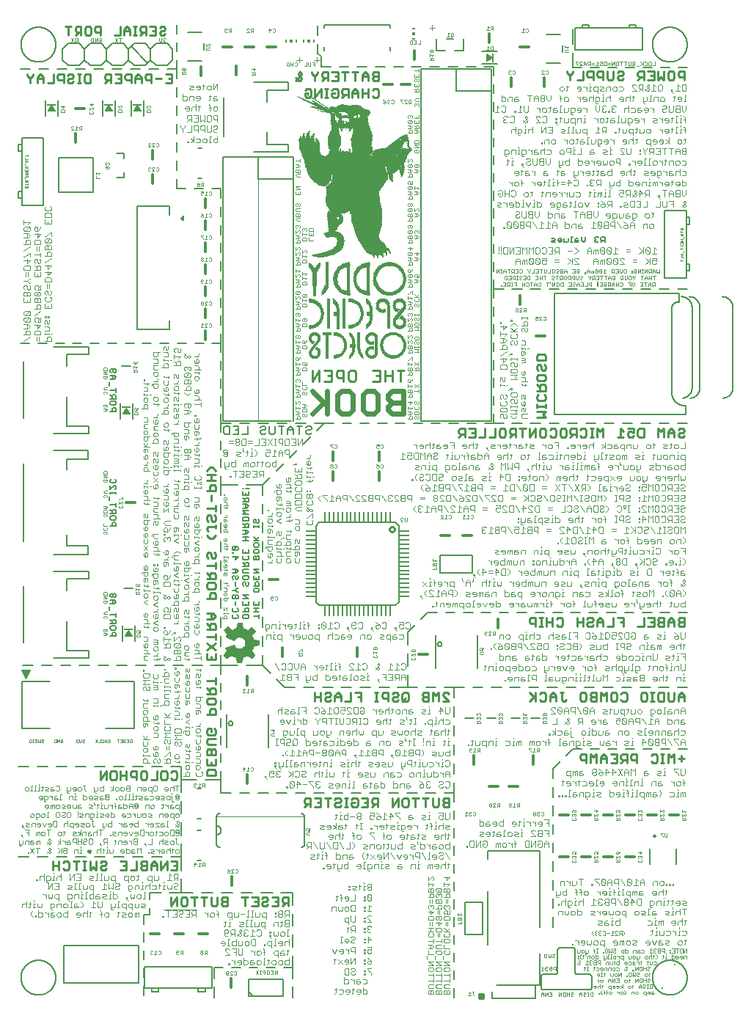
<source format=gbr>
G04 EAGLE Gerber RS-274X export*
G75*
%MOMM*%
%FSLAX34Y34*%
%LPD*%
%INSilkscreen Bottom*%
%IPPOS*%
%AMOC8*
5,1,8,0,0,1.08239X$1,22.5*%
G01*
%ADD10C,0.152400*%
%ADD11C,0.228600*%
%ADD12C,0.076200*%
%ADD13C,0.101600*%
%ADD14C,0.050800*%
%ADD15C,0.279400*%
%ADD16C,0.584200*%
%ADD17C,0.203200*%
%ADD18C,0.254000*%
%ADD19C,0.127000*%
%ADD20C,0.304800*%
%ADD21R,1.000000X0.200000*%
%ADD22R,1.200000X0.200000*%
%ADD23R,0.200000X1.200000*%
%ADD24R,0.200000X1.000000*%
%ADD25C,0.400000*%
%ADD26R,0.300000X0.150000*%
%ADD27R,0.300000X0.300000*%
%ADD28R,0.150000X0.300000*%
%ADD29C,0.000000*%
%ADD30C,0.200000*%
%ADD31R,0.228600X0.025400*%
%ADD32R,0.050800X0.025400*%
%ADD33R,0.406400X0.025400*%
%ADD34R,0.381000X0.025400*%
%ADD35R,0.431800X0.025400*%
%ADD36R,0.076200X0.025400*%
%ADD37R,0.203200X0.025400*%
%ADD38R,0.279400X0.025400*%
%ADD39R,0.533400X0.025400*%
%ADD40R,0.660400X0.025400*%
%ADD41R,0.584200X0.025400*%
%ADD42R,0.101600X0.025400*%
%ADD43R,0.330200X0.025400*%
%ADD44R,0.304800X0.025400*%
%ADD45R,0.863600X0.025400*%
%ADD46R,0.685800X0.025400*%
%ADD47R,0.127000X0.025400*%
%ADD48R,0.736600X0.025400*%
%ADD49R,1.016000X0.025400*%
%ADD50R,0.177800X0.025400*%
%ADD51R,0.152400X0.025400*%
%ADD52R,0.508000X0.025400*%
%ADD53R,0.787400X0.025400*%
%ADD54R,1.143000X0.025400*%
%ADD55R,0.838200X0.025400*%
%ADD56R,1.270000X0.025400*%
%ADD57R,0.889000X0.025400*%
%ADD58R,0.635000X0.025400*%
%ADD59R,0.914400X0.025400*%
%ADD60R,1.371600X0.025400*%
%ADD61R,0.939800X0.025400*%
%ADD62R,0.254000X0.025400*%
%ADD63R,0.965200X0.025400*%
%ADD64R,1.473200X0.025400*%
%ADD65R,0.990600X0.025400*%
%ADD66R,1.549400X0.025400*%
%ADD67R,1.041400X0.025400*%
%ADD68R,1.066800X0.025400*%
%ADD69R,1.625600X0.025400*%
%ADD70R,1.092200X0.025400*%
%ADD71R,0.812800X0.025400*%
%ADD72R,1.701800X0.025400*%
%ADD73R,1.778000X0.025400*%
%ADD74R,1.168400X0.025400*%
%ADD75R,0.355600X0.025400*%
%ADD76R,0.457200X0.025400*%
%ADD77R,1.828800X0.025400*%
%ADD78R,0.482600X0.025400*%
%ADD79R,0.711200X0.025400*%
%ADD80R,0.558800X0.025400*%
%ADD81R,0.762000X0.025400*%
%ADD82R,0.609600X0.025400*%
%ADD83R,1.117600X0.025400*%
%ADD84R,1.447800X0.025400*%
%ADD85R,1.244600X0.025400*%
%ADD86R,1.193800X0.025400*%
%ADD87R,1.295400X0.025400*%
%ADD88R,1.346200X0.025400*%
%ADD89R,1.320800X0.025400*%
%ADD90R,1.219200X0.025400*%
%ADD91R,0.025400X0.025400*%
%ADD92R,1.676400X0.025400*%
%ADD93R,1.854200X0.025400*%
%ADD94R,1.955800X0.025400*%
%ADD95R,2.032000X0.025400*%
%ADD96R,2.108200X0.025400*%
%ADD97R,2.184400X0.025400*%
%ADD98R,2.260600X0.025400*%
%ADD99R,2.235200X0.025400*%
%ADD100R,1.930400X0.025400*%
%ADD101R,1.651000X0.025400*%
%ADD102R,1.422400X0.025400*%
%ADD103R,1.524000X0.025400*%
%ADD104R,2.082800X0.025400*%
%ADD105R,2.159000X0.025400*%
%ADD106R,2.209800X0.025400*%
%ADD107R,1.397000X0.025400*%
%ADD108R,2.133600X0.025400*%
%ADD109R,1.498600X0.025400*%
%ADD110R,1.574800X0.025400*%
%ADD111R,1.905000X0.025400*%
%ADD112R,1.803400X0.025400*%
%ADD113R,1.752600X0.025400*%
%ADD114R,1.727200X0.025400*%
%ADD115R,2.286000X0.025400*%
%ADD116R,2.311400X0.025400*%
%ADD117R,2.336800X0.025400*%
%ADD118R,2.362200X0.025400*%
%ADD119R,2.413000X0.025400*%
%ADD120R,2.844800X0.025400*%
%ADD121R,2.819400X0.025400*%
%ADD122R,2.768600X0.025400*%
%ADD123R,2.743200X0.025400*%
%ADD124R,2.717800X0.025400*%
%ADD125R,2.667000X0.025400*%
%ADD126R,2.692400X0.025400*%
%ADD127R,2.590800X0.025400*%
%ADD128R,2.565400X0.025400*%
%ADD129R,2.540000X0.025400*%
%ADD130R,2.514600X0.025400*%
%ADD131R,2.489200X0.025400*%
%ADD132R,2.438400X0.025400*%
%ADD133R,2.463800X0.025400*%
%ADD134R,2.006600X0.025400*%
%ADD135R,1.981200X0.025400*%
%ADD136R,2.616200X0.025400*%
%ADD137R,2.641600X0.025400*%
%ADD138R,2.794000X0.025400*%
%ADD139R,2.870200X0.025400*%
%ADD140R,2.921000X0.025400*%
%ADD141R,2.971800X0.025400*%
%ADD142R,2.997200X0.025400*%
%ADD143R,3.022600X0.025400*%
%ADD144R,3.048000X0.025400*%
%ADD145R,3.073400X0.025400*%
%ADD146R,3.098800X0.025400*%
%ADD147R,3.124200X0.025400*%
%ADD148R,3.149600X0.025400*%
%ADD149R,3.175000X0.025400*%
%ADD150R,3.200400X0.025400*%
%ADD151R,3.225800X0.025400*%
%ADD152R,3.251200X0.025400*%
%ADD153R,3.276600X0.025400*%
%ADD154R,3.327400X0.025400*%
%ADD155R,3.352800X0.025400*%
%ADD156R,3.403600X0.025400*%
%ADD157R,3.429000X0.025400*%
%ADD158R,3.454400X0.025400*%
%ADD159R,1.600200X0.025400*%
%ADD160R,3.479800X0.025400*%
%ADD161R,3.505200X0.025400*%
%ADD162R,3.530600X0.025400*%
%ADD163R,3.556000X0.025400*%
%ADD164R,3.581400X0.025400*%
%ADD165R,3.606800X0.025400*%
%ADD166R,3.632200X0.025400*%
%ADD167R,3.657600X0.025400*%
%ADD168R,3.683000X0.025400*%
%ADD169R,2.057400X0.025400*%
%ADD170R,3.708400X0.025400*%
%ADD171R,2.387600X0.025400*%
%ADD172R,6.096000X0.025400*%
%ADD173R,6.045200X0.025400*%
%ADD174R,5.994400X0.025400*%
%ADD175R,5.969000X0.025400*%
%ADD176R,6.019800X0.025400*%
%ADD177R,6.070600X0.025400*%
%ADD178R,6.121400X0.025400*%
%ADD179R,6.146800X0.025400*%
%ADD180R,6.172200X0.025400*%
%ADD181R,6.197600X0.025400*%
%ADD182R,6.223000X0.025400*%
%ADD183R,6.248400X0.025400*%
%ADD184R,6.273800X0.025400*%
%ADD185R,6.299200X0.025400*%
%ADD186R,6.324600X0.025400*%
%ADD187R,6.375400X0.025400*%
%ADD188R,6.400800X0.025400*%
%ADD189R,6.426200X0.025400*%
%ADD190R,6.451600X0.025400*%
%ADD191R,6.502400X0.025400*%
%ADD192R,6.527800X0.025400*%
%ADD193R,6.553200X0.025400*%
%ADD194R,6.477000X0.025400*%
%ADD195R,6.350000X0.025400*%
%ADD196R,1.879600X0.025400*%
%ADD197R,9.144000X0.025400*%
%ADD198R,9.169400X0.025400*%
%ADD199R,9.194800X0.025400*%
%ADD200R,9.220200X0.025400*%
%ADD201R,9.245600X0.025400*%
%ADD202R,9.271000X0.025400*%
%ADD203R,9.296400X0.025400*%
%ADD204R,10.312400X0.025400*%
%ADD205R,10.337800X0.025400*%
%ADD206R,10.363200X0.025400*%
%ADD207R,11.430000X0.025400*%
%ADD208R,10.388600X0.025400*%
%ADD209R,11.455400X0.025400*%
%ADD210R,11.506200X0.025400*%
%ADD211R,11.531600X0.025400*%
%ADD212R,11.557000X0.025400*%
%ADD213R,11.582400X0.025400*%
%ADD214R,11.607800X0.025400*%
%ADD215R,11.633200X0.025400*%
%ADD216R,11.658600X0.025400*%
%ADD217R,11.684000X0.025400*%
%ADD218R,11.734800X0.025400*%
%ADD219R,11.760200X0.025400*%
%ADD220R,11.785600X0.025400*%
%ADD221R,11.836400X0.025400*%
%ADD222R,11.861800X0.025400*%
%ADD223R,11.887200X0.025400*%
%ADD224R,11.938000X0.025400*%
%ADD225R,8.585200X0.025400*%
%ADD226R,8.534400X0.025400*%
%ADD227R,8.483600X0.025400*%
%ADD228R,8.458200X0.025400*%
%ADD229R,8.382000X0.025400*%
%ADD230R,5.816600X0.025400*%
%ADD231R,5.613400X0.025400*%
%ADD232R,5.486400X0.025400*%
%ADD233R,5.359400X0.025400*%
%ADD234R,5.207000X0.025400*%
%ADD235R,5.029200X0.025400*%
%ADD236R,4.902200X0.025400*%
%ADD237R,4.876800X0.025400*%
%ADD238R,5.054600X0.025400*%
%ADD239R,4.191000X0.025400*%
%ADD240R,4.165600X0.025400*%
%ADD241R,3.911600X0.025400*%
%ADD242R,4.343400X0.025400*%
%ADD243R,4.318000X0.025400*%
%ADD244R,4.292600X0.025400*%
%ADD245R,4.114800X0.025400*%
%ADD246R,4.140200X0.025400*%
%ADD247R,4.216400X0.025400*%
%ADD248R,4.013200X0.025400*%
%ADD249R,3.962400X0.025400*%
%ADD250R,3.937000X0.025400*%
%ADD251R,3.886200X0.025400*%
%ADD252R,3.860800X0.025400*%
%ADD253R,3.810000X0.025400*%
%ADD254R,3.784600X0.025400*%
%ADD255R,2.895600X0.025400*%

G36*
X255587Y385845D02*
X255587Y385845D01*
X255651Y385861D01*
X255654Y385864D01*
X255659Y385866D01*
X255703Y385915D01*
X255748Y385962D01*
X255750Y385969D01*
X255753Y385971D01*
X255754Y385980D01*
X255774Y386039D01*
X256768Y392125D01*
X257513Y392444D01*
X258893Y392821D01*
X258903Y392827D01*
X258932Y392835D01*
X260583Y393597D01*
X260590Y393603D01*
X260607Y393610D01*
X261738Y394288D01*
X266811Y390824D01*
X266870Y390804D01*
X266929Y390781D01*
X266937Y390783D01*
X266945Y390780D01*
X267006Y390795D01*
X267067Y390806D01*
X267076Y390813D01*
X267082Y390814D01*
X267090Y390823D01*
X267133Y390854D01*
X267763Y391483D01*
X268900Y392495D01*
X268903Y392499D01*
X268911Y392505D01*
X270181Y393775D01*
X270186Y393784D01*
X270202Y393799D01*
X271091Y394942D01*
X271110Y394989D01*
X271136Y395032D01*
X271135Y395053D01*
X271143Y395072D01*
X271134Y395122D01*
X271133Y395173D01*
X271119Y395199D01*
X271117Y395211D01*
X271109Y395220D01*
X271096Y395246D01*
X267509Y400193D01*
X268444Y401829D01*
X268446Y401840D01*
X268459Y401861D01*
X268967Y403131D01*
X268968Y403136D01*
X268972Y403145D01*
X269559Y404905D01*
X275505Y405896D01*
X275552Y405919D01*
X275603Y405935D01*
X275615Y405949D01*
X275632Y405957D01*
X275660Y406002D01*
X275694Y406042D01*
X275701Y406067D01*
X275707Y406077D01*
X275706Y406089D01*
X275715Y406121D01*
X275842Y407391D01*
X275841Y407399D01*
X275843Y407416D01*
X275843Y410337D01*
X275841Y410344D01*
X275842Y410358D01*
X275715Y411882D01*
X275696Y411932D01*
X275685Y411983D01*
X275672Y411996D01*
X275665Y412014D01*
X275623Y412045D01*
X275585Y412083D01*
X275561Y412091D01*
X275552Y412098D01*
X275540Y412099D01*
X275509Y412110D01*
X269451Y413223D01*
X269233Y414202D01*
X269227Y414213D01*
X269217Y414250D01*
X268201Y416536D01*
X268197Y416542D01*
X268191Y416556D01*
X267634Y417560D01*
X271225Y422637D01*
X271239Y422679D01*
X271262Y422717D01*
X271262Y422744D01*
X271271Y422770D01*
X271261Y422813D01*
X271260Y422857D01*
X271242Y422895D01*
X271239Y422907D01*
X271232Y422913D01*
X271224Y422930D01*
X270589Y423819D01*
X270583Y423824D01*
X270574Y423839D01*
X269685Y424855D01*
X269680Y424858D01*
X269673Y424867D01*
X268403Y426137D01*
X268395Y426141D01*
X268382Y426156D01*
X267112Y427172D01*
X267064Y427192D01*
X267020Y427219D01*
X267000Y427218D01*
X266982Y427226D01*
X266931Y427217D01*
X266879Y427216D01*
X266854Y427204D01*
X266843Y427202D01*
X266834Y427194D01*
X266806Y427180D01*
X261978Y423713D01*
X261868Y423768D01*
X260351Y424653D01*
X260342Y424655D01*
X260328Y424665D01*
X258931Y425300D01*
X258921Y425301D01*
X258900Y425311D01*
X257396Y425774D01*
X256281Y431846D01*
X256258Y431891D01*
X256243Y431940D01*
X256227Y431953D01*
X256218Y431972D01*
X256174Y431998D01*
X256136Y432031D01*
X256108Y432039D01*
X256097Y432045D01*
X256086Y432044D01*
X256057Y432052D01*
X254787Y432179D01*
X254786Y432179D01*
X254785Y432179D01*
X253388Y432306D01*
X253380Y432305D01*
X253365Y432307D01*
X250444Y432307D01*
X250383Y432290D01*
X250322Y432276D01*
X250316Y432270D01*
X250309Y432268D01*
X250267Y432221D01*
X250222Y432176D01*
X250219Y432167D01*
X250215Y432163D01*
X250213Y432152D01*
X250195Y432100D01*
X249081Y426037D01*
X247208Y425569D01*
X247202Y425565D01*
X247189Y425563D01*
X245665Y425055D01*
X245654Y425048D01*
X245617Y425034D01*
X244232Y424226D01*
X239031Y427817D01*
X238985Y427833D01*
X238943Y427856D01*
X238920Y427855D01*
X238897Y427862D01*
X238851Y427851D01*
X238803Y427848D01*
X238773Y427831D01*
X238760Y427828D01*
X238753Y427821D01*
X238732Y427809D01*
X237589Y426920D01*
X237585Y426915D01*
X237576Y426909D01*
X236433Y425893D01*
X236430Y425889D01*
X236422Y425883D01*
X235533Y424994D01*
X235530Y424989D01*
X235521Y424982D01*
X234632Y423966D01*
X234618Y423934D01*
X234608Y423923D01*
X234605Y423910D01*
X234579Y423868D01*
X234579Y423852D01*
X234573Y423838D01*
X234580Y423783D01*
X234580Y423727D01*
X234589Y423708D01*
X234591Y423698D01*
X234599Y423688D01*
X234616Y423654D01*
X238072Y418716D01*
X237152Y417335D01*
X237148Y417323D01*
X237129Y417292D01*
X236494Y415768D01*
X236492Y415751D01*
X236483Y415735D01*
X236484Y415682D01*
X236478Y415628D01*
X236486Y415612D01*
X236487Y415595D01*
X236516Y415550D01*
X236540Y415502D01*
X236555Y415492D01*
X236565Y415477D01*
X236634Y415436D01*
X246540Y411499D01*
X246604Y411493D01*
X246667Y411483D01*
X246673Y411486D01*
X246681Y411485D01*
X246738Y411514D01*
X246796Y411539D01*
X246802Y411546D01*
X246807Y411549D01*
X246812Y411558D01*
X246849Y411601D01*
X247558Y412743D01*
X248467Y413698D01*
X249552Y414448D01*
X250767Y414961D01*
X252061Y415215D01*
X253379Y415201D01*
X254667Y414917D01*
X255870Y414377D01*
X256937Y413604D01*
X257825Y412628D01*
X258495Y411492D01*
X258919Y410244D01*
X259079Y408936D01*
X258960Y407583D01*
X258553Y406289D01*
X257879Y405111D01*
X256968Y404105D01*
X255863Y403317D01*
X254615Y402784D01*
X253282Y402531D01*
X251925Y402569D01*
X250608Y402896D01*
X249392Y403498D01*
X248333Y404347D01*
X247480Y405402D01*
X246860Y406640D01*
X246813Y406692D01*
X246766Y406743D01*
X246765Y406743D01*
X246765Y406744D01*
X246697Y406762D01*
X246630Y406780D01*
X246629Y406780D01*
X246627Y406780D01*
X246550Y406766D01*
X236390Y403210D01*
X236363Y403190D01*
X236331Y403180D01*
X236307Y403150D01*
X236276Y403128D01*
X236263Y403097D01*
X236241Y403071D01*
X236237Y403033D01*
X236222Y402998D01*
X236228Y402965D01*
X236224Y402931D01*
X236246Y402865D01*
X236247Y402859D01*
X236248Y402858D01*
X236249Y402854D01*
X237703Y400067D01*
X234233Y394986D01*
X234216Y394935D01*
X234193Y394888D01*
X234195Y394869D01*
X234189Y394852D01*
X234202Y394800D01*
X234207Y394748D01*
X234221Y394726D01*
X234223Y394715D01*
X234232Y394707D01*
X234250Y394678D01*
X235012Y393789D01*
X235013Y393788D01*
X235015Y393786D01*
X236031Y392643D01*
X236035Y392640D01*
X236041Y392632D01*
X236930Y391743D01*
X236934Y391740D01*
X236941Y391733D01*
X238084Y390717D01*
X238137Y390691D01*
X238187Y390661D01*
X238200Y390661D01*
X238211Y390656D01*
X238270Y390663D01*
X238328Y390664D01*
X238343Y390672D01*
X238351Y390673D01*
X238361Y390681D01*
X238401Y390701D01*
X243347Y394287D01*
X244728Y393481D01*
X244734Y393480D01*
X244743Y393474D01*
X245759Y392966D01*
X245771Y392963D01*
X245799Y392949D01*
X247069Y392568D01*
X247070Y392568D01*
X247072Y392568D01*
X248696Y392104D01*
X249686Y386039D01*
X249714Y385980D01*
X249740Y385920D01*
X249744Y385917D01*
X249747Y385912D01*
X249802Y385877D01*
X249856Y385840D01*
X249863Y385839D01*
X249866Y385837D01*
X249875Y385837D01*
X249936Y385827D01*
X255524Y385827D01*
X255587Y385845D01*
G37*
G36*
X6059Y367192D02*
X6059Y367192D01*
X6103Y367189D01*
X6169Y367208D01*
X6237Y367217D01*
X6276Y367238D01*
X6319Y367250D01*
X6374Y367291D01*
X6434Y367323D01*
X6464Y367357D01*
X6500Y367383D01*
X6549Y367454D01*
X6583Y367492D01*
X6591Y367513D01*
X6607Y367536D01*
X11607Y377536D01*
X11635Y377632D01*
X11667Y377726D01*
X11667Y377739D01*
X11671Y377752D01*
X11664Y377851D01*
X11661Y377951D01*
X11656Y377962D01*
X11655Y377975D01*
X11614Y378066D01*
X11576Y378158D01*
X11568Y378168D01*
X11562Y378180D01*
X11492Y378251D01*
X11425Y378324D01*
X11414Y378330D01*
X11404Y378339D01*
X11314Y378381D01*
X11225Y378427D01*
X11211Y378429D01*
X11201Y378434D01*
X11154Y378437D01*
X11040Y378454D01*
X1040Y378454D01*
X942Y378437D01*
X843Y378423D01*
X832Y378417D01*
X819Y378415D01*
X733Y378364D01*
X646Y378317D01*
X637Y378307D01*
X626Y378300D01*
X563Y378223D01*
X497Y378148D01*
X493Y378136D01*
X485Y378126D01*
X453Y378032D01*
X417Y377939D01*
X417Y377926D01*
X413Y377914D01*
X416Y377814D01*
X415Y377715D01*
X419Y377701D01*
X419Y377689D01*
X437Y377646D01*
X473Y377536D01*
X5473Y367536D01*
X5499Y367501D01*
X5518Y367460D01*
X5566Y367411D01*
X5607Y367357D01*
X5644Y367333D01*
X5676Y367301D01*
X5738Y367272D01*
X5795Y367235D01*
X5839Y367225D01*
X5879Y367206D01*
X5948Y367201D01*
X6014Y367186D01*
X6059Y367192D01*
G37*
G36*
X103671Y1023155D02*
X103671Y1023155D01*
X103743Y1023155D01*
X103811Y1023175D01*
X103882Y1023185D01*
X103947Y1023214D01*
X104016Y1023234D01*
X104076Y1023272D01*
X104141Y1023301D01*
X104196Y1023347D01*
X104256Y1023385D01*
X104304Y1023439D01*
X104358Y1023485D01*
X104398Y1023544D01*
X104445Y1023598D01*
X104476Y1023662D01*
X104516Y1023721D01*
X104537Y1023790D01*
X104568Y1023854D01*
X104580Y1023924D01*
X104601Y1023992D01*
X104603Y1024064D01*
X104615Y1024135D01*
X104607Y1024205D01*
X104609Y1024276D01*
X104590Y1024346D01*
X104582Y1024417D01*
X104557Y1024472D01*
X104537Y1024551D01*
X104476Y1024654D01*
X104445Y1024723D01*
X102445Y1027723D01*
X102368Y1027810D01*
X102295Y1027900D01*
X102273Y1027915D01*
X102255Y1027935D01*
X102158Y1027997D01*
X102063Y1028064D01*
X102037Y1028072D01*
X102015Y1028087D01*
X101904Y1028119D01*
X101794Y1028157D01*
X101767Y1028158D01*
X101742Y1028165D01*
X101626Y1028165D01*
X101510Y1028171D01*
X101484Y1028165D01*
X101457Y1028165D01*
X101346Y1028133D01*
X101233Y1028107D01*
X101210Y1028094D01*
X101184Y1028086D01*
X101086Y1028024D01*
X100985Y1027968D01*
X100969Y1027950D01*
X100944Y1027935D01*
X100759Y1027727D01*
X100755Y1027723D01*
X98755Y1024723D01*
X98724Y1024659D01*
X98685Y1024599D01*
X98663Y1024531D01*
X98632Y1024467D01*
X98620Y1024396D01*
X98599Y1024328D01*
X98597Y1024257D01*
X98585Y1024187D01*
X98593Y1024115D01*
X98591Y1024044D01*
X98609Y1023975D01*
X98618Y1023904D01*
X98645Y1023838D01*
X98663Y1023769D01*
X98700Y1023708D01*
X98727Y1023642D01*
X98772Y1023586D01*
X98809Y1023524D01*
X98860Y1023475D01*
X98905Y1023420D01*
X98964Y1023379D01*
X99016Y1023330D01*
X99079Y1023297D01*
X99137Y1023256D01*
X99205Y1023233D01*
X99269Y1023200D01*
X99328Y1023190D01*
X99406Y1023163D01*
X99525Y1023157D01*
X99600Y1023145D01*
X103600Y1023145D01*
X103671Y1023155D01*
G37*
G36*
X136691Y1023155D02*
X136691Y1023155D01*
X136763Y1023155D01*
X136831Y1023175D01*
X136902Y1023185D01*
X136967Y1023214D01*
X137036Y1023234D01*
X137096Y1023272D01*
X137161Y1023301D01*
X137216Y1023347D01*
X137276Y1023385D01*
X137324Y1023439D01*
X137378Y1023485D01*
X137418Y1023544D01*
X137465Y1023598D01*
X137496Y1023662D01*
X137536Y1023721D01*
X137557Y1023790D01*
X137588Y1023854D01*
X137600Y1023924D01*
X137621Y1023992D01*
X137623Y1024064D01*
X137635Y1024135D01*
X137627Y1024205D01*
X137629Y1024276D01*
X137610Y1024346D01*
X137602Y1024417D01*
X137577Y1024472D01*
X137557Y1024551D01*
X137496Y1024654D01*
X137465Y1024723D01*
X135465Y1027723D01*
X135388Y1027810D01*
X135315Y1027900D01*
X135293Y1027915D01*
X135275Y1027935D01*
X135178Y1027997D01*
X135083Y1028064D01*
X135057Y1028072D01*
X135035Y1028087D01*
X134924Y1028119D01*
X134814Y1028157D01*
X134787Y1028158D01*
X134762Y1028165D01*
X134646Y1028165D01*
X134530Y1028171D01*
X134504Y1028165D01*
X134477Y1028165D01*
X134366Y1028133D01*
X134253Y1028107D01*
X134230Y1028094D01*
X134204Y1028086D01*
X134106Y1028024D01*
X134005Y1027968D01*
X133989Y1027950D01*
X133964Y1027935D01*
X133779Y1027727D01*
X133775Y1027723D01*
X131775Y1024723D01*
X131744Y1024659D01*
X131705Y1024599D01*
X131683Y1024531D01*
X131652Y1024467D01*
X131640Y1024396D01*
X131619Y1024328D01*
X131617Y1024257D01*
X131605Y1024187D01*
X131613Y1024115D01*
X131611Y1024044D01*
X131629Y1023975D01*
X131638Y1023904D01*
X131665Y1023838D01*
X131683Y1023769D01*
X131720Y1023708D01*
X131747Y1023642D01*
X131792Y1023586D01*
X131829Y1023524D01*
X131880Y1023475D01*
X131925Y1023420D01*
X131984Y1023379D01*
X132036Y1023330D01*
X132099Y1023297D01*
X132157Y1023256D01*
X132225Y1023233D01*
X132289Y1023200D01*
X132348Y1023190D01*
X132426Y1023163D01*
X132545Y1023157D01*
X132620Y1023145D01*
X136620Y1023145D01*
X136691Y1023155D01*
G37*
G36*
X539065Y1081573D02*
X539065Y1081573D01*
X539136Y1081571D01*
X539206Y1081590D01*
X539277Y1081598D01*
X539332Y1081623D01*
X539411Y1081643D01*
X539514Y1081704D01*
X539583Y1081735D01*
X542583Y1083735D01*
X542670Y1083812D01*
X542760Y1083885D01*
X542775Y1083907D01*
X542795Y1083925D01*
X542857Y1084022D01*
X542924Y1084117D01*
X542932Y1084143D01*
X542947Y1084165D01*
X542979Y1084276D01*
X543017Y1084386D01*
X543018Y1084413D01*
X543025Y1084438D01*
X543025Y1084554D01*
X543031Y1084670D01*
X543025Y1084696D01*
X543025Y1084723D01*
X542993Y1084834D01*
X542967Y1084947D01*
X542954Y1084970D01*
X542946Y1084996D01*
X542884Y1085094D01*
X542828Y1085195D01*
X542810Y1085211D01*
X542795Y1085236D01*
X542587Y1085421D01*
X542583Y1085425D01*
X539583Y1087425D01*
X539519Y1087456D01*
X539459Y1087496D01*
X539391Y1087517D01*
X539327Y1087548D01*
X539256Y1087560D01*
X539188Y1087581D01*
X539117Y1087583D01*
X539047Y1087595D01*
X538975Y1087587D01*
X538904Y1087589D01*
X538835Y1087571D01*
X538764Y1087562D01*
X538698Y1087535D01*
X538629Y1087517D01*
X538568Y1087480D01*
X538502Y1087453D01*
X538446Y1087408D01*
X538384Y1087372D01*
X538335Y1087320D01*
X538280Y1087275D01*
X538239Y1087217D01*
X538190Y1087164D01*
X538157Y1087101D01*
X538116Y1087043D01*
X538093Y1086975D01*
X538060Y1086911D01*
X538050Y1086852D01*
X538023Y1086774D01*
X538017Y1086655D01*
X538005Y1086580D01*
X538005Y1082580D01*
X538015Y1082509D01*
X538015Y1082437D01*
X538035Y1082369D01*
X538045Y1082299D01*
X538074Y1082233D01*
X538094Y1082164D01*
X538132Y1082104D01*
X538161Y1082039D01*
X538207Y1081984D01*
X538245Y1081924D01*
X538299Y1081876D01*
X538345Y1081822D01*
X538404Y1081782D01*
X538458Y1081735D01*
X538522Y1081704D01*
X538581Y1081665D01*
X538650Y1081643D01*
X538714Y1081612D01*
X538784Y1081600D01*
X538852Y1081579D01*
X538924Y1081577D01*
X538995Y1081565D01*
X539065Y1081573D01*
G37*
G36*
X123991Y673905D02*
X123991Y673905D01*
X124063Y673905D01*
X124131Y673925D01*
X124202Y673935D01*
X124267Y673964D01*
X124336Y673984D01*
X124396Y674022D01*
X124461Y674051D01*
X124516Y674097D01*
X124576Y674135D01*
X124624Y674189D01*
X124678Y674235D01*
X124718Y674294D01*
X124765Y674348D01*
X124796Y674412D01*
X124836Y674471D01*
X124857Y674540D01*
X124888Y674604D01*
X124900Y674674D01*
X124921Y674742D01*
X124923Y674814D01*
X124935Y674885D01*
X124927Y674955D01*
X124929Y675026D01*
X124910Y675096D01*
X124902Y675167D01*
X124877Y675222D01*
X124857Y675301D01*
X124796Y675404D01*
X124765Y675473D01*
X122765Y678473D01*
X122688Y678560D01*
X122615Y678650D01*
X122593Y678665D01*
X122575Y678685D01*
X122478Y678747D01*
X122383Y678814D01*
X122357Y678822D01*
X122335Y678837D01*
X122224Y678869D01*
X122114Y678907D01*
X122087Y678908D01*
X122062Y678915D01*
X121946Y678915D01*
X121830Y678921D01*
X121804Y678915D01*
X121777Y678915D01*
X121666Y678883D01*
X121553Y678857D01*
X121530Y678844D01*
X121504Y678836D01*
X121406Y678774D01*
X121305Y678718D01*
X121289Y678700D01*
X121264Y678685D01*
X121079Y678477D01*
X121075Y678473D01*
X119075Y675473D01*
X119044Y675409D01*
X119005Y675349D01*
X118983Y675281D01*
X118952Y675217D01*
X118940Y675146D01*
X118919Y675078D01*
X118917Y675007D01*
X118905Y674937D01*
X118913Y674865D01*
X118911Y674794D01*
X118929Y674725D01*
X118938Y674654D01*
X118965Y674588D01*
X118983Y674519D01*
X119020Y674458D01*
X119047Y674392D01*
X119092Y674336D01*
X119129Y674274D01*
X119180Y674225D01*
X119225Y674170D01*
X119284Y674129D01*
X119336Y674080D01*
X119399Y674047D01*
X119457Y674006D01*
X119525Y673983D01*
X119589Y673950D01*
X119648Y673940D01*
X119726Y673913D01*
X119845Y673907D01*
X119920Y673895D01*
X123920Y673895D01*
X123991Y673905D01*
G37*
G36*
X37631Y1023155D02*
X37631Y1023155D01*
X37703Y1023155D01*
X37771Y1023175D01*
X37842Y1023185D01*
X37907Y1023214D01*
X37976Y1023234D01*
X38036Y1023272D01*
X38101Y1023301D01*
X38156Y1023347D01*
X38216Y1023385D01*
X38264Y1023439D01*
X38318Y1023485D01*
X38358Y1023544D01*
X38405Y1023598D01*
X38436Y1023662D01*
X38476Y1023721D01*
X38497Y1023790D01*
X38528Y1023854D01*
X38540Y1023924D01*
X38561Y1023992D01*
X38563Y1024064D01*
X38575Y1024135D01*
X38567Y1024205D01*
X38569Y1024276D01*
X38550Y1024346D01*
X38542Y1024417D01*
X38517Y1024472D01*
X38497Y1024551D01*
X38436Y1024654D01*
X38405Y1024723D01*
X36405Y1027723D01*
X36328Y1027810D01*
X36255Y1027900D01*
X36233Y1027915D01*
X36215Y1027935D01*
X36118Y1027997D01*
X36023Y1028064D01*
X35997Y1028072D01*
X35975Y1028087D01*
X35864Y1028119D01*
X35754Y1028157D01*
X35727Y1028158D01*
X35702Y1028165D01*
X35586Y1028165D01*
X35470Y1028171D01*
X35444Y1028165D01*
X35417Y1028165D01*
X35306Y1028133D01*
X35193Y1028107D01*
X35170Y1028094D01*
X35144Y1028086D01*
X35046Y1028024D01*
X34945Y1027968D01*
X34929Y1027950D01*
X34904Y1027935D01*
X34719Y1027727D01*
X34715Y1027723D01*
X32715Y1024723D01*
X32684Y1024659D01*
X32645Y1024599D01*
X32623Y1024531D01*
X32592Y1024467D01*
X32580Y1024396D01*
X32559Y1024328D01*
X32557Y1024257D01*
X32545Y1024187D01*
X32553Y1024115D01*
X32551Y1024044D01*
X32569Y1023975D01*
X32578Y1023904D01*
X32605Y1023838D01*
X32623Y1023769D01*
X32660Y1023708D01*
X32687Y1023642D01*
X32732Y1023586D01*
X32769Y1023524D01*
X32820Y1023475D01*
X32865Y1023420D01*
X32924Y1023379D01*
X32976Y1023330D01*
X33039Y1023297D01*
X33097Y1023256D01*
X33165Y1023233D01*
X33229Y1023200D01*
X33288Y1023190D01*
X33366Y1023163D01*
X33485Y1023157D01*
X33560Y1023145D01*
X37560Y1023145D01*
X37631Y1023155D01*
G37*
G36*
X126531Y417365D02*
X126531Y417365D01*
X126603Y417365D01*
X126671Y417385D01*
X126742Y417395D01*
X126807Y417424D01*
X126876Y417444D01*
X126936Y417482D01*
X127001Y417511D01*
X127056Y417557D01*
X127116Y417595D01*
X127164Y417649D01*
X127218Y417695D01*
X127258Y417754D01*
X127305Y417808D01*
X127336Y417872D01*
X127376Y417931D01*
X127397Y418000D01*
X127428Y418064D01*
X127440Y418134D01*
X127461Y418202D01*
X127463Y418274D01*
X127475Y418345D01*
X127467Y418415D01*
X127469Y418486D01*
X127450Y418556D01*
X127442Y418627D01*
X127417Y418682D01*
X127397Y418761D01*
X127336Y418864D01*
X127305Y418933D01*
X125305Y421933D01*
X125228Y422020D01*
X125155Y422110D01*
X125133Y422125D01*
X125115Y422145D01*
X125018Y422207D01*
X124923Y422274D01*
X124897Y422282D01*
X124875Y422297D01*
X124764Y422329D01*
X124654Y422367D01*
X124627Y422368D01*
X124602Y422375D01*
X124486Y422375D01*
X124370Y422381D01*
X124344Y422375D01*
X124317Y422375D01*
X124206Y422343D01*
X124093Y422317D01*
X124070Y422304D01*
X124044Y422296D01*
X123946Y422234D01*
X123845Y422178D01*
X123829Y422160D01*
X123804Y422145D01*
X123619Y421937D01*
X123615Y421933D01*
X121615Y418933D01*
X121584Y418869D01*
X121545Y418809D01*
X121523Y418741D01*
X121492Y418677D01*
X121480Y418606D01*
X121459Y418538D01*
X121457Y418467D01*
X121445Y418397D01*
X121453Y418325D01*
X121451Y418254D01*
X121469Y418185D01*
X121478Y418114D01*
X121505Y418048D01*
X121523Y417979D01*
X121560Y417918D01*
X121587Y417852D01*
X121632Y417796D01*
X121669Y417734D01*
X121720Y417685D01*
X121765Y417630D01*
X121824Y417589D01*
X121876Y417540D01*
X121939Y417507D01*
X121997Y417466D01*
X122065Y417443D01*
X122129Y417410D01*
X122188Y417400D01*
X122266Y417373D01*
X122385Y417367D01*
X122460Y417355D01*
X126460Y417355D01*
X126531Y417365D01*
G37*
G36*
X187619Y896371D02*
X187619Y896371D01*
X187693Y896373D01*
X187729Y896388D01*
X187769Y896394D01*
X187833Y896430D01*
X187900Y896458D01*
X187930Y896484D01*
X187965Y896504D01*
X188012Y896560D01*
X188066Y896609D01*
X188084Y896644D01*
X188110Y896675D01*
X188135Y896743D01*
X188169Y896809D01*
X188175Y896854D01*
X188187Y896885D01*
X188187Y896930D01*
X188196Y896994D01*
X188196Y902074D01*
X188184Y902140D01*
X188183Y902199D01*
X188180Y902205D01*
X188179Y902219D01*
X188164Y902256D01*
X188157Y902295D01*
X188119Y902358D01*
X188100Y902403D01*
X188098Y902406D01*
X188098Y902407D01*
X188090Y902425D01*
X188063Y902454D01*
X188042Y902488D01*
X187986Y902534D01*
X187935Y902587D01*
X187899Y902604D01*
X187868Y902629D01*
X187799Y902653D01*
X187733Y902685D01*
X187693Y902689D01*
X187656Y902701D01*
X187583Y902699D01*
X187562Y902702D01*
X187555Y902702D01*
X187553Y902702D01*
X187510Y902706D01*
X187471Y902696D01*
X187431Y902695D01*
X187366Y902668D01*
X187335Y902663D01*
X187325Y902657D01*
X187293Y902648D01*
X187255Y902623D01*
X187224Y902610D01*
X187191Y902581D01*
X187153Y902555D01*
X187141Y902548D01*
X187140Y902547D01*
X187137Y902545D01*
X184327Y900005D01*
X184267Y899927D01*
X184204Y899853D01*
X184199Y899839D01*
X184189Y899827D01*
X184160Y899734D01*
X184127Y899643D01*
X184127Y899627D01*
X184123Y899613D01*
X184128Y899515D01*
X184128Y899418D01*
X184134Y899404D01*
X184135Y899389D01*
X184173Y899299D01*
X184208Y899208D01*
X184217Y899197D01*
X184219Y899193D01*
X184220Y899191D01*
X184224Y899183D01*
X184257Y899148D01*
X184327Y899063D01*
X187137Y896523D01*
X187199Y896485D01*
X187256Y896439D01*
X187293Y896426D01*
X187327Y896405D01*
X187399Y896390D01*
X187468Y896367D01*
X187508Y896368D01*
X187547Y896360D01*
X187619Y896371D01*
G37*
D10*
X231140Y383540D02*
X219449Y383540D01*
X209449Y383540D02*
X197758Y383540D01*
X187758Y383540D02*
X176067Y383540D01*
X166067Y383540D02*
X154376Y383540D01*
X144376Y383540D02*
X132685Y383540D01*
X122685Y383540D02*
X110995Y383540D01*
X100995Y383540D02*
X89304Y383540D01*
X79304Y383540D02*
X67613Y383540D01*
X57613Y383540D02*
X45922Y383540D01*
X35922Y383540D02*
X24231Y383540D01*
X14231Y383540D02*
X2540Y383540D01*
D11*
X758988Y654989D02*
X760726Y656726D01*
X764200Y656726D01*
X765937Y654989D01*
X765937Y653252D01*
X764200Y651514D01*
X760726Y651514D01*
X758988Y649777D01*
X758988Y648040D01*
X760726Y646303D01*
X764200Y646303D01*
X765937Y648040D01*
X754243Y646303D02*
X754243Y653252D01*
X750769Y656726D01*
X747294Y653252D01*
X747294Y646303D01*
X747294Y651514D02*
X754243Y651514D01*
X742549Y646303D02*
X742549Y656726D01*
X739075Y653252D01*
X735600Y656726D01*
X735600Y646303D01*
X719161Y646303D02*
X719161Y656726D01*
X719161Y646303D02*
X713950Y646303D01*
X712213Y648040D01*
X712213Y654989D01*
X713950Y656726D01*
X719161Y656726D01*
X707467Y656726D02*
X700519Y656726D01*
X707467Y656726D02*
X707467Y651514D01*
X703993Y653252D01*
X702256Y653252D01*
X700519Y651514D01*
X700519Y648040D01*
X702256Y646303D01*
X705730Y646303D01*
X707467Y648040D01*
X695773Y653252D02*
X692299Y656726D01*
X692299Y646303D01*
X695773Y646303D02*
X688825Y646303D01*
X672385Y646303D02*
X672385Y656726D01*
X668911Y653252D01*
X665437Y656726D01*
X665437Y646303D01*
X660691Y646303D02*
X657217Y646303D01*
X658954Y646303D02*
X658954Y656726D01*
X660691Y656726D02*
X657217Y656726D01*
X647684Y656726D02*
X645947Y654989D01*
X647684Y656726D02*
X651158Y656726D01*
X652895Y654989D01*
X652895Y648040D01*
X651158Y646303D01*
X647684Y646303D01*
X645947Y648040D01*
X641201Y646303D02*
X641201Y656726D01*
X635990Y656726D01*
X634253Y654989D01*
X634253Y651514D01*
X635990Y649777D01*
X641201Y649777D01*
X637727Y649777D02*
X634253Y646303D01*
X627770Y656726D02*
X624296Y656726D01*
X627770Y656726D02*
X629507Y654989D01*
X629507Y648040D01*
X627770Y646303D01*
X624296Y646303D01*
X622559Y648040D01*
X622559Y654989D01*
X624296Y656726D01*
X612602Y656726D02*
X610865Y654989D01*
X612602Y656726D02*
X616076Y656726D01*
X617813Y654989D01*
X617813Y648040D01*
X616076Y646303D01*
X612602Y646303D01*
X610865Y648040D01*
X604382Y656726D02*
X600908Y656726D01*
X604382Y656726D02*
X606119Y654989D01*
X606119Y648040D01*
X604382Y646303D01*
X600908Y646303D01*
X599171Y648040D01*
X599171Y654989D01*
X600908Y656726D01*
X594425Y656726D02*
X594425Y646303D01*
X587477Y646303D02*
X594425Y656726D01*
X587477Y656726D02*
X587477Y646303D01*
X579257Y646303D02*
X579257Y656726D01*
X575783Y656726D02*
X582732Y656726D01*
X571038Y656726D02*
X571038Y646303D01*
X571038Y656726D02*
X565826Y656726D01*
X564089Y654989D01*
X564089Y651514D01*
X565826Y649777D01*
X571038Y649777D01*
X567563Y649777D02*
X564089Y646303D01*
X557606Y656726D02*
X554132Y656726D01*
X557606Y656726D02*
X559344Y654989D01*
X559344Y648040D01*
X557606Y646303D01*
X554132Y646303D01*
X552395Y648040D01*
X552395Y654989D01*
X554132Y656726D01*
X547650Y656726D02*
X547650Y646303D01*
X540701Y646303D01*
X535956Y646303D02*
X535956Y656726D01*
X535956Y646303D02*
X529007Y646303D01*
X524262Y656726D02*
X517313Y656726D01*
X524262Y656726D02*
X524262Y646303D01*
X517313Y646303D01*
X520787Y651514D02*
X524262Y651514D01*
X512568Y646303D02*
X512568Y656726D01*
X507356Y656726D01*
X505619Y654989D01*
X505619Y651514D01*
X507356Y649777D01*
X512568Y649777D01*
X509093Y649777D02*
X505619Y646303D01*
X224926Y396712D02*
X224926Y389763D01*
X214503Y389763D01*
X214503Y396712D01*
X219714Y393237D02*
X219714Y389763D01*
X224926Y401457D02*
X214503Y408406D01*
X214503Y401457D02*
X224926Y408406D01*
X224926Y416625D02*
X214503Y416625D01*
X224926Y413151D02*
X224926Y420100D01*
X224926Y424845D02*
X214503Y424845D01*
X224926Y424845D02*
X224926Y430056D01*
X223189Y431794D01*
X219714Y431794D01*
X217977Y430056D01*
X217977Y424845D01*
X217977Y428319D02*
X214503Y431794D01*
X214503Y436539D02*
X221452Y436539D01*
X224926Y440013D01*
X221452Y443487D01*
X214503Y443487D01*
X219714Y443487D02*
X219714Y436539D01*
X214503Y459927D02*
X224926Y459927D01*
X224926Y465138D01*
X223189Y466875D01*
X219714Y466875D01*
X217977Y465138D01*
X217977Y459927D01*
X224926Y473358D02*
X224926Y476832D01*
X224926Y473358D02*
X223189Y471621D01*
X216240Y471621D01*
X214503Y473358D01*
X214503Y476832D01*
X216240Y478569D01*
X223189Y478569D01*
X224926Y476832D01*
X224926Y483315D02*
X214503Y483315D01*
X224926Y483315D02*
X224926Y488526D01*
X223189Y490263D01*
X219714Y490263D01*
X217977Y488526D01*
X217977Y483315D01*
X217977Y486789D02*
X214503Y490263D01*
X214503Y498483D02*
X224926Y498483D01*
X224926Y495009D02*
X224926Y501957D01*
X224926Y511914D02*
X223189Y513651D01*
X224926Y511914D02*
X224926Y508440D01*
X223189Y506703D01*
X221452Y506703D01*
X219714Y508440D01*
X219714Y511914D01*
X217977Y513651D01*
X216240Y513651D01*
X214503Y511914D01*
X214503Y508440D01*
X216240Y506703D01*
X217977Y530091D02*
X214503Y533565D01*
X217977Y530091D02*
X221452Y530091D01*
X224926Y533565D01*
X216240Y537887D02*
X214503Y539624D01*
X214503Y541361D01*
X216240Y543098D01*
X224926Y543098D01*
X224926Y541361D02*
X224926Y544835D01*
X224926Y554792D02*
X223189Y556529D01*
X224926Y554792D02*
X224926Y551318D01*
X223189Y549581D01*
X221452Y549581D01*
X219714Y551318D01*
X219714Y554792D01*
X217977Y556529D01*
X216240Y556529D01*
X214503Y554792D01*
X214503Y551318D01*
X216240Y549581D01*
X214503Y564749D02*
X224926Y564749D01*
X224926Y561275D02*
X224926Y568223D01*
X219714Y572969D02*
X219714Y579917D01*
X214503Y584662D02*
X224926Y584662D01*
X224926Y589874D01*
X223189Y591611D01*
X219714Y591611D01*
X217977Y589874D01*
X217977Y584662D01*
X214503Y596356D02*
X224926Y596356D01*
X219714Y596356D02*
X219714Y603305D01*
X214503Y603305D02*
X224926Y603305D01*
X217977Y611525D02*
X214503Y608050D01*
X217977Y611525D02*
X221452Y611525D01*
X224926Y608050D01*
D12*
X207905Y391458D02*
X200533Y391458D01*
X207905Y389001D02*
X207905Y393916D01*
X207905Y396485D02*
X200533Y396485D01*
X204219Y396485D02*
X205448Y397714D01*
X205448Y400171D01*
X204219Y401400D01*
X200533Y401400D01*
X200533Y405198D02*
X200533Y407655D01*
X200533Y405198D02*
X201762Y403969D01*
X204219Y403969D01*
X205448Y405198D01*
X205448Y407655D01*
X204219Y408884D01*
X202990Y408884D01*
X202990Y403969D01*
X205448Y420166D02*
X205448Y423852D01*
X205448Y420166D02*
X204219Y418938D01*
X201762Y418938D01*
X200533Y420166D01*
X200533Y423852D01*
X200533Y427650D02*
X200533Y430108D01*
X200533Y427650D02*
X201762Y426422D01*
X204219Y426422D01*
X205448Y427650D01*
X205448Y430108D01*
X204219Y431337D01*
X202990Y431337D01*
X202990Y426422D01*
X200533Y433906D02*
X205448Y433906D01*
X205448Y437592D01*
X204219Y438821D01*
X200533Y438821D01*
X201762Y442619D02*
X206677Y442619D01*
X201762Y442619D02*
X200533Y443848D01*
X205448Y443848D02*
X205448Y441390D01*
X200533Y447608D02*
X200533Y450066D01*
X200533Y447608D02*
X201762Y446380D01*
X204219Y446380D01*
X205448Y447608D01*
X205448Y450066D01*
X204219Y451294D01*
X202990Y451294D01*
X202990Y446380D01*
X200533Y453864D02*
X205448Y453864D01*
X205448Y456321D02*
X202990Y453864D01*
X205448Y456321D02*
X205448Y457550D01*
X205448Y467585D02*
X198076Y467585D01*
X205448Y467585D02*
X205448Y471271D01*
X204219Y472499D01*
X201762Y472499D01*
X200533Y471271D01*
X200533Y467585D01*
X200533Y476297D02*
X200533Y478755D01*
X201762Y479984D01*
X204219Y479984D01*
X205448Y478755D01*
X205448Y476297D01*
X204219Y475069D01*
X201762Y475069D01*
X200533Y476297D01*
X200533Y482553D02*
X205448Y482553D01*
X205448Y485010D02*
X202990Y482553D01*
X205448Y485010D02*
X205448Y486239D01*
X206677Y490018D02*
X201762Y490018D01*
X200533Y491247D01*
X205448Y491247D02*
X205448Y488790D01*
X205448Y501263D02*
X198076Y501263D01*
X205448Y501263D02*
X205448Y504949D01*
X204219Y506178D01*
X201762Y506178D01*
X200533Y504949D01*
X200533Y501263D01*
X200533Y508747D02*
X205448Y508747D01*
X202990Y508747D02*
X205448Y511205D01*
X205448Y512434D01*
X200533Y516213D02*
X200533Y518670D01*
X201762Y519899D01*
X204219Y519899D01*
X205448Y518670D01*
X205448Y516213D01*
X204219Y514984D01*
X201762Y514984D01*
X200533Y516213D01*
X205448Y522468D02*
X200533Y524926D01*
X205448Y527383D01*
X205448Y529953D02*
X205448Y531181D01*
X200533Y531181D01*
X200533Y529953D02*
X200533Y532410D01*
X207905Y531181D02*
X209134Y531181D01*
X207905Y539857D02*
X200533Y539857D01*
X200533Y536171D01*
X201762Y534942D01*
X204219Y534942D01*
X205448Y536171D01*
X205448Y539857D01*
X200533Y543655D02*
X200533Y546112D01*
X200533Y543655D02*
X201762Y542426D01*
X204219Y542426D01*
X205448Y543655D01*
X205448Y546112D01*
X204219Y547341D01*
X202990Y547341D01*
X202990Y542426D01*
X200533Y549910D02*
X200533Y553596D01*
X201762Y554825D01*
X202990Y553596D01*
X202990Y551139D01*
X204219Y549910D01*
X205448Y551139D01*
X205448Y554825D01*
X205448Y566107D02*
X205448Y568565D01*
X204219Y569793D01*
X200533Y569793D01*
X200533Y566107D01*
X201762Y564879D01*
X202990Y566107D01*
X202990Y569793D01*
X200533Y572363D02*
X205448Y572363D01*
X205448Y576049D01*
X204219Y577278D01*
X200533Y577278D01*
X200533Y587331D02*
X200533Y589789D01*
X200533Y588560D02*
X207905Y588560D01*
X207905Y587331D02*
X207905Y589789D01*
X207905Y592321D02*
X206677Y592321D01*
X207905Y592321D02*
X207905Y594778D01*
X206677Y594778D01*
X204219Y592321D01*
X204219Y594778D01*
X207905Y600996D02*
X206677Y602225D01*
X207905Y600996D02*
X207905Y598539D01*
X206677Y597310D01*
X201762Y597310D01*
X200533Y598539D01*
X200533Y600996D01*
X201762Y602225D01*
X205448Y612278D02*
X205448Y613507D01*
X200533Y613507D01*
X200533Y612278D02*
X200533Y614736D01*
X207905Y613507D02*
X209134Y613507D01*
X205448Y617268D02*
X200533Y617268D01*
X205448Y617268D02*
X205448Y620954D01*
X204219Y622183D01*
X200533Y622183D01*
X201762Y625981D02*
X206677Y625981D01*
X201762Y625981D02*
X200533Y627209D01*
X205448Y627209D02*
X205448Y624752D01*
X200533Y630970D02*
X200533Y633427D01*
X200533Y630970D02*
X201762Y629741D01*
X204219Y629741D01*
X205448Y630970D01*
X205448Y633427D01*
X204219Y634656D01*
X202990Y634656D01*
X202990Y629741D01*
X200533Y637225D02*
X205448Y637225D01*
X202990Y637225D02*
X205448Y639683D01*
X205448Y640912D01*
X206677Y644691D02*
X200533Y644691D01*
X206677Y644691D02*
X207905Y645920D01*
X204219Y645920D02*
X204219Y643462D01*
X205448Y649680D02*
X205448Y652138D01*
X204219Y653367D01*
X200533Y653367D01*
X200533Y649680D01*
X201762Y648452D01*
X202990Y649680D01*
X202990Y653367D01*
X205448Y657165D02*
X205448Y660851D01*
X205448Y657165D02*
X204219Y655936D01*
X201762Y655936D01*
X200533Y657165D01*
X200533Y660851D01*
X200533Y664649D02*
X200533Y667106D01*
X200533Y664649D02*
X201762Y663420D01*
X204219Y663420D01*
X205448Y664649D01*
X205448Y667106D01*
X204219Y668335D01*
X202990Y668335D01*
X202990Y663420D01*
X201762Y670904D02*
X200533Y670904D01*
X201762Y670904D02*
X201762Y672133D01*
X200533Y672133D01*
X200533Y670904D01*
X200533Y684588D02*
X207905Y684588D01*
X207905Y687045D02*
X207905Y682130D01*
X207905Y689615D02*
X200533Y689615D01*
X204219Y689615D02*
X205448Y690843D01*
X205448Y693301D01*
X204219Y694529D01*
X200533Y694529D01*
X200533Y698327D02*
X200533Y700785D01*
X200533Y698327D02*
X201762Y697099D01*
X204219Y697099D01*
X205448Y698327D01*
X205448Y700785D01*
X204219Y702014D01*
X202990Y702014D01*
X202990Y697099D01*
X200533Y713296D02*
X200533Y715753D01*
X201762Y716982D01*
X204219Y716982D01*
X205448Y715753D01*
X205448Y713296D01*
X204219Y712067D01*
X201762Y712067D01*
X200533Y713296D01*
X201762Y720780D02*
X206677Y720780D01*
X201762Y720780D02*
X200533Y722009D01*
X205448Y722009D02*
X205448Y719551D01*
X207905Y724541D02*
X200533Y724541D01*
X204219Y724541D02*
X205448Y725769D01*
X205448Y728227D01*
X204219Y729455D01*
X200533Y729455D01*
X200533Y733253D02*
X200533Y735711D01*
X200533Y733253D02*
X201762Y732025D01*
X204219Y732025D01*
X205448Y733253D01*
X205448Y735711D01*
X204219Y736940D01*
X202990Y736940D01*
X202990Y732025D01*
X200533Y739509D02*
X205448Y739509D01*
X205448Y741966D02*
X202990Y739509D01*
X205448Y741966D02*
X205448Y743195D01*
X194891Y390230D02*
X189976Y390230D01*
X188747Y391458D01*
X193662Y391458D02*
X193662Y389001D01*
X193662Y393990D02*
X189976Y393990D01*
X188747Y395219D01*
X189976Y396448D01*
X188747Y397677D01*
X189976Y398905D01*
X193662Y398905D01*
X188747Y402703D02*
X188747Y405161D01*
X189976Y406389D01*
X192434Y406389D01*
X193662Y405161D01*
X193662Y402703D01*
X192434Y401475D01*
X189976Y401475D01*
X188747Y402703D01*
X186290Y416443D02*
X193662Y416443D01*
X193662Y420129D01*
X192434Y421358D01*
X189976Y421358D01*
X188747Y420129D01*
X188747Y416443D01*
X188747Y425156D02*
X188747Y427613D01*
X189976Y428842D01*
X192434Y428842D01*
X193662Y427613D01*
X193662Y425156D01*
X192434Y423927D01*
X189976Y423927D01*
X188747Y425156D01*
X188747Y431411D02*
X193662Y431411D01*
X191205Y431411D02*
X193662Y433869D01*
X193662Y435097D01*
X194891Y438877D02*
X189976Y438877D01*
X188747Y440105D01*
X193662Y440105D02*
X193662Y437648D01*
X188747Y442637D02*
X188747Y446324D01*
X189976Y447552D01*
X191205Y446324D01*
X191205Y443866D01*
X192434Y442637D01*
X193662Y443866D01*
X193662Y447552D01*
X193662Y457606D02*
X186290Y457606D01*
X193662Y457606D02*
X193662Y461292D01*
X192434Y462521D01*
X189976Y462521D01*
X188747Y461292D01*
X188747Y457606D01*
X188747Y465090D02*
X193662Y465090D01*
X191205Y465090D02*
X193662Y467547D01*
X193662Y468776D01*
X188747Y472555D02*
X188747Y475013D01*
X189976Y476242D01*
X192434Y476242D01*
X193662Y475013D01*
X193662Y472555D01*
X192434Y471327D01*
X189976Y471327D01*
X188747Y472555D01*
X193662Y478811D02*
X188747Y481268D01*
X193662Y483726D01*
X193662Y486295D02*
X193662Y487524D01*
X188747Y487524D01*
X188747Y488752D02*
X188747Y486295D01*
X196120Y487524D02*
X197348Y487524D01*
X196120Y496199D02*
X188747Y496199D01*
X188747Y492513D01*
X189976Y491284D01*
X192434Y491284D01*
X193662Y492513D01*
X193662Y496199D01*
X188747Y499997D02*
X188747Y502455D01*
X188747Y499997D02*
X189976Y498769D01*
X192434Y498769D01*
X193662Y499997D01*
X193662Y502455D01*
X192434Y503683D01*
X191205Y503683D01*
X191205Y498769D01*
X193662Y514966D02*
X193662Y517423D01*
X192434Y518652D01*
X188747Y518652D01*
X188747Y514966D01*
X189976Y513737D01*
X191205Y514966D01*
X191205Y518652D01*
X193662Y522450D02*
X193662Y526136D01*
X193662Y522450D02*
X192434Y521221D01*
X189976Y521221D01*
X188747Y522450D01*
X188747Y526136D01*
X193662Y529934D02*
X193662Y533620D01*
X193662Y529934D02*
X192434Y528705D01*
X189976Y528705D01*
X188747Y529934D01*
X188747Y533620D01*
X188747Y537418D02*
X188747Y539876D01*
X188747Y537418D02*
X189976Y536189D01*
X192434Y536189D01*
X193662Y537418D01*
X193662Y539876D01*
X192434Y541104D01*
X191205Y541104D01*
X191205Y536189D01*
X188747Y543674D02*
X188747Y547360D01*
X189976Y548588D01*
X191205Y547360D01*
X191205Y544902D01*
X192434Y543674D01*
X193662Y544902D01*
X193662Y548588D01*
X188747Y551158D02*
X188747Y554844D01*
X189976Y556073D01*
X191205Y554844D01*
X191205Y552386D01*
X192434Y551158D01*
X193662Y552386D01*
X193662Y556073D01*
X194891Y567355D02*
X189976Y567355D01*
X188747Y568583D01*
X193662Y568583D02*
X193662Y566126D01*
X188747Y572344D02*
X188747Y574802D01*
X189976Y576030D01*
X192434Y576030D01*
X193662Y574802D01*
X193662Y572344D01*
X192434Y571115D01*
X189976Y571115D01*
X188747Y572344D01*
X186290Y586084D02*
X193662Y586084D01*
X193662Y589770D01*
X192434Y590999D01*
X189976Y590999D01*
X188747Y589770D01*
X188747Y586084D01*
X193662Y593568D02*
X193662Y594797D01*
X188747Y594797D01*
X188747Y596025D02*
X188747Y593568D01*
X196120Y594797D02*
X197348Y594797D01*
X193662Y598557D02*
X188747Y598557D01*
X193662Y598557D02*
X193662Y602243D01*
X192434Y603472D01*
X188747Y603472D01*
X188747Y606042D02*
X188747Y609728D01*
X189976Y610956D01*
X191205Y609728D01*
X191205Y607270D01*
X192434Y606042D01*
X193662Y607270D01*
X193662Y610956D01*
X193662Y621010D02*
X188747Y621010D01*
X193662Y621010D02*
X196120Y623467D01*
X193662Y625925D01*
X188747Y625925D01*
X192434Y625925D02*
X192434Y621010D01*
X194891Y628494D02*
X196120Y629723D01*
X196120Y632180D01*
X194891Y633409D01*
X193662Y633409D01*
X192434Y632180D01*
X191205Y633409D01*
X189976Y633409D01*
X188747Y632180D01*
X188747Y629723D01*
X189976Y628494D01*
X191205Y628494D01*
X192434Y629723D01*
X193662Y628494D01*
X194891Y628494D01*
X192434Y629723D02*
X192434Y632180D01*
X193662Y644691D02*
X193662Y647148D01*
X192434Y648377D01*
X188747Y648377D01*
X188747Y644691D01*
X189976Y643462D01*
X191205Y644691D01*
X191205Y648377D01*
X193662Y650946D02*
X188747Y650946D01*
X193662Y650946D02*
X193662Y654633D01*
X192434Y655861D01*
X188747Y655861D01*
X188747Y663345D02*
X196120Y663345D01*
X188747Y663345D02*
X188747Y659659D01*
X189976Y658431D01*
X192434Y658431D01*
X193662Y659659D01*
X193662Y663345D01*
X193662Y673399D02*
X188747Y673399D01*
X193662Y673399D02*
X196120Y675856D01*
X193662Y678314D01*
X188747Y678314D01*
X192434Y678314D02*
X192434Y673399D01*
X189976Y680883D02*
X188747Y682112D01*
X188747Y684569D01*
X189976Y685798D01*
X194891Y685798D01*
X196120Y684569D01*
X196120Y682112D01*
X194891Y680883D01*
X193662Y680883D01*
X192434Y682112D01*
X192434Y685798D01*
X191205Y695851D02*
X188747Y698309D01*
X191205Y695851D02*
X193662Y695851D01*
X196120Y698309D01*
X196120Y700841D02*
X188747Y700841D01*
X196120Y700841D02*
X196120Y704527D01*
X194891Y705756D01*
X192434Y705756D01*
X191205Y704527D01*
X191205Y700841D01*
X188747Y708325D02*
X196120Y708325D01*
X196120Y712011D01*
X194891Y713240D01*
X193662Y713240D01*
X192434Y712011D01*
X191205Y713240D01*
X189976Y713240D01*
X188747Y712011D01*
X188747Y708325D01*
X192434Y708325D02*
X192434Y712011D01*
X189976Y715809D02*
X194891Y715809D01*
X196120Y717038D01*
X196120Y719495D01*
X194891Y720724D01*
X189976Y720724D01*
X188747Y719495D01*
X188747Y717038D01*
X189976Y715809D01*
X194891Y720724D01*
X194891Y723293D02*
X196120Y724522D01*
X196120Y726979D01*
X194891Y728208D01*
X193662Y728208D01*
X192434Y726979D01*
X192434Y725751D01*
X192434Y726979D02*
X191205Y728208D01*
X189976Y728208D01*
X188747Y726979D01*
X188747Y724522D01*
X189976Y723293D01*
X188747Y740719D02*
X191205Y743176D01*
X188747Y740719D02*
X188747Y739490D01*
X189976Y738262D01*
X191205Y738262D01*
X193662Y740719D01*
X194891Y740719D01*
X196120Y739490D01*
X194891Y738262D01*
X193662Y738262D01*
X188747Y743176D01*
X184334Y389001D02*
X176962Y389001D01*
X184334Y389001D02*
X184334Y392687D01*
X183105Y393916D01*
X180648Y393916D01*
X179419Y392687D01*
X179419Y389001D01*
X176962Y396485D02*
X184334Y396485D01*
X184334Y400171D01*
X183105Y401400D01*
X181877Y401400D01*
X180648Y400171D01*
X179419Y401400D01*
X178191Y401400D01*
X176962Y400171D01*
X176962Y396485D01*
X180648Y396485D02*
X180648Y400171D01*
X178191Y403969D02*
X183105Y403969D01*
X184334Y405198D01*
X184334Y407655D01*
X183105Y408884D01*
X178191Y408884D01*
X176962Y407655D01*
X176962Y405198D01*
X178191Y403969D01*
X183105Y408884D01*
X176962Y411453D02*
X176962Y416368D01*
X176962Y411453D02*
X181877Y416368D01*
X183105Y416368D01*
X184334Y415140D01*
X184334Y412682D01*
X183105Y411453D01*
X174504Y418938D02*
X176962Y421395D01*
X178191Y421395D01*
X178191Y420166D01*
X176962Y420166D01*
X176962Y421395D01*
X176962Y431411D02*
X181877Y431411D01*
X179419Y431411D02*
X181877Y433869D01*
X181877Y435097D01*
X176962Y438877D02*
X176962Y441334D01*
X176962Y438877D02*
X178191Y437648D01*
X180648Y437648D01*
X181877Y438877D01*
X181877Y441334D01*
X180648Y442563D01*
X179419Y442563D01*
X179419Y437648D01*
X176962Y445132D02*
X176962Y448818D01*
X178191Y450047D01*
X179419Y448818D01*
X179419Y446361D01*
X180648Y445132D01*
X181877Y446361D01*
X181877Y450047D01*
X181877Y452616D02*
X174504Y452616D01*
X181877Y452616D02*
X181877Y456302D01*
X180648Y457531D01*
X178191Y457531D01*
X176962Y456302D01*
X176962Y452616D01*
X176962Y461329D02*
X176962Y463787D01*
X176962Y461329D02*
X178191Y460100D01*
X180648Y460100D01*
X181877Y461329D01*
X181877Y463787D01*
X180648Y465015D01*
X179419Y465015D01*
X179419Y460100D01*
X181877Y468813D02*
X181877Y472499D01*
X181877Y468813D02*
X180648Y467585D01*
X178191Y467585D01*
X176962Y468813D01*
X176962Y472499D01*
X178191Y476297D02*
X183105Y476297D01*
X178191Y476297D02*
X176962Y477526D01*
X181877Y477526D02*
X181877Y475069D01*
X181877Y480058D02*
X181877Y481287D01*
X176962Y481287D01*
X176962Y480058D02*
X176962Y482516D01*
X184334Y481287D02*
X185563Y481287D01*
X181877Y485048D02*
X176962Y487505D01*
X181877Y489963D01*
X176962Y493761D02*
X176962Y496218D01*
X176962Y493761D02*
X178191Y492532D01*
X180648Y492532D01*
X181877Y493761D01*
X181877Y496218D01*
X180648Y497447D01*
X179419Y497447D01*
X179419Y492532D01*
X184334Y500016D02*
X184334Y501245D01*
X176962Y501245D01*
X176962Y502473D02*
X176962Y500016D01*
X178191Y505005D02*
X181877Y505005D01*
X178191Y505005D02*
X176962Y506234D01*
X176962Y509920D01*
X175733Y509920D02*
X181877Y509920D01*
X175733Y509920D02*
X174504Y508692D01*
X174504Y507463D01*
X176962Y512490D02*
X179419Y514947D01*
X181877Y514947D01*
X184334Y512490D01*
X181877Y524963D02*
X176962Y527421D01*
X181877Y529878D01*
X181877Y532447D02*
X181877Y533676D01*
X176962Y533676D01*
X176962Y532447D02*
X176962Y534905D01*
X184334Y533676D02*
X185563Y533676D01*
X181877Y538665D02*
X181877Y541123D01*
X180648Y542352D01*
X176962Y542352D01*
X176962Y538665D01*
X178191Y537437D01*
X179419Y538665D01*
X179419Y542352D01*
X181877Y553634D02*
X181877Y557320D01*
X181877Y553634D02*
X180648Y552405D01*
X178191Y552405D01*
X176962Y553634D01*
X176962Y557320D01*
X178191Y559889D02*
X181877Y559889D01*
X178191Y559889D02*
X176962Y561118D01*
X176962Y564804D01*
X181877Y564804D01*
X181877Y567373D02*
X176962Y567373D01*
X179419Y567373D02*
X181877Y569831D01*
X181877Y571060D01*
X181877Y573610D02*
X176962Y573610D01*
X179419Y573610D02*
X181877Y576068D01*
X181877Y577296D01*
X176962Y581076D02*
X176962Y583533D01*
X176962Y581076D02*
X178191Y579847D01*
X180648Y579847D01*
X181877Y581076D01*
X181877Y583533D01*
X180648Y584762D01*
X179419Y584762D01*
X179419Y579847D01*
X176962Y587331D02*
X181877Y587331D01*
X181877Y591017D01*
X180648Y592246D01*
X176962Y592246D01*
X178191Y596044D02*
X183105Y596044D01*
X178191Y596044D02*
X176962Y597273D01*
X181877Y597273D02*
X181877Y594815D01*
X184334Y607289D02*
X184334Y608518D01*
X176962Y608518D01*
X176962Y609746D02*
X176962Y607289D01*
X181877Y612278D02*
X181877Y613507D01*
X176962Y613507D01*
X176962Y612278D02*
X176962Y614736D01*
X184334Y613507D02*
X185563Y613507D01*
X181877Y617268D02*
X176962Y617268D01*
X181877Y617268D02*
X181877Y618496D01*
X180648Y619725D01*
X176962Y619725D01*
X180648Y619725D02*
X181877Y620954D01*
X180648Y622183D01*
X176962Y622183D01*
X181877Y624752D02*
X181877Y625981D01*
X176962Y625981D01*
X176962Y627209D02*
X176962Y624752D01*
X184334Y625981D02*
X185563Y625981D01*
X183105Y630970D02*
X178191Y630970D01*
X176962Y632199D01*
X181877Y632199D02*
X181877Y629741D01*
X181877Y634731D02*
X181877Y635959D01*
X176962Y635959D01*
X176962Y634731D02*
X176962Y637188D01*
X184334Y635959D02*
X185563Y635959D01*
X181877Y639720D02*
X176962Y639720D01*
X181877Y639720D02*
X181877Y643406D01*
X180648Y644635D01*
X176962Y644635D01*
X174504Y649662D02*
X174504Y650890D01*
X175733Y652119D01*
X181877Y652119D01*
X181877Y648433D01*
X180648Y647204D01*
X178191Y647204D01*
X176962Y648433D01*
X176962Y652119D01*
X176962Y662173D02*
X181877Y662173D01*
X181877Y664630D02*
X179419Y662173D01*
X181877Y664630D02*
X181877Y665859D01*
X176962Y669638D02*
X176962Y672096D01*
X176962Y669638D02*
X178191Y668409D01*
X180648Y668409D01*
X181877Y669638D01*
X181877Y672096D01*
X180648Y673324D01*
X179419Y673324D01*
X179419Y668409D01*
X176962Y675894D02*
X176962Y679580D01*
X178191Y680808D01*
X179419Y679580D01*
X179419Y677122D01*
X180648Y675894D01*
X181877Y677122D01*
X181877Y680808D01*
X181877Y683378D02*
X181877Y684606D01*
X176962Y684606D01*
X176962Y683378D02*
X176962Y685835D01*
X184334Y684606D02*
X185563Y684606D01*
X176962Y688367D02*
X176962Y692053D01*
X178191Y693282D01*
X179419Y692053D01*
X179419Y689596D01*
X180648Y688367D01*
X181877Y689596D01*
X181877Y693282D01*
X183105Y697080D02*
X178191Y697080D01*
X176962Y698309D01*
X181877Y698309D02*
X181877Y695851D01*
X176962Y702069D02*
X176962Y704527D01*
X178191Y705756D01*
X180648Y705756D01*
X181877Y704527D01*
X181877Y702069D01*
X180648Y700841D01*
X178191Y700841D01*
X176962Y702069D01*
X176962Y708325D02*
X181877Y708325D01*
X181877Y710782D02*
X179419Y708325D01*
X181877Y710782D02*
X181877Y712011D01*
X176962Y714562D02*
X176962Y718248D01*
X178191Y719477D01*
X179419Y718248D01*
X179419Y715790D01*
X180648Y714562D01*
X181877Y715790D01*
X181877Y719477D01*
X184334Y729530D02*
X176962Y729530D01*
X184334Y729530D02*
X184334Y733216D01*
X183105Y734445D01*
X180648Y734445D01*
X179419Y733216D01*
X179419Y729530D01*
X179419Y731987D02*
X176962Y734445D01*
X181877Y737014D02*
X184334Y739472D01*
X176962Y739472D01*
X176962Y741929D02*
X176962Y737014D01*
X184334Y744498D02*
X184334Y749413D01*
X184334Y744498D02*
X180648Y744498D01*
X181877Y746956D01*
X181877Y748184D01*
X180648Y749413D01*
X178191Y749413D01*
X176962Y748184D01*
X176962Y745727D01*
X178191Y744498D01*
X167634Y393916D02*
X165176Y391458D01*
X165176Y390230D01*
X166405Y389001D01*
X167634Y389001D01*
X170091Y391458D01*
X171320Y391458D01*
X172549Y390230D01*
X171320Y389001D01*
X170091Y389001D01*
X165176Y393916D01*
X165176Y403969D02*
X172549Y403969D01*
X172549Y407655D01*
X171320Y408884D01*
X168862Y408884D01*
X167634Y407655D01*
X167634Y403969D01*
X167634Y406427D02*
X165176Y408884D01*
X170091Y411453D02*
X172549Y413911D01*
X165176Y413911D01*
X165176Y416368D02*
X165176Y411453D01*
X171320Y421395D02*
X172549Y423852D01*
X171320Y421395D02*
X168862Y418938D01*
X166405Y418938D01*
X165176Y420166D01*
X165176Y422624D01*
X166405Y423852D01*
X167634Y423852D01*
X168862Y422624D01*
X168862Y418938D01*
X166405Y426422D02*
X165176Y426422D01*
X166405Y426422D02*
X166405Y427650D01*
X165176Y427650D01*
X165176Y426422D01*
X165176Y437648D02*
X172549Y437648D01*
X165176Y437648D02*
X165176Y441334D01*
X166405Y442563D01*
X171320Y442563D01*
X172549Y441334D01*
X172549Y437648D01*
X172549Y445132D02*
X172549Y450047D01*
X172549Y445132D02*
X168862Y445132D01*
X170091Y447590D01*
X170091Y448818D01*
X168862Y450047D01*
X166405Y450047D01*
X165176Y448818D01*
X165176Y446361D01*
X166405Y445132D01*
X165176Y462558D02*
X167634Y465015D01*
X165176Y462558D02*
X165176Y461329D01*
X166405Y460100D01*
X167634Y460100D01*
X170091Y462558D01*
X171320Y462558D01*
X172549Y461329D01*
X171320Y460100D01*
X170091Y460100D01*
X165176Y465015D01*
X165176Y475069D02*
X172549Y475069D01*
X165176Y475069D02*
X165176Y478755D01*
X166405Y479984D01*
X171320Y479984D01*
X172549Y478755D01*
X172549Y475069D01*
X171320Y485010D02*
X172549Y487468D01*
X171320Y485010D02*
X168862Y482553D01*
X166405Y482553D01*
X165176Y483782D01*
X165176Y486239D01*
X166405Y487468D01*
X167634Y487468D01*
X168862Y486239D01*
X168862Y482553D01*
X170091Y498750D02*
X170091Y501207D01*
X168862Y502436D01*
X165176Y502436D01*
X165176Y498750D01*
X166405Y497521D01*
X167634Y498750D01*
X167634Y502436D01*
X170091Y505005D02*
X165176Y505005D01*
X167634Y505005D02*
X170091Y507463D01*
X170091Y508692D01*
X165176Y512471D02*
X165176Y514928D01*
X165176Y512471D02*
X166405Y511242D01*
X168862Y511242D01*
X170091Y512471D01*
X170091Y514928D01*
X168862Y516157D01*
X167634Y516157D01*
X167634Y511242D01*
X171320Y526211D02*
X172549Y527439D01*
X172549Y529897D01*
X171320Y531125D01*
X170091Y531125D01*
X168862Y529897D01*
X168862Y528668D01*
X168862Y529897D02*
X167634Y531125D01*
X166405Y531125D01*
X165176Y529897D01*
X165176Y527439D01*
X166405Y526211D01*
X166405Y533695D02*
X165176Y533695D01*
X166405Y533695D02*
X166405Y534923D01*
X165176Y534923D01*
X165176Y533695D01*
X171320Y539894D02*
X172549Y542352D01*
X171320Y539894D02*
X168862Y537437D01*
X166405Y537437D01*
X165176Y538665D01*
X165176Y541123D01*
X166405Y542352D01*
X167634Y542352D01*
X168862Y541123D01*
X168862Y537437D01*
X167634Y544921D02*
X172549Y544921D01*
X167634Y544921D02*
X165176Y547378D01*
X167634Y549836D01*
X172549Y549836D01*
X170091Y559889D02*
X170091Y564804D01*
X165176Y559889D01*
X165176Y564804D01*
X165176Y568602D02*
X165176Y571059D01*
X165176Y568602D02*
X166405Y567373D01*
X168862Y567373D01*
X170091Y568602D01*
X170091Y571059D01*
X168862Y572288D01*
X167634Y572288D01*
X167634Y567373D01*
X170091Y574858D02*
X165176Y574858D01*
X170091Y574858D02*
X170091Y578544D01*
X168862Y579772D01*
X165176Y579772D01*
X165176Y583570D02*
X165176Y586028D01*
X165176Y583570D02*
X166405Y582342D01*
X168862Y582342D01*
X170091Y583570D01*
X170091Y586028D01*
X168862Y587257D01*
X167634Y587257D01*
X167634Y582342D01*
X170091Y589826D02*
X165176Y589826D01*
X167634Y589826D02*
X170091Y592283D01*
X170091Y593512D01*
X172549Y608462D02*
X165176Y608462D01*
X165176Y604775D01*
X166405Y603547D01*
X168862Y603547D01*
X170091Y604775D01*
X170091Y608462D01*
X170091Y611031D02*
X170091Y612260D01*
X165176Y612260D01*
X165176Y613488D02*
X165176Y611031D01*
X172549Y612260D02*
X173777Y612260D01*
X165176Y617249D02*
X165176Y619706D01*
X166405Y620935D01*
X168862Y620935D01*
X170091Y619706D01*
X170091Y617249D01*
X168862Y616020D01*
X166405Y616020D01*
X165176Y617249D01*
X165176Y628419D02*
X172549Y628419D01*
X165176Y628419D02*
X165176Y624733D01*
X166405Y623505D01*
X168862Y623505D01*
X170091Y624733D01*
X170091Y628419D01*
X165176Y632217D02*
X165176Y634675D01*
X165176Y632217D02*
X166405Y630989D01*
X168862Y630989D01*
X170091Y632217D01*
X170091Y634675D01*
X168862Y635904D01*
X167634Y635904D01*
X167634Y630989D01*
X165176Y638473D02*
X165176Y642159D01*
X166405Y643388D01*
X167634Y642159D01*
X167634Y639702D01*
X168862Y638473D01*
X170091Y639702D01*
X170091Y643388D01*
X171320Y654670D02*
X166405Y654670D01*
X165176Y655899D01*
X170091Y655899D02*
X170091Y653441D01*
X165176Y659659D02*
X165176Y662117D01*
X166405Y663345D01*
X168862Y663345D01*
X170091Y662117D01*
X170091Y659659D01*
X168862Y658431D01*
X166405Y658431D01*
X165176Y659659D01*
X162719Y673399D02*
X170091Y673399D01*
X170091Y677085D01*
X168862Y678314D01*
X166405Y678314D01*
X165176Y677085D01*
X165176Y673399D01*
X165176Y680883D02*
X170091Y680883D01*
X167634Y680883D02*
X170091Y683340D01*
X170091Y684569D01*
X165176Y688349D02*
X165176Y690806D01*
X166405Y692035D01*
X168862Y692035D01*
X170091Y690806D01*
X170091Y688349D01*
X168862Y687120D01*
X166405Y687120D01*
X165176Y688349D01*
X166405Y695833D02*
X171320Y695833D01*
X166405Y695833D02*
X165176Y697061D01*
X170091Y697061D02*
X170091Y694604D01*
X165176Y700822D02*
X165176Y703280D01*
X165176Y700822D02*
X166405Y699593D01*
X168862Y699593D01*
X170091Y700822D01*
X170091Y703280D01*
X168862Y704508D01*
X167634Y704508D01*
X167634Y699593D01*
X170091Y708306D02*
X170091Y711992D01*
X170091Y708306D02*
X168862Y707078D01*
X166405Y707078D01*
X165176Y708306D01*
X165176Y711992D01*
X166405Y715790D02*
X171320Y715790D01*
X166405Y715790D02*
X165176Y717019D01*
X170091Y717019D02*
X170091Y714562D01*
X170091Y727035D02*
X162719Y727035D01*
X170091Y727035D02*
X170091Y730721D01*
X168862Y731950D01*
X166405Y731950D01*
X165176Y730721D01*
X165176Y727035D01*
X170091Y734519D02*
X170091Y735748D01*
X165176Y735748D01*
X165176Y734519D02*
X165176Y736977D01*
X172549Y735748D02*
X173777Y735748D01*
X170091Y739509D02*
X165176Y739509D01*
X170091Y739509D02*
X170091Y743195D01*
X168862Y744424D01*
X165176Y744424D01*
X165176Y746993D02*
X165176Y750679D01*
X166405Y751908D01*
X167634Y750679D01*
X167634Y748222D01*
X168862Y746993D01*
X170091Y748222D01*
X170091Y751908D01*
X159534Y390230D02*
X153391Y390230D01*
X159534Y390230D02*
X160763Y391458D01*
X157077Y391458D02*
X157077Y389001D01*
X158305Y393990D02*
X153391Y393990D01*
X155848Y393990D02*
X158305Y396448D01*
X158305Y397677D01*
X153391Y401456D02*
X153391Y403913D01*
X154619Y405142D01*
X157077Y405142D01*
X158305Y403913D01*
X158305Y401456D01*
X157077Y400227D01*
X154619Y400227D01*
X153391Y401456D01*
X153391Y407711D02*
X158305Y407711D01*
X158305Y408940D01*
X157077Y410169D01*
X153391Y410169D01*
X157077Y410169D02*
X158305Y411398D01*
X157077Y412626D01*
X153391Y412626D01*
X153391Y423908D02*
X153391Y426366D01*
X154619Y427595D01*
X157077Y427595D01*
X158305Y426366D01*
X158305Y423908D01*
X157077Y422680D01*
X154619Y422680D01*
X153391Y423908D01*
X158305Y430164D02*
X153391Y432621D01*
X158305Y435079D01*
X153391Y438877D02*
X153391Y441334D01*
X153391Y438877D02*
X154619Y437648D01*
X157077Y437648D01*
X158305Y438877D01*
X158305Y441334D01*
X157077Y442563D01*
X155848Y442563D01*
X155848Y437648D01*
X153391Y445132D02*
X158305Y445132D01*
X155848Y445132D02*
X158305Y447590D01*
X158305Y448818D01*
X158305Y451369D02*
X153391Y453826D01*
X158305Y456284D01*
X153391Y460082D02*
X153391Y462539D01*
X154619Y463768D01*
X157077Y463768D01*
X158305Y462539D01*
X158305Y460082D01*
X157077Y458853D01*
X154619Y458853D01*
X153391Y460082D01*
X160763Y466337D02*
X160763Y467566D01*
X153391Y467566D01*
X153391Y466337D02*
X153391Y468795D01*
X154619Y472555D02*
X159534Y472555D01*
X154619Y472555D02*
X153391Y473784D01*
X158305Y473784D02*
X158305Y471327D01*
X158305Y477545D02*
X158305Y480002D01*
X157077Y481231D01*
X153391Y481231D01*
X153391Y477545D01*
X154619Y476316D01*
X155848Y477545D01*
X155848Y481231D01*
X150933Y486258D02*
X150933Y487486D01*
X152162Y488715D01*
X158305Y488715D01*
X158305Y485029D01*
X157077Y483800D01*
X154619Y483800D01*
X153391Y485029D01*
X153391Y488715D01*
X153391Y492513D02*
X153391Y494971D01*
X153391Y492513D02*
X154619Y491284D01*
X157077Y491284D01*
X158305Y492513D01*
X158305Y494971D01*
X157077Y496199D01*
X155848Y496199D01*
X155848Y491284D01*
X158305Y498769D02*
X158305Y499997D01*
X157077Y499997D01*
X157077Y498769D01*
X158305Y498769D01*
X154619Y498769D02*
X154619Y499997D01*
X153391Y499997D01*
X153391Y498769D01*
X154619Y498769D01*
X154619Y511224D02*
X159534Y511224D01*
X154619Y511224D02*
X153391Y512452D01*
X158305Y512452D02*
X158305Y509995D01*
X160763Y514984D02*
X153391Y514984D01*
X157077Y514984D02*
X158305Y516213D01*
X158305Y518670D01*
X157077Y519899D01*
X153391Y519899D01*
X153391Y523697D02*
X153391Y526155D01*
X153391Y523697D02*
X154619Y522468D01*
X157077Y522468D01*
X158305Y523697D01*
X158305Y526155D01*
X157077Y527383D01*
X155848Y527383D01*
X155848Y522468D01*
X154619Y529953D02*
X158305Y529953D01*
X154619Y529953D02*
X153391Y531181D01*
X153391Y534867D01*
X152162Y534867D02*
X158305Y534867D01*
X152162Y534867D02*
X150933Y533639D01*
X150933Y532410D01*
X153391Y544921D02*
X153391Y548607D01*
X154619Y549836D01*
X155848Y548607D01*
X155848Y546150D01*
X157077Y544921D01*
X158305Y546150D01*
X158305Y549836D01*
X160763Y552405D02*
X153391Y552405D01*
X157077Y552405D02*
X158305Y553634D01*
X158305Y556091D01*
X157077Y557320D01*
X153391Y557320D01*
X154619Y559889D02*
X158305Y559889D01*
X154619Y559889D02*
X153391Y561118D01*
X153391Y564804D01*
X158305Y564804D01*
X158305Y567373D02*
X153391Y567373D01*
X158305Y567373D02*
X158305Y571059D01*
X157077Y572288D01*
X153391Y572288D01*
X154619Y576086D02*
X159534Y576086D01*
X154619Y576086D02*
X153391Y577315D01*
X158305Y577315D02*
X158305Y574858D01*
X153391Y588560D02*
X153391Y591017D01*
X153391Y588560D02*
X154619Y587331D01*
X157077Y587331D01*
X158305Y588560D01*
X158305Y591017D01*
X157077Y592246D01*
X155848Y592246D01*
X155848Y587331D01*
X158305Y594815D02*
X153391Y599730D01*
X158305Y599730D02*
X153391Y594815D01*
X158305Y603528D02*
X158305Y607214D01*
X158305Y603528D02*
X157077Y602299D01*
X154619Y602299D01*
X153391Y603528D01*
X153391Y607214D01*
X153391Y611012D02*
X153391Y613470D01*
X153391Y611012D02*
X154619Y609784D01*
X157077Y609784D01*
X158305Y611012D01*
X158305Y613470D01*
X157077Y614698D01*
X155848Y614698D01*
X155848Y609784D01*
X153391Y617268D02*
X153391Y620954D01*
X154619Y622183D01*
X155848Y620954D01*
X155848Y618496D01*
X157077Y617268D01*
X158305Y618496D01*
X158305Y622183D01*
X153391Y624752D02*
X153391Y628438D01*
X154619Y629667D01*
X155848Y628438D01*
X155848Y625981D01*
X157077Y624752D01*
X158305Y625981D01*
X158305Y629667D01*
X158305Y639720D02*
X150933Y639720D01*
X158305Y639720D02*
X158305Y643406D01*
X157077Y644635D01*
X154619Y644635D01*
X153391Y643406D01*
X153391Y639720D01*
X153391Y648433D02*
X153391Y650890D01*
X154619Y652119D01*
X157077Y652119D01*
X158305Y650890D01*
X158305Y648433D01*
X157077Y647204D01*
X154619Y647204D01*
X153391Y648433D01*
X154619Y654689D02*
X158305Y654689D01*
X154619Y654689D02*
X153391Y655917D01*
X154619Y657146D01*
X153391Y658375D01*
X154619Y659603D01*
X158305Y659603D01*
X153391Y663401D02*
X153391Y665859D01*
X153391Y663401D02*
X154619Y662173D01*
X157077Y662173D01*
X158305Y663401D01*
X158305Y665859D01*
X157077Y667088D01*
X155848Y667088D01*
X155848Y662173D01*
X153391Y669657D02*
X158305Y669657D01*
X155848Y669657D02*
X158305Y672114D01*
X158305Y673343D01*
X159534Y684606D02*
X154619Y684606D01*
X153391Y685835D01*
X158305Y685835D02*
X158305Y683378D01*
X153391Y689596D02*
X153391Y692053D01*
X154619Y693282D01*
X157077Y693282D01*
X158305Y692053D01*
X158305Y689596D01*
X157077Y688367D01*
X154619Y688367D01*
X153391Y689596D01*
X150933Y705793D02*
X150933Y707022D01*
X152162Y708250D01*
X158305Y708250D01*
X158305Y704564D01*
X157077Y703336D01*
X154619Y703336D01*
X153391Y704564D01*
X153391Y708250D01*
X153391Y710820D02*
X158305Y710820D01*
X155848Y710820D02*
X158305Y713277D01*
X158305Y714506D01*
X153391Y718285D02*
X153391Y720743D01*
X154619Y721971D01*
X157077Y721971D01*
X158305Y720743D01*
X158305Y718285D01*
X157077Y717056D01*
X154619Y717056D01*
X153391Y718285D01*
X154619Y724541D02*
X158305Y724541D01*
X154619Y724541D02*
X153391Y725769D01*
X153391Y729455D01*
X158305Y729455D01*
X158305Y732025D02*
X153391Y732025D01*
X158305Y732025D02*
X158305Y735711D01*
X157077Y736940D01*
X153391Y736940D01*
X153391Y744424D02*
X160763Y744424D01*
X153391Y744424D02*
X153391Y740738D01*
X154619Y739509D01*
X157077Y739509D01*
X158305Y740738D01*
X158305Y744424D01*
X146520Y389001D02*
X142834Y389001D01*
X141605Y390230D01*
X142834Y391458D01*
X141605Y392687D01*
X142834Y393916D01*
X146520Y393916D01*
X148977Y396485D02*
X141605Y396485D01*
X145291Y396485D02*
X146520Y397714D01*
X146520Y400171D01*
X145291Y401400D01*
X141605Y401400D01*
X141605Y405198D02*
X141605Y407655D01*
X141605Y405198D02*
X142834Y403969D01*
X145291Y403969D01*
X146520Y405198D01*
X146520Y407655D01*
X145291Y408884D01*
X144062Y408884D01*
X144062Y403969D01*
X141605Y411453D02*
X146520Y411453D01*
X146520Y415140D01*
X145291Y416368D01*
X141605Y416368D01*
X142834Y427650D02*
X147749Y427650D01*
X142834Y427650D02*
X141605Y428879D01*
X146520Y428879D02*
X146520Y426422D01*
X148977Y431411D02*
X141605Y431411D01*
X145291Y431411D02*
X146520Y432640D01*
X146520Y435097D01*
X145291Y436326D01*
X141605Y436326D01*
X141605Y440124D02*
X141605Y442582D01*
X141605Y440124D02*
X142834Y438895D01*
X145291Y438895D01*
X146520Y440124D01*
X146520Y442582D01*
X145291Y443810D01*
X144062Y443810D01*
X144062Y438895D01*
X146520Y453864D02*
X141605Y456321D01*
X146520Y458779D01*
X141605Y462577D02*
X141605Y465034D01*
X142834Y466263D01*
X145291Y466263D01*
X146520Y465034D01*
X146520Y462577D01*
X145291Y461348D01*
X142834Y461348D01*
X141605Y462577D01*
X148977Y468832D02*
X148977Y470061D01*
X141605Y470061D01*
X141605Y471289D02*
X141605Y468832D01*
X142834Y475050D02*
X147749Y475050D01*
X142834Y475050D02*
X141605Y476279D01*
X146520Y476279D02*
X146520Y473821D01*
X146520Y480040D02*
X146520Y482497D01*
X145291Y483726D01*
X141605Y483726D01*
X141605Y480040D01*
X142834Y478811D01*
X144062Y480040D01*
X144062Y483726D01*
X139148Y488752D02*
X139148Y489981D01*
X140376Y491210D01*
X146520Y491210D01*
X146520Y487524D01*
X145291Y486295D01*
X142834Y486295D01*
X141605Y487524D01*
X141605Y491210D01*
X141605Y495008D02*
X141605Y497465D01*
X141605Y495008D02*
X142834Y493779D01*
X145291Y493779D01*
X146520Y495008D01*
X146520Y497465D01*
X145291Y498694D01*
X144062Y498694D01*
X144062Y493779D01*
X141605Y509976D02*
X141605Y512434D01*
X141605Y509976D02*
X142834Y508748D01*
X145291Y508748D01*
X146520Y509976D01*
X146520Y512434D01*
X145291Y513662D01*
X144062Y513662D01*
X144062Y508748D01*
X146520Y516232D02*
X141605Y521147D01*
X141605Y516232D02*
X146520Y521147D01*
X146520Y524945D02*
X146520Y528631D01*
X146520Y524945D02*
X145291Y523716D01*
X142834Y523716D01*
X141605Y524945D01*
X141605Y528631D01*
X141605Y532429D02*
X141605Y534886D01*
X141605Y532429D02*
X142834Y531200D01*
X145291Y531200D01*
X146520Y532429D01*
X146520Y534886D01*
X145291Y536115D01*
X144062Y536115D01*
X144062Y531200D01*
X141605Y539913D02*
X141605Y542370D01*
X141605Y539913D02*
X142834Y538684D01*
X145291Y538684D01*
X146520Y539913D01*
X146520Y542370D01*
X145291Y543599D01*
X144062Y543599D01*
X144062Y538684D01*
X141605Y551083D02*
X148977Y551083D01*
X141605Y551083D02*
X141605Y547397D01*
X142834Y546168D01*
X145291Y546168D01*
X146520Y547397D01*
X146520Y551083D01*
X141605Y553652D02*
X141605Y557339D01*
X142834Y558567D01*
X144062Y557339D01*
X144062Y554881D01*
X145291Y553652D01*
X146520Y554881D01*
X146520Y558567D01*
X147749Y569849D02*
X142834Y569849D01*
X141605Y571078D01*
X146520Y571078D02*
X146520Y568621D01*
X148977Y573610D02*
X141605Y573610D01*
X145291Y573610D02*
X146520Y574839D01*
X146520Y577296D01*
X145291Y578525D01*
X141605Y578525D01*
X141605Y582323D02*
X141605Y584780D01*
X141605Y582323D02*
X142834Y581094D01*
X145291Y581094D01*
X146520Y582323D01*
X146520Y584780D01*
X145291Y586009D01*
X144062Y586009D01*
X144062Y581094D01*
X146520Y588579D02*
X146520Y589807D01*
X141605Y589807D01*
X141605Y588579D02*
X141605Y591036D01*
X148977Y589807D02*
X150206Y589807D01*
X146520Y593568D02*
X141605Y593568D01*
X144062Y593568D02*
X146520Y596025D01*
X146520Y597254D01*
X148977Y607289D02*
X141605Y607289D01*
X141605Y610975D01*
X142834Y612204D01*
X145291Y612204D01*
X146520Y610975D01*
X146520Y607289D01*
X146520Y614773D02*
X141605Y614773D01*
X144062Y614773D02*
X146520Y617230D01*
X146520Y618459D01*
X141605Y622239D02*
X141605Y624696D01*
X141605Y622239D02*
X142834Y621010D01*
X145291Y621010D01*
X146520Y622239D01*
X146520Y624696D01*
X145291Y625925D01*
X144062Y625925D01*
X144062Y621010D01*
X146520Y629723D02*
X146520Y632180D01*
X145291Y633409D01*
X141605Y633409D01*
X141605Y629723D01*
X142834Y628494D01*
X144062Y629723D01*
X144062Y633409D01*
X141605Y635978D02*
X148977Y635978D01*
X144062Y635978D02*
X141605Y639664D01*
X144062Y635978D02*
X146520Y639664D01*
X148977Y647130D02*
X141605Y647130D01*
X141605Y643444D01*
X142834Y642215D01*
X145291Y642215D01*
X146520Y643444D01*
X146520Y647130D01*
X141605Y650928D02*
X141605Y653385D01*
X142834Y654614D01*
X145291Y654614D01*
X146520Y653385D01*
X146520Y650928D01*
X145291Y649699D01*
X142834Y649699D01*
X141605Y650928D01*
X142834Y657183D02*
X146520Y657183D01*
X142834Y657183D02*
X141605Y658412D01*
X142834Y659641D01*
X141605Y660869D01*
X142834Y662098D01*
X146520Y662098D01*
X146520Y664667D02*
X141605Y664667D01*
X146520Y664667D02*
X146520Y668354D01*
X145291Y669582D01*
X141605Y669582D01*
X139148Y679636D02*
X146520Y679636D01*
X146520Y683322D01*
X145291Y684551D01*
X142834Y684551D01*
X141605Y683322D01*
X141605Y679636D01*
X141605Y688349D02*
X141605Y690806D01*
X142834Y692035D01*
X145291Y692035D01*
X146520Y690806D01*
X146520Y688349D01*
X145291Y687120D01*
X142834Y687120D01*
X141605Y688349D01*
X146520Y694604D02*
X146520Y695833D01*
X141605Y695833D01*
X141605Y697061D02*
X141605Y694604D01*
X148977Y695833D02*
X150206Y695833D01*
X146520Y699593D02*
X141605Y699593D01*
X146520Y699593D02*
X146520Y703280D01*
X145291Y704508D01*
X141605Y704508D01*
X142834Y708306D02*
X147749Y708306D01*
X142834Y708306D02*
X141605Y709535D01*
X146520Y709535D02*
X146520Y707078D01*
X142834Y712067D02*
X141605Y712067D01*
X142834Y712067D02*
X142834Y713296D01*
X141605Y713296D01*
X141605Y712067D01*
D10*
X231140Y395368D02*
X231140Y383540D01*
X231140Y405368D02*
X231140Y417196D01*
X231140Y427196D02*
X231140Y439024D01*
X231140Y449024D02*
X231140Y460852D01*
X231140Y470852D02*
X231140Y482680D01*
X231140Y492680D02*
X231140Y504508D01*
X231140Y514508D02*
X231140Y526336D01*
X231140Y536336D02*
X231140Y548164D01*
X231140Y558164D02*
X231140Y569992D01*
X231140Y579992D02*
X231140Y591820D01*
X231140Y602100D01*
X231140Y612100D02*
X231140Y622380D01*
X231140Y632380D02*
X231140Y642660D01*
X231140Y652660D02*
X231140Y662940D01*
X231140Y673330D01*
X231140Y683330D02*
X231140Y693719D01*
X231140Y703719D02*
X231140Y714109D01*
X231140Y724109D02*
X231140Y734498D01*
X231140Y744498D02*
X231140Y754888D01*
X221045Y754888D01*
X211045Y754888D02*
X200950Y754888D01*
X190950Y754888D02*
X180855Y754888D01*
X170855Y754888D02*
X160760Y754888D01*
X150760Y754888D02*
X140665Y754888D01*
X130665Y754888D02*
X120570Y754888D01*
X110570Y754888D02*
X100475Y754888D01*
X90475Y754888D02*
X80380Y754888D01*
X70380Y754888D02*
X60285Y754888D01*
X50285Y754888D02*
X40190Y754888D01*
X30190Y754888D02*
X20095Y754888D01*
X10095Y754888D02*
X0Y754888D01*
D12*
X404749Y131197D02*
X404749Y123825D01*
X404749Y131197D02*
X401063Y131197D01*
X399834Y129969D01*
X399834Y128740D01*
X401063Y127511D01*
X399834Y126282D01*
X399834Y125054D01*
X401063Y123825D01*
X404749Y123825D01*
X404749Y127511D02*
X401063Y127511D01*
X397265Y128740D02*
X396036Y128740D01*
X396036Y123825D01*
X397265Y123825D02*
X394807Y123825D01*
X396036Y131197D02*
X396036Y132426D01*
X391047Y129969D02*
X391047Y125054D01*
X389818Y123825D01*
X389818Y128740D02*
X392275Y128740D01*
X387286Y123825D02*
X383600Y123825D01*
X382371Y125054D01*
X383600Y126282D01*
X386057Y126282D01*
X387286Y127511D01*
X386057Y128740D01*
X382371Y128740D01*
X379802Y128740D02*
X378573Y128740D01*
X378573Y127511D01*
X379802Y127511D01*
X379802Y128740D01*
X379802Y125054D02*
X378573Y125054D01*
X378573Y123825D01*
X379802Y123825D01*
X379802Y125054D01*
X404749Y117777D02*
X404749Y112862D01*
X404749Y117777D02*
X403520Y119005D01*
X401063Y119005D01*
X399834Y117777D01*
X399834Y112862D01*
X401063Y111633D01*
X403520Y111633D01*
X404749Y112862D01*
X399834Y117777D01*
X397265Y116548D02*
X396036Y116548D01*
X396036Y115319D01*
X397265Y115319D01*
X397265Y116548D01*
X397265Y112862D02*
X396036Y112862D01*
X396036Y111633D01*
X397265Y111633D01*
X397265Y112862D01*
X386039Y111633D02*
X386039Y119005D01*
X386039Y111633D02*
X381124Y111633D01*
X377326Y111633D02*
X374868Y111633D01*
X377326Y111633D02*
X378554Y112862D01*
X378554Y115319D01*
X377326Y116548D01*
X374868Y116548D01*
X373640Y115319D01*
X373640Y114090D01*
X378554Y114090D01*
X369842Y111633D02*
X369842Y117777D01*
X368613Y119005D01*
X368613Y115319D02*
X371070Y115319D01*
X364852Y112862D02*
X364852Y117777D01*
X364852Y112862D02*
X363623Y111633D01*
X363623Y116548D02*
X366081Y116548D01*
X402292Y106813D02*
X404749Y104356D01*
X402292Y106813D02*
X402292Y99441D01*
X404749Y99441D02*
X399834Y99441D01*
X397265Y104356D02*
X396036Y104356D01*
X396036Y103127D01*
X397265Y103127D01*
X397265Y104356D01*
X397265Y100670D02*
X396036Y100670D01*
X396036Y99441D01*
X397265Y99441D01*
X397265Y100670D01*
X386039Y99441D02*
X386039Y106813D01*
X386039Y99441D02*
X382353Y99441D01*
X381124Y100670D01*
X381124Y105585D01*
X382353Y106813D01*
X386039Y106813D01*
X377326Y99441D02*
X374868Y99441D01*
X373640Y100670D01*
X373640Y103127D01*
X374868Y104356D01*
X377326Y104356D01*
X378554Y103127D01*
X378554Y100670D01*
X377326Y99441D01*
X371070Y100670D02*
X371070Y104356D01*
X371070Y100670D02*
X369842Y99441D01*
X368613Y100670D01*
X367384Y99441D01*
X366155Y100670D01*
X366155Y104356D01*
X363586Y104356D02*
X363586Y99441D01*
X363586Y104356D02*
X359900Y104356D01*
X358671Y103127D01*
X358671Y99441D01*
X399834Y87249D02*
X404749Y87249D01*
X399834Y92164D01*
X399834Y93393D01*
X401063Y94621D01*
X403520Y94621D01*
X404749Y93393D01*
X397265Y92164D02*
X396036Y92164D01*
X396036Y90935D01*
X397265Y90935D01*
X397265Y92164D01*
X397265Y88478D02*
X396036Y88478D01*
X396036Y87249D01*
X397265Y87249D01*
X397265Y88478D01*
X386039Y88478D02*
X386039Y94621D01*
X386039Y88478D02*
X384810Y87249D01*
X382353Y87249D01*
X381124Y88478D01*
X381124Y94621D01*
X378554Y92164D02*
X378554Y84792D01*
X378554Y92164D02*
X374868Y92164D01*
X373640Y90935D01*
X373640Y88478D01*
X374868Y87249D01*
X378554Y87249D01*
X403520Y82429D02*
X404749Y81201D01*
X403520Y82429D02*
X401063Y82429D01*
X399834Y81201D01*
X399834Y79972D01*
X401063Y78743D01*
X402292Y78743D01*
X401063Y78743D02*
X399834Y77514D01*
X399834Y76286D01*
X401063Y75057D01*
X403520Y75057D01*
X404749Y76286D01*
X397265Y79972D02*
X396036Y79972D01*
X396036Y78743D01*
X397265Y78743D01*
X397265Y79972D01*
X397265Y76286D02*
X396036Y76286D01*
X396036Y75057D01*
X397265Y75057D01*
X397265Y76286D01*
X386039Y75057D02*
X386039Y82429D01*
X382353Y82429D01*
X381124Y81201D01*
X381124Y78743D01*
X382353Y77514D01*
X386039Y77514D01*
X383581Y77514D02*
X381124Y75057D01*
X377326Y76286D02*
X377326Y81201D01*
X377326Y76286D02*
X376097Y75057D01*
X376097Y79972D02*
X378554Y79972D01*
X401063Y70237D02*
X401063Y62865D01*
X404749Y66551D02*
X401063Y70237D01*
X399834Y66551D02*
X404749Y66551D01*
X397265Y67780D02*
X396036Y67780D01*
X396036Y66551D01*
X397265Y66551D01*
X397265Y67780D01*
X397265Y64094D02*
X396036Y64094D01*
X396036Y62865D01*
X397265Y62865D01*
X397265Y64094D01*
X382353Y70237D02*
X381124Y69009D01*
X382353Y70237D02*
X384810Y70237D01*
X386039Y69009D01*
X386039Y67780D01*
X384810Y66551D01*
X382353Y66551D01*
X381124Y65322D01*
X381124Y64094D01*
X382353Y62865D01*
X384810Y62865D01*
X386039Y64094D01*
X377326Y62865D02*
X374868Y62865D01*
X377326Y62865D02*
X378554Y64094D01*
X378554Y66551D01*
X377326Y67780D01*
X374868Y67780D01*
X373640Y66551D01*
X373640Y65322D01*
X378554Y65322D01*
X371070Y70237D02*
X369842Y70237D01*
X369842Y62865D01*
X371070Y62865D02*
X368613Y62865D01*
X399834Y58045D02*
X404749Y58045D01*
X404749Y54359D01*
X402292Y55588D01*
X401063Y55588D01*
X399834Y54359D01*
X399834Y51902D01*
X401063Y50673D01*
X403520Y50673D01*
X404749Y51902D01*
X397265Y55588D02*
X396036Y55588D01*
X396036Y54359D01*
X397265Y54359D01*
X397265Y55588D01*
X397265Y51902D02*
X396036Y51902D01*
X396036Y50673D01*
X397265Y50673D01*
X397265Y51902D01*
X386039Y50673D02*
X386039Y58045D01*
X382353Y58045D01*
X381124Y56817D01*
X381124Y54359D01*
X382353Y53130D01*
X386039Y53130D01*
X378554Y50673D02*
X378554Y55588D01*
X376097Y55588D02*
X378554Y53130D01*
X376097Y55588D02*
X374868Y55588D01*
X371089Y50673D02*
X368632Y50673D01*
X371089Y50673D02*
X372318Y51902D01*
X372318Y54359D01*
X371089Y55588D01*
X368632Y55588D01*
X367403Y54359D01*
X367403Y53130D01*
X372318Y53130D01*
X364834Y55588D02*
X362376Y50673D01*
X359919Y55588D01*
X399834Y45853D02*
X402292Y44625D01*
X404749Y42167D01*
X404749Y39710D01*
X403520Y38481D01*
X401063Y38481D01*
X399834Y39710D01*
X399834Y40938D01*
X401063Y42167D01*
X404749Y42167D01*
X397265Y43396D02*
X396036Y43396D01*
X396036Y42167D01*
X397265Y42167D01*
X397265Y43396D01*
X397265Y39710D02*
X396036Y39710D01*
X396036Y38481D01*
X397265Y38481D01*
X397265Y39710D01*
X386039Y38481D02*
X386039Y45853D01*
X381124Y38481D01*
X381124Y45853D01*
X377326Y38481D02*
X374868Y38481D01*
X377326Y38481D02*
X378554Y39710D01*
X378554Y42167D01*
X377326Y43396D01*
X374868Y43396D01*
X373640Y42167D01*
X373640Y40938D01*
X378554Y40938D01*
X371070Y43396D02*
X366155Y38481D01*
X371070Y38481D02*
X366155Y43396D01*
X362357Y44625D02*
X362357Y39710D01*
X361129Y38481D01*
X361129Y43396D02*
X363586Y43396D01*
X399834Y33661D02*
X404749Y33661D01*
X399834Y33661D02*
X399834Y32433D01*
X404749Y27518D01*
X404749Y26289D01*
X397265Y31204D02*
X396036Y31204D01*
X396036Y29975D01*
X397265Y29975D01*
X397265Y31204D01*
X397265Y27518D02*
X396036Y27518D01*
X396036Y26289D01*
X397265Y26289D01*
X397265Y27518D01*
X382353Y33661D02*
X381124Y32433D01*
X382353Y33661D02*
X384810Y33661D01*
X386039Y32433D01*
X386039Y31204D01*
X384810Y29975D01*
X382353Y29975D01*
X381124Y28746D01*
X381124Y27518D01*
X382353Y26289D01*
X384810Y26289D01*
X386039Y27518D01*
X378554Y26289D02*
X378554Y33661D01*
X378554Y26289D02*
X374868Y26289D01*
X373640Y27518D01*
X373640Y32433D01*
X374868Y33661D01*
X378554Y33661D01*
D13*
X98470Y417724D02*
X95758Y417724D01*
X98470Y417724D02*
X99825Y419080D01*
X98470Y420436D01*
X95758Y420436D01*
X97792Y420436D02*
X97792Y417724D01*
X99148Y422402D02*
X99825Y423080D01*
X99825Y424436D01*
X99148Y425114D01*
X98470Y425114D01*
X97792Y424436D01*
X97114Y425114D01*
X96436Y425114D01*
X95758Y424436D01*
X95758Y423080D01*
X96436Y422402D01*
X97114Y422402D01*
X97792Y423080D01*
X98470Y422402D01*
X99148Y422402D01*
X97792Y423080D02*
X97792Y424436D01*
X99148Y437536D02*
X99825Y438214D01*
X99825Y439570D01*
X99148Y440248D01*
X98470Y440248D01*
X97792Y439570D01*
X97792Y438892D01*
X97792Y439570D02*
X97114Y440248D01*
X96436Y440248D01*
X95758Y439570D01*
X95758Y438214D01*
X96436Y437536D01*
X97114Y442214D02*
X99825Y442214D01*
X97114Y442214D02*
X95758Y443570D01*
X97114Y444926D01*
X99825Y444926D01*
X99825Y457551D02*
X99148Y458229D01*
X99825Y457551D02*
X99825Y456196D01*
X99148Y455518D01*
X96436Y455518D01*
X95758Y456196D01*
X95758Y457551D01*
X96436Y458229D01*
X97792Y458229D01*
X97792Y456873D01*
X99825Y460195D02*
X95758Y460195D01*
X95758Y462907D02*
X99825Y460195D01*
X99825Y462907D02*
X95758Y462907D01*
X95758Y464873D02*
X99825Y464873D01*
X95758Y464873D02*
X95758Y466907D01*
X96436Y467584D01*
X99148Y467584D01*
X99825Y466907D01*
X99825Y464873D01*
X98470Y676804D02*
X95758Y676804D01*
X98470Y676804D02*
X99825Y678160D01*
X98470Y679516D01*
X95758Y679516D01*
X97792Y679516D02*
X97792Y676804D01*
X96436Y681482D02*
X95758Y682160D01*
X95758Y683516D01*
X96436Y684194D01*
X99148Y684194D01*
X99825Y683516D01*
X99825Y682160D01*
X99148Y681482D01*
X98470Y681482D01*
X97792Y682160D01*
X97792Y684194D01*
X99148Y696616D02*
X99825Y697294D01*
X99825Y698650D01*
X99148Y699328D01*
X98470Y699328D01*
X97792Y698650D01*
X97792Y697972D01*
X97792Y698650D02*
X97114Y699328D01*
X96436Y699328D01*
X95758Y698650D01*
X95758Y697294D01*
X96436Y696616D01*
X97114Y701294D02*
X99825Y701294D01*
X97114Y701294D02*
X95758Y702650D01*
X97114Y704006D01*
X99825Y704006D01*
X99825Y716631D02*
X99148Y717309D01*
X99825Y716631D02*
X99825Y715276D01*
X99148Y714598D01*
X96436Y714598D01*
X95758Y715276D01*
X95758Y716631D01*
X96436Y717309D01*
X97792Y717309D01*
X97792Y715953D01*
X99825Y719275D02*
X95758Y719275D01*
X95758Y721987D02*
X99825Y719275D01*
X99825Y721987D02*
X95758Y721987D01*
X95758Y723953D02*
X99825Y723953D01*
X95758Y723953D02*
X95758Y725987D01*
X96436Y726664D01*
X99148Y726664D01*
X99825Y725987D01*
X99825Y723953D01*
X99148Y557797D02*
X99825Y557119D01*
X99825Y555764D01*
X99148Y555086D01*
X98470Y555086D01*
X97792Y555764D01*
X97792Y557119D01*
X97114Y557797D01*
X96436Y557797D01*
X95758Y557119D01*
X95758Y555764D01*
X96436Y555086D01*
X95758Y559763D02*
X99825Y559763D01*
X95758Y559763D02*
X95758Y561797D01*
X96436Y562475D01*
X99148Y562475D01*
X99825Y561797D01*
X99825Y559763D01*
X98470Y564441D02*
X95758Y564441D01*
X98470Y564441D02*
X99825Y565797D01*
X98470Y567152D01*
X95758Y567152D01*
X97792Y567152D02*
X97792Y564441D01*
X99148Y577236D02*
X99825Y577914D01*
X99825Y579270D01*
X99148Y579948D01*
X98470Y579948D01*
X97792Y579270D01*
X97792Y578592D01*
X97792Y579270D02*
X97114Y579948D01*
X96436Y579948D01*
X95758Y579270D01*
X95758Y577914D01*
X96436Y577236D01*
X97114Y581914D02*
X99825Y581914D01*
X97114Y581914D02*
X95758Y583270D01*
X97114Y584626D01*
X99825Y584626D01*
X99825Y597251D02*
X99148Y597929D01*
X99825Y597251D02*
X99825Y595896D01*
X99148Y595218D01*
X96436Y595218D01*
X95758Y595896D01*
X95758Y597251D01*
X96436Y597929D01*
X97792Y597929D01*
X97792Y596573D01*
X99825Y599895D02*
X95758Y599895D01*
X95758Y602607D02*
X99825Y599895D01*
X99825Y602607D02*
X95758Y602607D01*
X95758Y604573D02*
X99825Y604573D01*
X95758Y604573D02*
X95758Y606607D01*
X96436Y607284D01*
X99148Y607284D01*
X99825Y606607D01*
X99825Y604573D01*
X99148Y537477D02*
X99825Y536799D01*
X99825Y535444D01*
X99148Y534766D01*
X98470Y534766D01*
X97792Y535444D01*
X97792Y536799D01*
X97114Y537477D01*
X96436Y537477D01*
X95758Y536799D01*
X95758Y535444D01*
X96436Y534766D01*
X99825Y541477D02*
X99148Y542155D01*
X99825Y541477D02*
X99825Y540121D01*
X99148Y539443D01*
X96436Y539443D01*
X95758Y540121D01*
X95758Y541477D01*
X96436Y542155D01*
X95758Y544121D02*
X99825Y544121D01*
X95758Y544121D02*
X95758Y546832D01*
D11*
X160254Y1118750D02*
X161906Y1120402D01*
X165211Y1120402D01*
X166864Y1118750D01*
X166864Y1117098D01*
X165211Y1115445D01*
X161906Y1115445D01*
X160254Y1113793D01*
X160254Y1112140D01*
X161906Y1110488D01*
X165211Y1110488D01*
X166864Y1112140D01*
X155637Y1120402D02*
X149028Y1120402D01*
X155637Y1120402D02*
X155637Y1110488D01*
X149028Y1110488D01*
X152332Y1115445D02*
X155637Y1115445D01*
X144411Y1110488D02*
X144411Y1120402D01*
X139454Y1120402D01*
X137801Y1118750D01*
X137801Y1115445D01*
X139454Y1113793D01*
X144411Y1113793D01*
X141106Y1113793D02*
X137801Y1110488D01*
X133185Y1110488D02*
X129880Y1110488D01*
X131532Y1110488D02*
X131532Y1120402D01*
X129880Y1120402D02*
X133185Y1120402D01*
X125701Y1117098D02*
X125701Y1110488D01*
X125701Y1117098D02*
X122396Y1120402D01*
X119091Y1117098D01*
X119091Y1110488D01*
X119091Y1115445D02*
X125701Y1115445D01*
X114474Y1120402D02*
X114474Y1110488D01*
X107865Y1110488D01*
X92022Y1110488D02*
X92022Y1120402D01*
X87065Y1120402D01*
X85412Y1118750D01*
X85412Y1115445D01*
X87065Y1113793D01*
X92022Y1113793D01*
X79143Y1120402D02*
X75839Y1120402D01*
X79143Y1120402D02*
X80796Y1118750D01*
X80796Y1112140D01*
X79143Y1110488D01*
X75839Y1110488D01*
X74186Y1112140D01*
X74186Y1118750D01*
X75839Y1120402D01*
X69570Y1120402D02*
X69570Y1110488D01*
X69570Y1120402D02*
X64612Y1120402D01*
X62960Y1118750D01*
X62960Y1115445D01*
X64612Y1113793D01*
X69570Y1113793D01*
X66265Y1113793D02*
X62960Y1110488D01*
X55039Y1110488D02*
X55039Y1120402D01*
X58343Y1120402D02*
X51734Y1120402D01*
D12*
X35185Y757301D02*
X27813Y757301D01*
X35185Y757301D02*
X35185Y760987D01*
X33957Y762216D01*
X31499Y762216D01*
X30270Y760987D01*
X30270Y757301D01*
X32728Y764785D02*
X32728Y766014D01*
X27813Y766014D01*
X27813Y764785D02*
X27813Y767243D01*
X35185Y766014D02*
X36414Y766014D01*
X32728Y769775D02*
X27813Y769775D01*
X32728Y769775D02*
X32728Y773461D01*
X31499Y774689D01*
X27813Y774689D01*
X27813Y777259D02*
X27813Y780945D01*
X29042Y782174D01*
X30270Y780945D01*
X30270Y778487D01*
X31499Y777259D01*
X32728Y778487D01*
X32728Y782174D01*
X32728Y784743D02*
X32728Y785972D01*
X31499Y785972D01*
X31499Y784743D01*
X32728Y784743D01*
X29042Y784743D02*
X29042Y785972D01*
X27813Y785972D01*
X27813Y784743D01*
X29042Y784743D01*
X35185Y795969D02*
X35185Y800884D01*
X35185Y795969D02*
X27813Y795969D01*
X27813Y800884D01*
X31499Y798427D02*
X31499Y795969D01*
X35185Y807139D02*
X33957Y808368D01*
X35185Y807139D02*
X35185Y804682D01*
X33957Y803453D01*
X29042Y803453D01*
X27813Y804682D01*
X27813Y807139D01*
X29042Y808368D01*
X35185Y814624D02*
X33957Y815852D01*
X35185Y814624D02*
X35185Y812166D01*
X33957Y810937D01*
X32728Y810937D01*
X31499Y812166D01*
X31499Y814624D01*
X30270Y815852D01*
X29042Y815852D01*
X27813Y814624D01*
X27813Y812166D01*
X29042Y810937D01*
X30270Y818422D02*
X30270Y823336D01*
X32728Y823336D02*
X32728Y818422D01*
X35185Y825906D02*
X27813Y825906D01*
X27813Y829592D01*
X29042Y830821D01*
X33957Y830821D01*
X35185Y829592D01*
X35185Y825906D01*
X35185Y837076D02*
X27813Y837076D01*
X31499Y833390D02*
X35185Y837076D01*
X31499Y838305D02*
X31499Y833390D01*
X27813Y844560D02*
X35185Y844560D01*
X31499Y840874D01*
X31499Y845789D01*
X27813Y848358D02*
X35185Y853273D01*
X35185Y855842D02*
X27813Y855842D01*
X35185Y855842D02*
X35185Y859529D01*
X33957Y860757D01*
X31499Y860757D01*
X30270Y859529D01*
X30270Y855842D01*
X27813Y863327D02*
X35185Y863327D01*
X35185Y867013D01*
X33957Y868241D01*
X32728Y868241D01*
X31499Y867013D01*
X30270Y868241D01*
X29042Y868241D01*
X27813Y867013D01*
X27813Y863327D01*
X31499Y863327D02*
X31499Y867013D01*
X29042Y870811D02*
X33957Y870811D01*
X35185Y872039D01*
X35185Y874497D01*
X33957Y875726D01*
X29042Y875726D01*
X27813Y874497D01*
X27813Y872039D01*
X29042Y870811D01*
X33957Y875726D01*
X35185Y878295D02*
X35185Y883210D01*
X33957Y883210D01*
X29042Y878295D01*
X27813Y878295D01*
X35185Y893263D02*
X35185Y898178D01*
X35185Y893263D02*
X27813Y893263D01*
X27813Y898178D01*
X31499Y895721D02*
X31499Y893263D01*
X35185Y900747D02*
X27813Y900747D01*
X27813Y904433D01*
X29042Y905662D01*
X33957Y905662D01*
X35185Y904433D01*
X35185Y900747D01*
X35185Y911918D02*
X33957Y913146D01*
X35185Y911918D02*
X35185Y909460D01*
X33957Y908231D01*
X29042Y908231D01*
X27813Y909460D01*
X27813Y911918D01*
X29042Y913146D01*
X18078Y762216D02*
X18078Y757301D01*
X20536Y757301D02*
X20536Y762216D01*
X22993Y764785D02*
X15621Y764785D01*
X15621Y768471D01*
X16850Y769700D01*
X21765Y769700D01*
X22993Y768471D01*
X22993Y764785D01*
X22993Y775955D02*
X15621Y775955D01*
X19307Y772269D02*
X22993Y775955D01*
X19307Y777184D02*
X19307Y772269D01*
X22993Y779753D02*
X22993Y784668D01*
X22993Y779753D02*
X19307Y779753D01*
X20536Y782211D01*
X20536Y783440D01*
X19307Y784668D01*
X16850Y784668D01*
X15621Y783440D01*
X15621Y780982D01*
X16850Y779753D01*
X15621Y787238D02*
X22993Y792152D01*
X22993Y794722D02*
X15621Y794722D01*
X22993Y794722D02*
X22993Y798408D01*
X21765Y799637D01*
X19307Y799637D01*
X18078Y798408D01*
X18078Y794722D01*
X15621Y802206D02*
X22993Y802206D01*
X22993Y805892D01*
X21765Y807121D01*
X20536Y807121D01*
X19307Y805892D01*
X18078Y807121D01*
X16850Y807121D01*
X15621Y805892D01*
X15621Y802206D01*
X19307Y802206D02*
X19307Y805892D01*
X16850Y809690D02*
X21765Y809690D01*
X22993Y810919D01*
X22993Y813376D01*
X21765Y814605D01*
X16850Y814605D01*
X15621Y813376D01*
X15621Y810919D01*
X16850Y809690D01*
X21765Y814605D01*
X22993Y817174D02*
X22993Y822089D01*
X22993Y817174D02*
X19307Y817174D01*
X20536Y819632D01*
X20536Y820860D01*
X19307Y822089D01*
X16850Y822089D01*
X15621Y820860D01*
X15621Y818403D01*
X16850Y817174D01*
X22993Y832143D02*
X22993Y837057D01*
X22993Y832143D02*
X15621Y832143D01*
X15621Y837057D01*
X19307Y834600D02*
X19307Y832143D01*
X15621Y839627D02*
X22993Y839627D01*
X22993Y843313D01*
X21765Y844542D01*
X19307Y844542D01*
X18078Y843313D01*
X18078Y839627D01*
X18078Y842084D02*
X15621Y844542D01*
X22993Y850797D02*
X21765Y852026D01*
X22993Y850797D02*
X22993Y848340D01*
X21765Y847111D01*
X20536Y847111D01*
X19307Y848340D01*
X19307Y850797D01*
X18078Y852026D01*
X16850Y852026D01*
X15621Y850797D01*
X15621Y848340D01*
X16850Y847111D01*
X15621Y857052D02*
X22993Y857052D01*
X22993Y854595D02*
X22993Y859510D01*
X18078Y862079D02*
X18078Y866994D01*
X20536Y866994D02*
X20536Y862079D01*
X22993Y869563D02*
X15621Y869563D01*
X15621Y873249D01*
X16850Y874478D01*
X21765Y874478D01*
X22993Y873249D01*
X22993Y869563D01*
X22993Y880734D02*
X15621Y880734D01*
X19307Y877048D02*
X22993Y880734D01*
X19307Y881962D02*
X19307Y877048D01*
X21765Y886989D02*
X22993Y889447D01*
X21765Y886989D02*
X19307Y884532D01*
X16850Y884532D01*
X15621Y885760D01*
X15621Y888218D01*
X16850Y889447D01*
X18078Y889447D01*
X19307Y888218D01*
X19307Y884532D01*
X10801Y762216D02*
X3429Y757301D01*
X3429Y764785D02*
X10801Y764785D01*
X10801Y768471D01*
X9573Y769700D01*
X7115Y769700D01*
X5886Y768471D01*
X5886Y764785D01*
X3429Y772269D02*
X8344Y772269D01*
X10801Y774727D01*
X8344Y777184D01*
X3429Y777184D01*
X7115Y777184D02*
X7115Y772269D01*
X4658Y779753D02*
X9573Y779753D01*
X10801Y780982D01*
X10801Y783440D01*
X9573Y784668D01*
X4658Y784668D01*
X3429Y783440D01*
X3429Y780982D01*
X4658Y779753D01*
X9573Y784668D01*
X9573Y787238D02*
X4658Y787238D01*
X9573Y787238D02*
X10801Y788466D01*
X10801Y790924D01*
X9573Y792152D01*
X4658Y792152D01*
X3429Y790924D01*
X3429Y788466D01*
X4658Y787238D01*
X9573Y792152D01*
X10801Y802206D02*
X10801Y807121D01*
X10801Y802206D02*
X3429Y802206D01*
X3429Y807121D01*
X7115Y804663D02*
X7115Y802206D01*
X3429Y809690D02*
X10801Y809690D01*
X10801Y813376D01*
X9573Y814605D01*
X8344Y814605D01*
X7115Y813376D01*
X5886Y814605D01*
X4658Y814605D01*
X3429Y813376D01*
X3429Y809690D01*
X7115Y809690D02*
X7115Y813376D01*
X10801Y820860D02*
X9573Y822089D01*
X10801Y820860D02*
X10801Y818403D01*
X9573Y817174D01*
X8344Y817174D01*
X7115Y818403D01*
X7115Y820860D01*
X5886Y822089D01*
X4658Y822089D01*
X3429Y820860D01*
X3429Y818403D01*
X4658Y817174D01*
X9573Y824658D02*
X10801Y824658D01*
X9573Y824658D02*
X7115Y827116D01*
X9573Y829573D01*
X10801Y829573D01*
X7115Y827116D02*
X3429Y827116D01*
X5886Y832143D02*
X5886Y837057D01*
X8344Y837057D02*
X8344Y832143D01*
X10801Y839627D02*
X3429Y839627D01*
X3429Y843313D01*
X4658Y844542D01*
X9573Y844542D01*
X10801Y843313D01*
X10801Y839627D01*
X10801Y850797D02*
X3429Y850797D01*
X7115Y847111D02*
X10801Y850797D01*
X7115Y852026D02*
X7115Y847111D01*
X10801Y854595D02*
X10801Y859510D01*
X9573Y859510D01*
X4658Y854595D01*
X3429Y854595D01*
X3429Y862079D02*
X10801Y866994D01*
X10801Y869563D02*
X3429Y869563D01*
X10801Y869563D02*
X10801Y873249D01*
X9573Y874478D01*
X7115Y874478D01*
X5886Y873249D01*
X5886Y869563D01*
X3429Y877048D02*
X8344Y877048D01*
X10801Y879505D01*
X8344Y881962D01*
X3429Y881962D01*
X7115Y881962D02*
X7115Y877048D01*
X4658Y884532D02*
X9573Y884532D01*
X10801Y885760D01*
X10801Y888218D01*
X9573Y889447D01*
X4658Y889447D01*
X3429Y888218D01*
X3429Y885760D01*
X4658Y884532D01*
X9573Y889447D01*
X8344Y892016D02*
X10801Y894473D01*
X3429Y894473D01*
X3429Y892016D02*
X3429Y896931D01*
D10*
X268605Y439845D02*
X275215Y439845D01*
X275215Y437642D02*
X275215Y442048D01*
X275215Y445126D02*
X268605Y445126D01*
X271910Y445126D02*
X271910Y449533D01*
X275215Y449533D02*
X268605Y449533D01*
X275215Y452610D02*
X275215Y457017D01*
X275215Y452610D02*
X268605Y452610D01*
X268605Y457017D01*
X271910Y454814D02*
X271910Y452610D01*
X275215Y468680D02*
X275215Y470883D01*
X275215Y468680D02*
X274113Y467579D01*
X269707Y467579D01*
X268605Y468680D01*
X268605Y470883D01*
X269707Y471985D01*
X274113Y471985D01*
X275215Y470883D01*
X275215Y475063D02*
X268605Y475063D01*
X275215Y475063D02*
X275215Y478368D01*
X274113Y479469D01*
X271910Y479469D01*
X270808Y478368D01*
X270808Y475063D01*
X275215Y482547D02*
X275215Y486953D01*
X275215Y482547D02*
X268605Y482547D01*
X268605Y486953D01*
X271910Y484750D02*
X271910Y482547D01*
X268605Y490031D02*
X275215Y490031D01*
X268605Y494438D01*
X275215Y494438D01*
X275215Y504999D02*
X268605Y504999D01*
X275215Y504999D02*
X275215Y508304D01*
X274113Y509406D01*
X273011Y509406D01*
X271910Y508304D01*
X270808Y509406D01*
X269707Y509406D01*
X268605Y508304D01*
X268605Y504999D01*
X271910Y504999D02*
X271910Y508304D01*
X275215Y513585D02*
X275215Y515788D01*
X275215Y513585D02*
X274113Y512484D01*
X269707Y512484D01*
X268605Y513585D01*
X268605Y515788D01*
X269707Y516890D01*
X274113Y516890D01*
X275215Y515788D01*
X275215Y521069D02*
X275215Y523273D01*
X275215Y521069D02*
X274113Y519968D01*
X269707Y519968D01*
X268605Y521069D01*
X268605Y523273D01*
X269707Y524374D01*
X274113Y524374D01*
X275215Y523273D01*
X275215Y527452D02*
X268605Y527452D01*
X270808Y527452D02*
X275215Y531858D01*
X271910Y528553D02*
X268605Y531858D01*
X268605Y542420D02*
X268605Y544623D01*
X268605Y543522D02*
X275215Y543522D01*
X275215Y544623D02*
X275215Y542420D01*
X275215Y550714D02*
X274113Y551816D01*
X275215Y550714D02*
X275215Y548511D01*
X274113Y547410D01*
X273011Y547410D01*
X271910Y548511D01*
X271910Y550714D01*
X270808Y551816D01*
X269707Y551816D01*
X268605Y550714D01*
X268605Y548511D01*
X269707Y547410D01*
X263023Y440947D02*
X263023Y438744D01*
X261921Y437642D01*
X257515Y437642D01*
X256413Y438744D01*
X256413Y440947D01*
X257515Y442048D01*
X261921Y442048D01*
X263023Y440947D01*
X263023Y445126D02*
X256413Y445126D01*
X263023Y445126D02*
X263023Y448431D01*
X261921Y449533D01*
X259718Y449533D01*
X258616Y448431D01*
X258616Y445126D01*
X263023Y452610D02*
X263023Y457017D01*
X263023Y452610D02*
X256413Y452610D01*
X256413Y457017D01*
X259718Y454814D02*
X259718Y452610D01*
X256413Y460094D02*
X263023Y460094D01*
X256413Y464501D01*
X263023Y464501D01*
X263023Y478368D02*
X261921Y479469D01*
X263023Y478368D02*
X263023Y476164D01*
X261921Y475063D01*
X260819Y475063D01*
X259718Y476164D01*
X259718Y478368D01*
X258616Y479469D01*
X257515Y479469D01*
X256413Y478368D01*
X256413Y476164D01*
X257515Y475063D01*
X263023Y483649D02*
X263023Y485852D01*
X263023Y483649D02*
X261921Y482547D01*
X257515Y482547D01*
X256413Y483649D01*
X256413Y485852D01*
X257515Y486953D01*
X261921Y486953D01*
X263023Y485852D01*
X263023Y490031D02*
X257515Y490031D01*
X256413Y491133D01*
X256413Y493336D01*
X257515Y494438D01*
X263023Y494438D01*
X263023Y497515D02*
X256413Y497515D01*
X263023Y497515D02*
X263023Y500820D01*
X261921Y501922D01*
X259718Y501922D01*
X258616Y500820D01*
X258616Y497515D01*
X258616Y499718D02*
X256413Y501922D01*
X263023Y508304D02*
X261921Y509406D01*
X263023Y508304D02*
X263023Y506101D01*
X261921Y504999D01*
X257515Y504999D01*
X256413Y506101D01*
X256413Y508304D01*
X257515Y509406D01*
X263023Y512484D02*
X263023Y516890D01*
X263023Y512484D02*
X256413Y512484D01*
X256413Y516890D01*
X259718Y514687D02*
X259718Y512484D01*
X256413Y527452D02*
X263023Y527452D01*
X259718Y527452D02*
X259718Y531858D01*
X263023Y531858D02*
X256413Y531858D01*
X256413Y534936D02*
X260819Y534936D01*
X263023Y537139D01*
X260819Y539342D01*
X256413Y539342D01*
X259718Y539342D02*
X259718Y534936D01*
X256413Y542420D02*
X263023Y542420D01*
X263023Y545725D01*
X261921Y546827D01*
X259718Y546827D01*
X258616Y545725D01*
X258616Y542420D01*
X258616Y544623D02*
X256413Y546827D01*
X256413Y549904D02*
X263023Y549904D01*
X256413Y549904D02*
X256413Y553209D01*
X257515Y554311D01*
X261921Y554311D01*
X263023Y553209D01*
X263023Y549904D01*
X263023Y557389D02*
X256413Y557389D01*
X258616Y559592D01*
X256413Y561795D01*
X263023Y561795D01*
X260819Y564873D02*
X256413Y564873D01*
X260819Y564873D02*
X263023Y567076D01*
X260819Y569279D01*
X256413Y569279D01*
X259718Y569279D02*
X259718Y564873D01*
X256413Y572357D02*
X263023Y572357D01*
X263023Y575662D01*
X261921Y576763D01*
X259718Y576763D01*
X258616Y575662D01*
X258616Y572357D01*
X258616Y574560D02*
X256413Y576763D01*
X263023Y579841D02*
X263023Y584247D01*
X263023Y579841D02*
X256413Y579841D01*
X256413Y584247D01*
X259718Y582044D02*
X259718Y579841D01*
X257515Y587325D02*
X256413Y587325D01*
X259718Y587325D02*
X264124Y587325D01*
X249729Y442048D02*
X250831Y440947D01*
X250831Y438744D01*
X249729Y437642D01*
X245323Y437642D01*
X244221Y438744D01*
X244221Y440947D01*
X245323Y442048D01*
X250831Y448431D02*
X249729Y449533D01*
X250831Y448431D02*
X250831Y446228D01*
X249729Y445126D01*
X245323Y445126D01*
X244221Y446228D01*
X244221Y448431D01*
X245323Y449533D01*
X247526Y452610D02*
X247526Y457017D01*
X244221Y460094D02*
X250831Y460094D01*
X250831Y463399D01*
X249729Y464501D01*
X248627Y464501D01*
X247526Y463399D01*
X246424Y464501D01*
X245323Y464501D01*
X244221Y463399D01*
X244221Y460094D01*
X247526Y460094D02*
X247526Y463399D01*
X249729Y467579D02*
X250831Y467579D01*
X249729Y467579D02*
X247526Y469782D01*
X249729Y471985D01*
X250831Y471985D01*
X247526Y469782D02*
X244221Y469782D01*
X247526Y475063D02*
X247526Y479469D01*
X250831Y485852D02*
X249729Y486953D01*
X250831Y485852D02*
X250831Y483649D01*
X249729Y482547D01*
X248627Y482547D01*
X247526Y483649D01*
X247526Y485852D01*
X246424Y486953D01*
X245323Y486953D01*
X244221Y485852D01*
X244221Y483649D01*
X245323Y482547D01*
X244221Y490031D02*
X248627Y490031D01*
X250831Y492234D01*
X248627Y494438D01*
X244221Y494438D01*
X247526Y494438D02*
X247526Y490031D01*
X244221Y508304D02*
X250831Y508304D01*
X247526Y504999D01*
X247526Y509406D01*
X245323Y512484D02*
X244221Y512484D01*
X245323Y512484D02*
X245323Y513585D01*
X244221Y513585D01*
X244221Y512484D01*
X245323Y516226D02*
X249729Y516226D01*
X250831Y517327D01*
X250831Y519530D01*
X249729Y520632D01*
X245323Y520632D01*
X244221Y519530D01*
X244221Y517327D01*
X245323Y516226D01*
X249729Y520632D01*
D13*
X90411Y1106258D02*
X91089Y1106935D01*
X92444Y1106935D01*
X93122Y1106258D01*
X93122Y1103546D01*
X92444Y1102868D01*
X91089Y1102868D01*
X90411Y1103546D01*
X90411Y1104902D01*
X91767Y1104902D01*
X88445Y1106935D02*
X88445Y1102868D01*
X85733Y1102868D02*
X88445Y1106935D01*
X85733Y1106935D02*
X85733Y1102868D01*
X83767Y1102868D02*
X83767Y1106935D01*
X83767Y1102868D02*
X81733Y1102868D01*
X81056Y1103546D01*
X81056Y1106258D01*
X81733Y1106935D01*
X83767Y1106935D01*
X65384Y1106935D02*
X65384Y1102868D01*
X65384Y1106935D02*
X63350Y1106935D01*
X62672Y1106258D01*
X62672Y1104902D01*
X63350Y1104224D01*
X65384Y1104224D01*
X64028Y1104224D02*
X62672Y1102868D01*
X60706Y1106935D02*
X57994Y1102868D01*
X60706Y1102868D02*
X57994Y1106935D01*
X114828Y1106935D02*
X114828Y1102868D01*
X116184Y1106935D02*
X113472Y1106935D01*
X111506Y1106935D02*
X108794Y1102868D01*
X111506Y1102868D02*
X108794Y1106935D01*
X166306Y1106935D02*
X166984Y1106258D01*
X166306Y1106935D02*
X164950Y1106935D01*
X164272Y1106258D01*
X164272Y1105580D01*
X164950Y1104902D01*
X165628Y1104902D01*
X164950Y1104902D02*
X164272Y1104224D01*
X164272Y1103546D01*
X164950Y1102868D01*
X166306Y1102868D01*
X166984Y1103546D01*
X162306Y1104224D02*
X162306Y1106935D01*
X162306Y1104224D02*
X160950Y1102868D01*
X159594Y1104224D01*
X159594Y1106935D01*
D10*
X169191Y1071880D02*
X180340Y1071880D01*
X159191Y1071880D02*
X148042Y1071880D01*
X138042Y1071880D02*
X126893Y1071880D01*
X116893Y1071880D02*
X105744Y1071880D01*
X95744Y1071880D02*
X84596Y1071880D01*
X74596Y1071880D02*
X63447Y1071880D01*
X53447Y1071880D02*
X42298Y1071880D01*
X32298Y1071880D02*
X21149Y1071880D01*
X11149Y1071880D02*
X0Y1071880D01*
X130810Y1101090D02*
X143510Y1101090D01*
X130810Y1101090D02*
X127508Y1097788D01*
X124460Y1094740D01*
X124460Y1082040D01*
X130810Y1075690D01*
X143510Y1075690D01*
X149860Y1082040D02*
X149860Y1094740D01*
X149860Y1082040D02*
X146558Y1078738D01*
X143510Y1075690D01*
X149860Y1094740D02*
X143510Y1101090D01*
X127508Y1097788D02*
X146558Y1078738D01*
D11*
X765937Y1069476D02*
X765937Y1059053D01*
X765937Y1069476D02*
X760726Y1069476D01*
X758988Y1067739D01*
X758988Y1064264D01*
X760726Y1062527D01*
X765937Y1062527D01*
X752506Y1069476D02*
X749032Y1069476D01*
X752506Y1069476D02*
X754243Y1067739D01*
X754243Y1060790D01*
X752506Y1059053D01*
X749032Y1059053D01*
X747294Y1060790D01*
X747294Y1067739D01*
X749032Y1069476D01*
X742549Y1069476D02*
X742549Y1059053D01*
X739075Y1062527D01*
X735600Y1059053D01*
X735600Y1069476D01*
X730855Y1069476D02*
X723907Y1069476D01*
X730855Y1069476D02*
X730855Y1059053D01*
X723907Y1059053D01*
X727381Y1064264D02*
X730855Y1064264D01*
X719161Y1059053D02*
X719161Y1069476D01*
X713950Y1069476D01*
X712213Y1067739D01*
X712213Y1064264D01*
X713950Y1062527D01*
X719161Y1062527D01*
X715687Y1062527D02*
X712213Y1059053D01*
X690562Y1069476D02*
X688825Y1067739D01*
X690562Y1069476D02*
X694036Y1069476D01*
X695773Y1067739D01*
X695773Y1066002D01*
X694036Y1064264D01*
X690562Y1064264D01*
X688825Y1062527D01*
X688825Y1060790D01*
X690562Y1059053D01*
X694036Y1059053D01*
X695773Y1060790D01*
X684079Y1060790D02*
X684079Y1069476D01*
X684079Y1060790D02*
X682342Y1059053D01*
X678868Y1059053D01*
X677131Y1060790D01*
X677131Y1069476D01*
X672385Y1069476D02*
X672385Y1059053D01*
X672385Y1069476D02*
X667174Y1069476D01*
X665437Y1067739D01*
X665437Y1064264D01*
X667174Y1062527D01*
X672385Y1062527D01*
X660691Y1059053D02*
X660691Y1069476D01*
X655480Y1069476D01*
X653743Y1067739D01*
X653743Y1064264D01*
X655480Y1062527D01*
X660691Y1062527D01*
X648997Y1059053D02*
X648997Y1069476D01*
X648997Y1059053D02*
X642049Y1059053D01*
X637303Y1067739D02*
X637303Y1069476D01*
X637303Y1067739D02*
X633829Y1064264D01*
X630355Y1067739D01*
X630355Y1069476D01*
X633829Y1064264D02*
X633829Y1059053D01*
X412877Y1057783D02*
X412877Y1068206D01*
X407666Y1068206D01*
X405928Y1066469D01*
X405928Y1064732D01*
X407666Y1062994D01*
X405928Y1061257D01*
X405928Y1059520D01*
X407666Y1057783D01*
X412877Y1057783D01*
X412877Y1062994D02*
X407666Y1062994D01*
X401183Y1064732D02*
X401183Y1057783D01*
X401183Y1064732D02*
X397709Y1068206D01*
X394234Y1064732D01*
X394234Y1057783D01*
X394234Y1062994D02*
X401183Y1062994D01*
X386015Y1057783D02*
X386015Y1068206D01*
X389489Y1068206D02*
X382540Y1068206D01*
X374321Y1068206D02*
X374321Y1057783D01*
X377795Y1068206D02*
X370847Y1068206D01*
X366101Y1068206D02*
X359153Y1068206D01*
X366101Y1068206D02*
X366101Y1057783D01*
X359153Y1057783D01*
X362627Y1062994D02*
X366101Y1062994D01*
X354407Y1057783D02*
X354407Y1068206D01*
X349196Y1068206D01*
X347459Y1066469D01*
X347459Y1062994D01*
X349196Y1061257D01*
X354407Y1061257D01*
X350933Y1061257D02*
X347459Y1057783D01*
X342713Y1066469D02*
X342713Y1068206D01*
X342713Y1066469D02*
X339239Y1062994D01*
X335765Y1066469D01*
X335765Y1068206D01*
X339239Y1062994D02*
X339239Y1057783D01*
X405928Y1047419D02*
X407666Y1049156D01*
X411140Y1049156D01*
X412877Y1047419D01*
X412877Y1040470D01*
X411140Y1038733D01*
X407666Y1038733D01*
X405928Y1040470D01*
X401183Y1038733D02*
X401183Y1049156D01*
X401183Y1043944D02*
X394234Y1043944D01*
X394234Y1038733D02*
X394234Y1049156D01*
X389489Y1045682D02*
X389489Y1038733D01*
X389489Y1045682D02*
X386015Y1049156D01*
X382540Y1045682D01*
X382540Y1038733D01*
X382540Y1043944D02*
X389489Y1043944D01*
X377795Y1038733D02*
X377795Y1049156D01*
X372584Y1049156D01*
X370847Y1047419D01*
X370847Y1043944D01*
X372584Y1042207D01*
X377795Y1042207D01*
X374321Y1042207D02*
X370847Y1038733D01*
X360890Y1049156D02*
X359153Y1047419D01*
X360890Y1049156D02*
X364364Y1049156D01*
X366101Y1047419D01*
X366101Y1040470D01*
X364364Y1038733D01*
X360890Y1038733D01*
X359153Y1040470D01*
X359153Y1043944D01*
X362627Y1043944D01*
X354407Y1038733D02*
X350933Y1038733D01*
X352670Y1038733D02*
X352670Y1049156D01*
X354407Y1049156D02*
X350933Y1049156D01*
X346611Y1049156D02*
X346611Y1038733D01*
X339663Y1038733D02*
X346611Y1049156D01*
X339663Y1049156D02*
X339663Y1038733D01*
X329706Y1049156D02*
X327969Y1047419D01*
X329706Y1049156D02*
X333180Y1049156D01*
X334917Y1047419D01*
X334917Y1040470D01*
X333180Y1038733D01*
X329706Y1038733D01*
X327969Y1040470D01*
X327969Y1043944D01*
X331443Y1043944D01*
D12*
X767969Y1046353D02*
X767969Y1053725D01*
X767969Y1046353D02*
X764283Y1046353D01*
X763054Y1047582D01*
X763054Y1052497D01*
X764283Y1053725D01*
X767969Y1053725D01*
X760485Y1051268D02*
X758027Y1053725D01*
X758027Y1046353D01*
X755570Y1046353D02*
X760485Y1046353D01*
X753001Y1043896D02*
X750543Y1046353D01*
X750543Y1047582D01*
X751772Y1047582D01*
X751772Y1046353D01*
X750543Y1046353D01*
X740527Y1047582D02*
X740527Y1052497D01*
X739298Y1053725D01*
X736841Y1053725D01*
X735612Y1052497D01*
X735612Y1047582D01*
X736841Y1046353D01*
X739298Y1046353D01*
X740527Y1047582D01*
X738070Y1048810D02*
X735612Y1046353D01*
X733043Y1051268D02*
X730586Y1053725D01*
X730586Y1046353D01*
X733043Y1046353D02*
X728128Y1046353D01*
X723101Y1046353D02*
X720644Y1048810D01*
X723101Y1046353D02*
X724330Y1046353D01*
X725559Y1047582D01*
X725559Y1048810D01*
X723101Y1051268D01*
X723101Y1052497D01*
X724330Y1053725D01*
X725559Y1052497D01*
X725559Y1051268D01*
X720644Y1046353D01*
X718075Y1046353D02*
X718075Y1053725D01*
X714389Y1053725D01*
X713160Y1052497D01*
X713160Y1050039D01*
X714389Y1048810D01*
X718075Y1048810D01*
X715617Y1048810D02*
X713160Y1046353D01*
X710590Y1046353D02*
X705676Y1046353D01*
X710590Y1046353D02*
X705676Y1051268D01*
X705676Y1052497D01*
X706904Y1053725D01*
X709362Y1053725D01*
X710590Y1052497D01*
X694393Y1051268D02*
X690707Y1051268D01*
X694393Y1051268D02*
X695622Y1050039D01*
X695622Y1047582D01*
X694393Y1046353D01*
X690707Y1046353D01*
X686909Y1046353D02*
X684452Y1046353D01*
X683223Y1047582D01*
X683223Y1050039D01*
X684452Y1051268D01*
X686909Y1051268D01*
X688138Y1050039D01*
X688138Y1047582D01*
X686909Y1046353D01*
X680654Y1046353D02*
X680654Y1051268D01*
X676968Y1051268D01*
X675739Y1050039D01*
X675739Y1046353D01*
X673170Y1046353D02*
X669484Y1046353D01*
X668255Y1047582D01*
X669484Y1048810D01*
X671941Y1048810D01*
X673170Y1050039D01*
X671941Y1051268D01*
X668255Y1051268D01*
X665686Y1051268D02*
X665686Y1043896D01*
X665686Y1051268D02*
X661999Y1051268D01*
X660771Y1050039D01*
X660771Y1047582D01*
X661999Y1046353D01*
X665686Y1046353D01*
X658201Y1051268D02*
X656973Y1051268D01*
X656973Y1046353D01*
X658201Y1046353D02*
X655744Y1046353D01*
X656973Y1053725D02*
X656973Y1054954D01*
X653212Y1051268D02*
X653212Y1046353D01*
X653212Y1048810D02*
X650755Y1051268D01*
X649526Y1051268D01*
X645746Y1046353D02*
X643289Y1046353D01*
X645746Y1046353D02*
X646975Y1047582D01*
X646975Y1050039D01*
X645746Y1051268D01*
X643289Y1051268D01*
X642060Y1050039D01*
X642060Y1048810D01*
X646975Y1048810D01*
X630778Y1047582D02*
X630778Y1052497D01*
X630778Y1047582D02*
X629549Y1046353D01*
X629549Y1051268D02*
X632007Y1051268D01*
X625789Y1046353D02*
X623331Y1046353D01*
X622103Y1047582D01*
X622103Y1050039D01*
X623331Y1051268D01*
X625789Y1051268D01*
X627017Y1050039D01*
X627017Y1047582D01*
X625789Y1046353D01*
X766740Y1041533D02*
X767969Y1041533D01*
X766740Y1041533D02*
X766740Y1034161D01*
X765512Y1034161D02*
X767969Y1034161D01*
X761751Y1034161D02*
X759293Y1034161D01*
X761751Y1034161D02*
X762980Y1035390D01*
X762980Y1037847D01*
X761751Y1039076D01*
X759293Y1039076D01*
X758065Y1037847D01*
X758065Y1036618D01*
X762980Y1036618D01*
X754267Y1035390D02*
X754267Y1040305D01*
X754267Y1035390D02*
X753038Y1034161D01*
X753038Y1039076D02*
X755495Y1039076D01*
X741793Y1034161D02*
X739336Y1034161D01*
X738107Y1035390D01*
X738107Y1037847D01*
X739336Y1039076D01*
X741793Y1039076D01*
X743022Y1037847D01*
X743022Y1035390D01*
X741793Y1034161D01*
X735538Y1034161D02*
X735538Y1039076D01*
X731852Y1039076D01*
X730623Y1037847D01*
X730623Y1034161D01*
X728054Y1041533D02*
X726825Y1041533D01*
X726825Y1034161D01*
X728054Y1034161D02*
X725596Y1034161D01*
X723064Y1035390D02*
X723064Y1039076D01*
X723064Y1035390D02*
X721835Y1034161D01*
X718149Y1034161D01*
X718149Y1032932D02*
X718149Y1039076D01*
X718149Y1032932D02*
X719378Y1031704D01*
X720607Y1031704D01*
X706867Y1035390D02*
X706867Y1040305D01*
X706867Y1035390D02*
X705638Y1034161D01*
X705638Y1039076D02*
X708096Y1039076D01*
X703106Y1041533D02*
X703106Y1034161D01*
X703106Y1037847D02*
X701878Y1039076D01*
X699420Y1039076D01*
X698191Y1037847D01*
X698191Y1034161D01*
X694393Y1034161D02*
X691936Y1034161D01*
X694393Y1034161D02*
X695622Y1035390D01*
X695622Y1037847D01*
X694393Y1039076D01*
X691936Y1039076D01*
X690707Y1037847D01*
X690707Y1036618D01*
X695622Y1036618D01*
X680654Y1034161D02*
X680654Y1041533D01*
X679425Y1039076D02*
X680654Y1037847D01*
X679425Y1039076D02*
X676968Y1039076D01*
X675739Y1037847D01*
X675739Y1034161D01*
X673170Y1039076D02*
X671941Y1039076D01*
X671941Y1034161D01*
X673170Y1034161D02*
X670712Y1034161D01*
X671941Y1041533D02*
X671941Y1042762D01*
X665723Y1031704D02*
X664494Y1031704D01*
X663265Y1032932D01*
X663265Y1039076D01*
X666952Y1039076D01*
X668180Y1037847D01*
X668180Y1035390D01*
X666952Y1034161D01*
X663265Y1034161D01*
X660696Y1034161D02*
X660696Y1041533D01*
X659467Y1039076D02*
X660696Y1037847D01*
X659467Y1039076D02*
X657010Y1039076D01*
X655781Y1037847D01*
X655781Y1034161D01*
X651983Y1034161D02*
X649526Y1034161D01*
X651983Y1034161D02*
X653212Y1035390D01*
X653212Y1037847D01*
X651983Y1039076D01*
X649526Y1039076D01*
X648297Y1037847D01*
X648297Y1036618D01*
X653212Y1036618D01*
X645728Y1034161D02*
X645728Y1039076D01*
X645728Y1036618D02*
X643270Y1039076D01*
X642042Y1039076D01*
X630778Y1034161D02*
X628321Y1034161D01*
X627092Y1035390D01*
X627092Y1037847D01*
X628321Y1039076D01*
X630778Y1039076D01*
X632007Y1037847D01*
X632007Y1035390D01*
X630778Y1034161D01*
X623294Y1034161D02*
X623294Y1040305D01*
X622065Y1041533D01*
X622065Y1037847D02*
X624523Y1037847D01*
X612049Y1036618D02*
X612049Y1041533D01*
X612049Y1036618D02*
X609592Y1034161D01*
X607134Y1036618D01*
X607134Y1041533D01*
X604565Y1041533D02*
X604565Y1034161D01*
X604565Y1041533D02*
X600879Y1041533D01*
X599650Y1040305D01*
X599650Y1039076D01*
X600879Y1037847D01*
X599650Y1036618D01*
X599650Y1035390D01*
X600879Y1034161D01*
X604565Y1034161D01*
X604565Y1037847D02*
X600879Y1037847D01*
X597081Y1039076D02*
X597081Y1034161D01*
X597081Y1039076D02*
X594623Y1041533D01*
X592166Y1039076D01*
X592166Y1034161D01*
X592166Y1037847D02*
X597081Y1037847D01*
X587139Y1034161D02*
X587139Y1041533D01*
X584682Y1041533D02*
X589597Y1041533D01*
X573400Y1039076D02*
X570942Y1039076D01*
X569713Y1037847D01*
X569713Y1034161D01*
X573400Y1034161D01*
X574628Y1035390D01*
X573400Y1036618D01*
X569713Y1036618D01*
X567144Y1034161D02*
X567144Y1039076D01*
X563458Y1039076D01*
X562229Y1037847D01*
X562229Y1034161D01*
X554745Y1034161D02*
X554745Y1041533D01*
X554745Y1034161D02*
X558431Y1034161D01*
X559660Y1035390D01*
X559660Y1037847D01*
X558431Y1039076D01*
X554745Y1039076D01*
X767969Y1029341D02*
X767969Y1024426D01*
X765512Y1021969D01*
X763054Y1024426D01*
X763054Y1029341D01*
X760485Y1029341D02*
X760485Y1021969D01*
X760485Y1029341D02*
X756799Y1029341D01*
X755570Y1028113D01*
X755570Y1026884D01*
X756799Y1025655D01*
X755570Y1024426D01*
X755570Y1023198D01*
X756799Y1021969D01*
X760485Y1021969D01*
X760485Y1025655D02*
X756799Y1025655D01*
X753001Y1023198D02*
X753001Y1029341D01*
X753001Y1023198D02*
X751772Y1021969D01*
X749315Y1021969D01*
X748086Y1023198D01*
X748086Y1029341D01*
X741830Y1029341D02*
X740602Y1028113D01*
X741830Y1029341D02*
X744288Y1029341D01*
X745517Y1028113D01*
X745517Y1026884D01*
X744288Y1025655D01*
X741830Y1025655D01*
X740602Y1024426D01*
X740602Y1023198D01*
X741830Y1021969D01*
X744288Y1021969D01*
X745517Y1023198D01*
X730548Y1021969D02*
X730548Y1026884D01*
X728091Y1026884D02*
X730548Y1024426D01*
X728091Y1026884D02*
X726862Y1026884D01*
X723083Y1021969D02*
X720625Y1021969D01*
X723083Y1021969D02*
X724311Y1023198D01*
X724311Y1025655D01*
X723083Y1026884D01*
X720625Y1026884D01*
X719397Y1025655D01*
X719397Y1024426D01*
X724311Y1024426D01*
X715599Y1026884D02*
X713141Y1026884D01*
X711912Y1025655D01*
X711912Y1021969D01*
X715599Y1021969D01*
X716827Y1023198D01*
X715599Y1024426D01*
X711912Y1024426D01*
X708114Y1026884D02*
X704428Y1026884D01*
X708114Y1026884D02*
X709343Y1025655D01*
X709343Y1023198D01*
X708114Y1021969D01*
X704428Y1021969D01*
X701859Y1021969D02*
X701859Y1029341D01*
X700630Y1026884D02*
X701859Y1025655D01*
X700630Y1026884D02*
X698173Y1026884D01*
X696944Y1025655D01*
X696944Y1021969D01*
X686891Y1028113D02*
X685662Y1029341D01*
X683205Y1029341D01*
X681976Y1028113D01*
X681976Y1026884D01*
X683205Y1025655D01*
X684433Y1025655D01*
X683205Y1025655D02*
X681976Y1024426D01*
X681976Y1023198D01*
X683205Y1021969D01*
X685662Y1021969D01*
X686891Y1023198D01*
X679407Y1023198D02*
X679407Y1021969D01*
X679407Y1023198D02*
X678178Y1023198D01*
X678178Y1021969D01*
X679407Y1021969D01*
X675664Y1028113D02*
X674436Y1029341D01*
X671978Y1029341D01*
X670750Y1028113D01*
X670750Y1026884D01*
X671978Y1025655D01*
X673207Y1025655D01*
X671978Y1025655D02*
X670750Y1024426D01*
X670750Y1023198D01*
X671978Y1021969D01*
X674436Y1021969D01*
X675664Y1023198D01*
X668180Y1024426D02*
X668180Y1029341D01*
X668180Y1024426D02*
X665723Y1021969D01*
X663265Y1024426D01*
X663265Y1029341D01*
X653212Y1026884D02*
X653212Y1021969D01*
X653212Y1024426D02*
X650755Y1026884D01*
X649526Y1026884D01*
X645747Y1021969D02*
X643289Y1021969D01*
X645747Y1021969D02*
X646975Y1023198D01*
X646975Y1025655D01*
X645747Y1026884D01*
X643289Y1026884D01*
X642060Y1025655D01*
X642060Y1024426D01*
X646975Y1024426D01*
X637034Y1019512D02*
X635805Y1019512D01*
X634576Y1020740D01*
X634576Y1026884D01*
X638262Y1026884D01*
X639491Y1025655D01*
X639491Y1023198D01*
X638262Y1021969D01*
X634576Y1021969D01*
X632007Y1023198D02*
X632007Y1026884D01*
X632007Y1023198D02*
X630778Y1021969D01*
X627092Y1021969D01*
X627092Y1026884D01*
X624523Y1029341D02*
X623294Y1029341D01*
X623294Y1021969D01*
X624523Y1021969D02*
X622065Y1021969D01*
X618305Y1026884D02*
X615847Y1026884D01*
X614618Y1025655D01*
X614618Y1021969D01*
X618305Y1021969D01*
X619533Y1023198D01*
X618305Y1024426D01*
X614618Y1024426D01*
X610820Y1023198D02*
X610820Y1028113D01*
X610820Y1023198D02*
X609592Y1021969D01*
X609592Y1026884D02*
X612049Y1026884D01*
X605831Y1021969D02*
X603374Y1021969D01*
X602145Y1023198D01*
X602145Y1025655D01*
X603374Y1026884D01*
X605831Y1026884D01*
X607060Y1025655D01*
X607060Y1023198D01*
X605831Y1021969D01*
X599576Y1021969D02*
X599576Y1026884D01*
X599576Y1024426D02*
X597118Y1026884D01*
X595889Y1026884D01*
X585855Y1029341D02*
X585855Y1023198D01*
X584626Y1021969D01*
X582168Y1021969D01*
X580940Y1023198D01*
X580940Y1029341D01*
X578370Y1026884D02*
X575913Y1029341D01*
X575913Y1021969D01*
X578370Y1021969D02*
X573456Y1021969D01*
X570886Y1021969D02*
X570886Y1023198D01*
X569658Y1023198D01*
X569658Y1021969D01*
X570886Y1021969D01*
X555974Y1029341D02*
X554745Y1028113D01*
X555974Y1029341D02*
X558431Y1029341D01*
X559660Y1028113D01*
X559660Y1023198D01*
X558431Y1021969D01*
X555974Y1021969D01*
X554745Y1023198D01*
X552176Y1026884D02*
X549719Y1029341D01*
X549719Y1021969D01*
X552176Y1021969D02*
X547261Y1021969D01*
X766740Y1015921D02*
X766740Y1009777D01*
X766740Y1015921D02*
X765512Y1017149D01*
X765512Y1013463D02*
X767969Y1013463D01*
X762980Y1014692D02*
X761751Y1014692D01*
X761751Y1009777D01*
X762980Y1009777D02*
X760522Y1009777D01*
X761751Y1017149D02*
X761751Y1018378D01*
X757990Y1017149D02*
X756761Y1017149D01*
X756761Y1009777D01*
X755533Y1009777D02*
X757990Y1009777D01*
X751772Y1011006D02*
X751772Y1015921D01*
X751772Y1011006D02*
X750543Y1009777D01*
X750543Y1014692D02*
X753001Y1014692D01*
X746783Y1009777D02*
X744325Y1009777D01*
X746783Y1009777D02*
X748011Y1011006D01*
X748011Y1013463D01*
X746783Y1014692D01*
X744325Y1014692D01*
X743096Y1013463D01*
X743096Y1012234D01*
X748011Y1012234D01*
X740527Y1009777D02*
X740527Y1014692D01*
X738070Y1014692D02*
X740527Y1012234D01*
X738070Y1014692D02*
X736841Y1014692D01*
X734290Y1009777D02*
X730604Y1009777D01*
X729375Y1011006D01*
X730604Y1012234D01*
X733062Y1012234D01*
X734290Y1013463D01*
X733062Y1014692D01*
X729375Y1014692D01*
X719322Y1014692D02*
X719322Y1009777D01*
X719322Y1012234D02*
X716865Y1014692D01*
X715636Y1014692D01*
X711857Y1009777D02*
X709399Y1009777D01*
X711857Y1009777D02*
X713085Y1011006D01*
X713085Y1013463D01*
X711857Y1014692D01*
X709399Y1014692D01*
X708170Y1013463D01*
X708170Y1012234D01*
X713085Y1012234D01*
X703144Y1007320D02*
X701915Y1007320D01*
X700686Y1008548D01*
X700686Y1014692D01*
X704372Y1014692D01*
X705601Y1013463D01*
X705601Y1011006D01*
X704372Y1009777D01*
X700686Y1009777D01*
X698117Y1011006D02*
X698117Y1014692D01*
X698117Y1011006D02*
X696888Y1009777D01*
X693202Y1009777D01*
X693202Y1014692D01*
X690633Y1017149D02*
X689404Y1017149D01*
X689404Y1009777D01*
X690633Y1009777D02*
X688175Y1009777D01*
X684415Y1014692D02*
X681957Y1014692D01*
X680728Y1013463D01*
X680728Y1009777D01*
X684415Y1009777D01*
X685643Y1011006D01*
X684415Y1012234D01*
X680728Y1012234D01*
X676930Y1011006D02*
X676930Y1015921D01*
X676930Y1011006D02*
X675702Y1009777D01*
X675702Y1014692D02*
X678159Y1014692D01*
X671941Y1009777D02*
X669484Y1009777D01*
X668255Y1011006D01*
X668255Y1013463D01*
X669484Y1014692D01*
X671941Y1014692D01*
X673170Y1013463D01*
X673170Y1011006D01*
X671941Y1009777D01*
X665686Y1009777D02*
X665686Y1014692D01*
X665686Y1012234D02*
X663228Y1014692D01*
X661999Y1014692D01*
X651965Y1014692D02*
X650736Y1014692D01*
X650736Y1009777D01*
X651965Y1009777D02*
X649507Y1009777D01*
X650736Y1017149D02*
X650736Y1018378D01*
X646975Y1014692D02*
X646975Y1009777D01*
X646975Y1014692D02*
X643289Y1014692D01*
X642060Y1013463D01*
X642060Y1009777D01*
X639491Y1007320D02*
X639491Y1014692D01*
X635805Y1014692D01*
X634576Y1013463D01*
X634576Y1011006D01*
X635805Y1009777D01*
X639491Y1009777D01*
X632007Y1011006D02*
X632007Y1014692D01*
X632007Y1011006D02*
X630778Y1009777D01*
X627092Y1009777D01*
X627092Y1014692D01*
X623294Y1015921D02*
X623294Y1011006D01*
X622065Y1009777D01*
X622065Y1014692D02*
X624523Y1014692D01*
X619533Y1007320D02*
X617076Y1009777D01*
X617076Y1011006D01*
X618305Y1011006D01*
X618305Y1009777D01*
X617076Y1009777D01*
X617076Y1013463D02*
X617076Y1014692D01*
X618305Y1014692D01*
X618305Y1013463D01*
X617076Y1013463D01*
X603374Y1017149D02*
X602145Y1015921D01*
X603374Y1017149D02*
X605831Y1017149D01*
X607060Y1015921D01*
X607060Y1011006D01*
X605831Y1009777D01*
X603374Y1009777D01*
X602145Y1011006D01*
X599576Y1009777D02*
X594661Y1009777D01*
X599576Y1009777D02*
X594661Y1014692D01*
X594661Y1015921D01*
X595889Y1017149D01*
X598347Y1017149D01*
X599576Y1015921D01*
X582150Y1009777D02*
X579692Y1012234D01*
X582150Y1009777D02*
X583379Y1009777D01*
X584607Y1011006D01*
X584607Y1012234D01*
X582150Y1014692D01*
X582150Y1015921D01*
X583379Y1017149D01*
X584607Y1015921D01*
X584607Y1014692D01*
X579692Y1009777D01*
X565953Y1017149D02*
X564724Y1015921D01*
X565953Y1017149D02*
X568410Y1017149D01*
X569639Y1015921D01*
X569639Y1011006D01*
X568410Y1009777D01*
X565953Y1009777D01*
X564724Y1011006D01*
X562155Y1015921D02*
X560926Y1017149D01*
X558469Y1017149D01*
X557240Y1015921D01*
X557240Y1014692D01*
X558469Y1013463D01*
X559697Y1013463D01*
X558469Y1013463D02*
X557240Y1012234D01*
X557240Y1011006D01*
X558469Y1009777D01*
X560926Y1009777D01*
X562155Y1011006D01*
X766740Y1003729D02*
X766740Y997585D01*
X766740Y1003729D02*
X765512Y1004957D01*
X765512Y1001271D02*
X767969Y1001271D01*
X762980Y1002500D02*
X761751Y1002500D01*
X761751Y997585D01*
X762980Y997585D02*
X760522Y997585D01*
X761751Y1004957D02*
X761751Y1006186D01*
X757990Y1004957D02*
X756761Y1004957D01*
X756761Y997585D01*
X755533Y997585D02*
X757990Y997585D01*
X751772Y998814D02*
X751772Y1003729D01*
X751772Y998814D02*
X750543Y997585D01*
X750543Y1002500D02*
X753001Y1002500D01*
X746783Y997585D02*
X744325Y997585D01*
X746783Y997585D02*
X748011Y998814D01*
X748011Y1001271D01*
X746783Y1002500D01*
X744325Y1002500D01*
X743096Y1001271D01*
X743096Y1000042D01*
X748011Y1000042D01*
X740527Y997585D02*
X740527Y1002500D01*
X738070Y1002500D02*
X740527Y1000042D01*
X738070Y1002500D02*
X736841Y1002500D01*
X725577Y997585D02*
X723120Y997585D01*
X721891Y998814D01*
X721891Y1001271D01*
X723120Y1002500D01*
X725577Y1002500D01*
X726806Y1001271D01*
X726806Y998814D01*
X725577Y997585D01*
X719322Y998814D02*
X719322Y1002500D01*
X719322Y998814D02*
X718093Y997585D01*
X714407Y997585D01*
X714407Y1002500D01*
X710609Y1003729D02*
X710609Y998814D01*
X709380Y997585D01*
X709380Y1002500D02*
X711838Y1002500D01*
X706848Y1002500D02*
X706848Y995128D01*
X706848Y1002500D02*
X703162Y1002500D01*
X701934Y1001271D01*
X701934Y998814D01*
X703162Y997585D01*
X706848Y997585D01*
X699364Y998814D02*
X699364Y1002500D01*
X699364Y998814D02*
X698136Y997585D01*
X694449Y997585D01*
X694449Y1002500D01*
X690651Y1003729D02*
X690651Y998814D01*
X689423Y997585D01*
X689423Y1002500D02*
X691880Y1002500D01*
X686891Y998814D02*
X686891Y997585D01*
X686891Y998814D02*
X685662Y998814D01*
X685662Y997585D01*
X686891Y997585D01*
X675664Y997585D02*
X675664Y1004957D01*
X671978Y1004957D01*
X670750Y1003729D01*
X670750Y1001271D01*
X671978Y1000042D01*
X675664Y1000042D01*
X673207Y1000042D02*
X670750Y997585D01*
X668180Y1002500D02*
X665723Y1004957D01*
X665723Y997585D01*
X668180Y997585D02*
X663265Y997585D01*
X653212Y995128D02*
X653212Y1002500D01*
X649526Y1002500D01*
X648297Y1001271D01*
X648297Y998814D01*
X649526Y997585D01*
X653212Y997585D01*
X645728Y998814D02*
X645728Y1002500D01*
X645728Y998814D02*
X644499Y997585D01*
X640813Y997585D01*
X640813Y1002500D01*
X638244Y1004957D02*
X637015Y1004957D01*
X637015Y997585D01*
X638244Y997585D02*
X635786Y997585D01*
X633254Y1004957D02*
X632026Y1004957D01*
X632026Y997585D01*
X633254Y997585D02*
X630797Y997585D01*
X628265Y997585D02*
X624579Y997585D01*
X623350Y998814D01*
X624579Y1000042D01*
X627036Y1000042D01*
X628265Y1001271D01*
X627036Y1002500D01*
X623350Y1002500D01*
X613296Y1004957D02*
X608382Y1004957D01*
X613296Y1004957D02*
X613296Y997585D01*
X608382Y997585D01*
X610839Y1001271D02*
X613296Y1001271D01*
X605812Y997585D02*
X605812Y1004957D01*
X600897Y997585D01*
X600897Y1004957D01*
X590844Y1004957D02*
X590844Y997585D01*
X590844Y1001271D02*
X589615Y1002500D01*
X587158Y1002500D01*
X585929Y1001271D01*
X585929Y997585D01*
X583360Y1002500D02*
X582131Y1002500D01*
X582131Y997585D01*
X583360Y997585D02*
X580902Y997585D01*
X582131Y1004957D02*
X582131Y1006186D01*
X575913Y995128D02*
X574684Y995128D01*
X573456Y996356D01*
X573456Y1002500D01*
X577142Y1002500D01*
X578370Y1001271D01*
X578370Y998814D01*
X577142Y997585D01*
X573456Y997585D01*
X570886Y997585D02*
X570886Y1004957D01*
X569658Y1002500D02*
X570886Y1001271D01*
X569658Y1002500D02*
X567200Y1002500D01*
X565971Y1001271D01*
X565971Y997585D01*
X766740Y991537D02*
X766740Y986622D01*
X765512Y985393D01*
X765512Y990308D02*
X767969Y990308D01*
X761751Y985393D02*
X759293Y985393D01*
X758065Y986622D01*
X758065Y989079D01*
X759293Y990308D01*
X761751Y990308D01*
X762980Y989079D01*
X762980Y986622D01*
X761751Y985393D01*
X748011Y985393D02*
X748011Y992765D01*
X748011Y987850D02*
X744325Y985393D01*
X748011Y987850D02*
X744325Y990308D01*
X740546Y985393D02*
X738088Y985393D01*
X740546Y985393D02*
X741774Y986622D01*
X741774Y989079D01*
X740546Y990308D01*
X738088Y990308D01*
X736860Y989079D01*
X736860Y987850D01*
X741774Y987850D01*
X733062Y985393D02*
X730604Y985393D01*
X733062Y985393D02*
X734290Y986622D01*
X734290Y989079D01*
X733062Y990308D01*
X730604Y990308D01*
X729375Y989079D01*
X729375Y987850D01*
X734290Y987850D01*
X726806Y990308D02*
X726806Y982936D01*
X726806Y990308D02*
X723120Y990308D01*
X721891Y989079D01*
X721891Y986622D01*
X723120Y985393D01*
X726806Y985393D01*
X710609Y986622D02*
X710609Y991537D01*
X710609Y986622D02*
X709380Y985393D01*
X709380Y990308D02*
X711838Y990308D01*
X706848Y992765D02*
X706848Y985393D01*
X706848Y989079D02*
X705620Y990308D01*
X703162Y990308D01*
X701934Y989079D01*
X701934Y985393D01*
X698136Y985393D02*
X695678Y985393D01*
X698136Y985393D02*
X699364Y986622D01*
X699364Y989079D01*
X698136Y990308D01*
X695678Y990308D01*
X694449Y989079D01*
X694449Y987850D01*
X699364Y987850D01*
X684396Y985393D02*
X684396Y990308D01*
X681939Y990308D02*
X684396Y987850D01*
X681939Y990308D02*
X680710Y990308D01*
X676930Y985393D02*
X674473Y985393D01*
X676930Y985393D02*
X678159Y986622D01*
X678159Y989079D01*
X676930Y990308D01*
X674473Y990308D01*
X673244Y989079D01*
X673244Y987850D01*
X678159Y987850D01*
X668218Y982936D02*
X666989Y982936D01*
X665760Y984164D01*
X665760Y990308D01*
X669446Y990308D01*
X670675Y989079D01*
X670675Y986622D01*
X669446Y985393D01*
X665760Y985393D01*
X663191Y986622D02*
X663191Y990308D01*
X663191Y986622D02*
X661962Y985393D01*
X658276Y985393D01*
X658276Y990308D01*
X655707Y992765D02*
X654478Y992765D01*
X654478Y985393D01*
X655707Y985393D02*
X653249Y985393D01*
X649489Y990308D02*
X647031Y990308D01*
X645802Y989079D01*
X645802Y985393D01*
X649489Y985393D01*
X650717Y986622D01*
X649489Y987850D01*
X645802Y987850D01*
X642004Y986622D02*
X642004Y991537D01*
X642004Y986622D02*
X640776Y985393D01*
X640776Y990308D02*
X643233Y990308D01*
X637015Y985393D02*
X634558Y985393D01*
X633329Y986622D01*
X633329Y989079D01*
X634558Y990308D01*
X637015Y990308D01*
X638244Y989079D01*
X638244Y986622D01*
X637015Y985393D01*
X630760Y985393D02*
X630760Y990308D01*
X630760Y987850D02*
X628302Y990308D01*
X627073Y990308D01*
X615810Y985393D02*
X613352Y985393D01*
X612124Y986622D01*
X612124Y989079D01*
X613352Y990308D01*
X615810Y990308D01*
X617039Y989079D01*
X617039Y986622D01*
X615810Y985393D01*
X609554Y985393D02*
X609554Y990308D01*
X605868Y990308D01*
X604640Y989079D01*
X604640Y985393D01*
X602070Y985393D02*
X602070Y986622D01*
X600842Y986622D01*
X600842Y985393D01*
X602070Y985393D01*
X767969Y980573D02*
X767969Y973201D01*
X767969Y980573D02*
X764283Y980573D01*
X763054Y979345D01*
X763054Y978116D01*
X764283Y976887D01*
X763054Y975658D01*
X763054Y974430D01*
X764283Y973201D01*
X767969Y973201D01*
X767969Y976887D02*
X764283Y976887D01*
X760485Y978116D02*
X760485Y973201D01*
X760485Y978116D02*
X758027Y980573D01*
X755570Y978116D01*
X755570Y973201D01*
X755570Y976887D02*
X760485Y976887D01*
X750543Y973201D02*
X750543Y980573D01*
X748086Y980573D02*
X753001Y980573D01*
X743059Y980573D02*
X743059Y973201D01*
X745517Y980573D02*
X740602Y980573D01*
X738032Y980573D02*
X733118Y980573D01*
X738032Y980573D02*
X738032Y973201D01*
X733118Y973201D01*
X735575Y976887D02*
X738032Y976887D01*
X730548Y973201D02*
X730548Y980573D01*
X726862Y980573D01*
X725633Y979345D01*
X725633Y976887D01*
X726862Y975658D01*
X730548Y975658D01*
X728091Y975658D02*
X725633Y973201D01*
X723064Y979345D02*
X723064Y980573D01*
X723064Y979345D02*
X720607Y976887D01*
X718149Y979345D01*
X718149Y980573D01*
X720607Y976887D02*
X720607Y973201D01*
X715580Y978116D02*
X714351Y978116D01*
X714351Y976887D01*
X715580Y976887D01*
X715580Y978116D01*
X715580Y974430D02*
X714351Y974430D01*
X714351Y973201D01*
X715580Y973201D01*
X715580Y974430D01*
X704354Y974430D02*
X704354Y980573D01*
X704354Y974430D02*
X703125Y973201D01*
X700668Y973201D01*
X699439Y974430D01*
X699439Y980573D01*
X696870Y973201D02*
X691955Y973201D01*
X696870Y973201D02*
X691955Y978116D01*
X691955Y979345D01*
X693183Y980573D01*
X695641Y980573D01*
X696870Y979345D01*
X681901Y978116D02*
X680673Y978116D01*
X680673Y973201D01*
X681901Y973201D02*
X679444Y973201D01*
X680673Y980573D02*
X680673Y981802D01*
X676912Y973201D02*
X673226Y973201D01*
X671997Y974430D01*
X673226Y975658D01*
X675683Y975658D01*
X676912Y976887D01*
X675683Y978116D01*
X671997Y978116D01*
X660715Y978116D02*
X658257Y978116D01*
X657029Y976887D01*
X657029Y973201D01*
X660715Y973201D01*
X661943Y974430D01*
X660715Y975658D01*
X657029Y975658D01*
X646975Y973201D02*
X646975Y980573D01*
X646975Y973201D02*
X642060Y973201D01*
X639491Y978116D02*
X638262Y978116D01*
X638262Y973201D01*
X637034Y973201D02*
X639491Y973201D01*
X638262Y980573D02*
X638262Y981802D01*
X634502Y980573D02*
X634502Y973201D01*
X634502Y980573D02*
X630815Y980573D01*
X629587Y979345D01*
X629587Y976887D01*
X630815Y975658D01*
X634502Y975658D01*
X625789Y973201D02*
X623331Y973201D01*
X622103Y974430D01*
X622103Y976887D01*
X623331Y978116D01*
X625789Y978116D01*
X627017Y976887D01*
X627017Y974430D01*
X625789Y973201D01*
X610820Y978116D02*
X607134Y978116D01*
X610820Y978116D02*
X612049Y976887D01*
X612049Y974430D01*
X610820Y973201D01*
X607134Y973201D01*
X604565Y973201D02*
X604565Y980573D01*
X603336Y978116D02*
X604565Y976887D01*
X603336Y978116D02*
X600879Y978116D01*
X599650Y976887D01*
X599650Y973201D01*
X595852Y978116D02*
X593395Y978116D01*
X592166Y976887D01*
X592166Y973201D01*
X595852Y973201D01*
X597081Y974430D01*
X595852Y975658D01*
X592166Y975658D01*
X589597Y973201D02*
X589597Y978116D01*
X589597Y975658D02*
X587139Y978116D01*
X585911Y978116D01*
X580902Y970744D02*
X579674Y970744D01*
X578445Y971972D01*
X578445Y978116D01*
X582131Y978116D01*
X583360Y976887D01*
X583360Y974430D01*
X582131Y973201D01*
X578445Y973201D01*
X575876Y978116D02*
X574647Y978116D01*
X574647Y973201D01*
X575876Y973201D02*
X573418Y973201D01*
X574647Y980573D02*
X574647Y981802D01*
X570886Y978116D02*
X570886Y973201D01*
X570886Y978116D02*
X567200Y978116D01*
X565971Y976887D01*
X565971Y973201D01*
X560945Y970744D02*
X559716Y970744D01*
X558487Y971972D01*
X558487Y978116D01*
X562173Y978116D01*
X563402Y976887D01*
X563402Y974430D01*
X562173Y973201D01*
X558487Y973201D01*
X763054Y965924D02*
X766740Y965924D01*
X767969Y964695D01*
X767969Y962238D01*
X766740Y961009D01*
X763054Y961009D01*
X759256Y961009D02*
X756799Y961009D01*
X755570Y962238D01*
X755570Y964695D01*
X756799Y965924D01*
X759256Y965924D01*
X760485Y964695D01*
X760485Y962238D01*
X759256Y961009D01*
X753001Y961009D02*
X753001Y965924D01*
X749315Y965924D01*
X748086Y964695D01*
X748086Y961009D01*
X744288Y962238D02*
X744288Y967153D01*
X744288Y962238D02*
X743059Y961009D01*
X743059Y965924D02*
X745517Y965924D01*
X740527Y965924D02*
X740527Y961009D01*
X740527Y963466D02*
X738070Y965924D01*
X736841Y965924D01*
X733062Y961009D02*
X730604Y961009D01*
X729375Y962238D01*
X729375Y964695D01*
X730604Y965924D01*
X733062Y965924D01*
X734290Y964695D01*
X734290Y962238D01*
X733062Y961009D01*
X726806Y968381D02*
X725577Y968381D01*
X725577Y961009D01*
X724349Y961009D02*
X726806Y961009D01*
X721817Y968381D02*
X720588Y968381D01*
X720588Y961009D01*
X721817Y961009D02*
X719359Y961009D01*
X715599Y961009D02*
X713141Y961009D01*
X715599Y961009D02*
X716827Y962238D01*
X716827Y964695D01*
X715599Y965924D01*
X713141Y965924D01*
X711912Y964695D01*
X711912Y963466D01*
X716827Y963466D01*
X709343Y961009D02*
X709343Y965924D01*
X706886Y965924D02*
X709343Y963466D01*
X706886Y965924D02*
X705657Y965924D01*
X703106Y962238D02*
X703106Y961009D01*
X703106Y962238D02*
X701878Y962238D01*
X701878Y961009D01*
X703106Y961009D01*
X691880Y961009D02*
X691880Y968381D01*
X688194Y968381D01*
X686965Y967153D01*
X686965Y964695D01*
X688194Y963466D01*
X691880Y963466D01*
X683167Y961009D02*
X680710Y961009D01*
X679481Y962238D01*
X679481Y964695D01*
X680710Y965924D01*
X683167Y965924D01*
X684396Y964695D01*
X684396Y962238D01*
X683167Y961009D01*
X676912Y962238D02*
X676912Y965924D01*
X676912Y962238D02*
X675683Y961009D01*
X674454Y962238D01*
X673226Y961009D01*
X671997Y962238D01*
X671997Y965924D01*
X668199Y961009D02*
X665742Y961009D01*
X668199Y961009D02*
X669428Y962238D01*
X669428Y964695D01*
X668199Y965924D01*
X665742Y965924D01*
X664513Y964695D01*
X664513Y963466D01*
X669428Y963466D01*
X661944Y961009D02*
X661944Y965924D01*
X661944Y963466D02*
X659486Y965924D01*
X658257Y965924D01*
X654478Y961009D02*
X652021Y961009D01*
X654478Y961009D02*
X655707Y962238D01*
X655707Y964695D01*
X654478Y965924D01*
X652021Y965924D01*
X650792Y964695D01*
X650792Y963466D01*
X655707Y963466D01*
X643308Y961009D02*
X643308Y968381D01*
X643308Y961009D02*
X646994Y961009D01*
X648223Y962238D01*
X648223Y964695D01*
X646994Y965924D01*
X643308Y965924D01*
X633254Y968381D02*
X633254Y961009D01*
X629568Y961009D01*
X628339Y962238D01*
X628339Y964695D01*
X629568Y965924D01*
X633254Y965924D01*
X625770Y965924D02*
X625770Y962238D01*
X624541Y961009D01*
X620855Y961009D01*
X620855Y959780D02*
X620855Y965924D01*
X620855Y959780D02*
X622084Y958552D01*
X623313Y958552D01*
X610802Y963466D02*
X610802Y968381D01*
X610802Y963466D02*
X608344Y961009D01*
X605887Y963466D01*
X605887Y968381D01*
X603318Y968381D02*
X603318Y961009D01*
X603318Y968381D02*
X599632Y968381D01*
X598403Y967153D01*
X598403Y965924D01*
X599632Y964695D01*
X598403Y963466D01*
X598403Y962238D01*
X599632Y961009D01*
X603318Y961009D01*
X603318Y964695D02*
X599632Y964695D01*
X595833Y962238D02*
X595833Y968381D01*
X595833Y962238D02*
X594605Y961009D01*
X592147Y961009D01*
X590919Y962238D01*
X590919Y968381D01*
X584663Y968381D02*
X583434Y967153D01*
X584663Y968381D02*
X587121Y968381D01*
X588349Y967153D01*
X588349Y965924D01*
X587121Y964695D01*
X584663Y964695D01*
X583434Y963466D01*
X583434Y962238D01*
X584663Y961009D01*
X587121Y961009D01*
X588349Y962238D01*
X580865Y958552D02*
X578408Y961009D01*
X578408Y962238D01*
X579636Y962238D01*
X579636Y961009D01*
X578408Y961009D01*
X568392Y965924D02*
X567163Y965924D01*
X567163Y961009D01*
X568392Y961009D02*
X565934Y961009D01*
X567163Y968381D02*
X567163Y969610D01*
X562173Y967153D02*
X562173Y962238D01*
X560945Y961009D01*
X560945Y965924D02*
X563402Y965924D01*
X763054Y953732D02*
X766740Y953732D01*
X767969Y952503D01*
X767969Y950046D01*
X766740Y948817D01*
X763054Y948817D01*
X760485Y948817D02*
X760485Y956189D01*
X759256Y953732D02*
X760485Y952503D01*
X759256Y953732D02*
X756799Y953732D01*
X755570Y952503D01*
X755570Y948817D01*
X751772Y953732D02*
X749315Y953732D01*
X748086Y952503D01*
X748086Y948817D01*
X751772Y948817D01*
X753001Y950046D01*
X751772Y951274D01*
X748086Y951274D01*
X745517Y948817D02*
X745517Y953732D01*
X745517Y951274D02*
X743059Y953732D01*
X741830Y953732D01*
X736822Y946360D02*
X735594Y946360D01*
X734365Y947588D01*
X734365Y953732D01*
X738051Y953732D01*
X739280Y952503D01*
X739280Y950046D01*
X738051Y948817D01*
X734365Y948817D01*
X730567Y948817D02*
X728109Y948817D01*
X730567Y948817D02*
X731796Y950046D01*
X731796Y952503D01*
X730567Y953732D01*
X728109Y953732D01*
X726881Y952503D01*
X726881Y951274D01*
X731796Y951274D01*
X724311Y948817D02*
X720625Y948817D01*
X719397Y950046D01*
X720625Y951274D01*
X723083Y951274D01*
X724311Y952503D01*
X723083Y953732D01*
X719397Y953732D01*
X708114Y954961D02*
X708114Y950046D01*
X706886Y948817D01*
X706886Y953732D02*
X709343Y953732D01*
X704354Y956189D02*
X704354Y948817D01*
X704354Y952503D02*
X703125Y953732D01*
X700668Y953732D01*
X699439Y952503D01*
X699439Y948817D01*
X695641Y948817D02*
X693183Y948817D01*
X695641Y948817D02*
X696870Y950046D01*
X696870Y952503D01*
X695641Y953732D01*
X693183Y953732D01*
X691955Y952503D01*
X691955Y951274D01*
X696870Y951274D01*
X681901Y948817D02*
X681901Y956189D01*
X681901Y948817D02*
X678215Y948817D01*
X676986Y950046D01*
X676986Y952503D01*
X678215Y953732D01*
X681901Y953732D01*
X673188Y953732D02*
X670731Y953732D01*
X669502Y952503D01*
X669502Y948817D01*
X673188Y948817D01*
X674417Y950046D01*
X673188Y951274D01*
X669502Y951274D01*
X665704Y950046D02*
X665704Y954961D01*
X665704Y950046D02*
X664476Y948817D01*
X664476Y953732D02*
X666933Y953732D01*
X660715Y954961D02*
X660715Y950046D01*
X659486Y948817D01*
X659486Y953732D02*
X661943Y953732D01*
X655725Y948817D02*
X653268Y948817D01*
X655725Y948817D02*
X656954Y950046D01*
X656954Y952503D01*
X655725Y953732D01*
X653268Y953732D01*
X652039Y952503D01*
X652039Y951274D01*
X656954Y951274D01*
X649470Y948817D02*
X649470Y953732D01*
X649470Y951274D02*
X647012Y953732D01*
X645784Y953732D01*
X643233Y953732D02*
X643233Y950046D01*
X642004Y948817D01*
X638318Y948817D01*
X638318Y947588D02*
X638318Y953732D01*
X638318Y947588D02*
X639547Y946360D01*
X640776Y946360D01*
X627036Y953732D02*
X624579Y953732D01*
X623350Y952503D01*
X623350Y948817D01*
X627036Y948817D01*
X628265Y950046D01*
X627036Y951274D01*
X623350Y951274D01*
X619552Y950046D02*
X619552Y954961D01*
X619552Y950046D02*
X618323Y948817D01*
X618323Y953732D02*
X620781Y953732D01*
X607078Y953732D02*
X604621Y953732D01*
X603392Y952503D01*
X603392Y948817D01*
X607078Y948817D01*
X608307Y950046D01*
X607078Y951274D01*
X603392Y951274D01*
X593339Y948817D02*
X593339Y953732D01*
X593339Y951274D02*
X590881Y953732D01*
X589653Y953732D01*
X585873Y953732D02*
X583416Y953732D01*
X582187Y952503D01*
X582187Y948817D01*
X585873Y948817D01*
X587102Y950046D01*
X585873Y951274D01*
X582187Y951274D01*
X578389Y950046D02*
X578389Y954961D01*
X578389Y950046D02*
X577160Y948817D01*
X577160Y953732D02*
X579618Y953732D01*
X573400Y948817D02*
X570942Y948817D01*
X573400Y948817D02*
X574628Y950046D01*
X574628Y952503D01*
X573400Y953732D01*
X570942Y953732D01*
X569714Y952503D01*
X569714Y951274D01*
X574628Y951274D01*
X763054Y943997D02*
X763054Y936625D01*
X766740Y936625D01*
X767969Y937854D01*
X767969Y940311D01*
X766740Y941540D01*
X763054Y941540D01*
X759256Y936625D02*
X756799Y936625D01*
X759256Y936625D02*
X760485Y937854D01*
X760485Y940311D01*
X759256Y941540D01*
X756799Y941540D01*
X755570Y940311D01*
X755570Y939082D01*
X760485Y939082D01*
X751772Y937854D02*
X751772Y942769D01*
X751772Y937854D02*
X750543Y936625D01*
X750543Y941540D02*
X753001Y941540D01*
X746783Y936625D02*
X744325Y936625D01*
X746783Y936625D02*
X748011Y937854D01*
X748011Y940311D01*
X746783Y941540D01*
X744325Y941540D01*
X743096Y940311D01*
X743096Y939082D01*
X748011Y939082D01*
X740527Y936625D02*
X740527Y941540D01*
X738070Y941540D02*
X740527Y939082D01*
X738070Y941540D02*
X736841Y941540D01*
X734290Y941540D02*
X734290Y936625D01*
X734290Y941540D02*
X733062Y941540D01*
X731833Y940311D01*
X731833Y936625D01*
X731833Y940311D02*
X730604Y941540D01*
X729375Y940311D01*
X729375Y936625D01*
X726806Y941540D02*
X725577Y941540D01*
X725577Y936625D01*
X724349Y936625D02*
X726806Y936625D01*
X725577Y943997D02*
X725577Y945226D01*
X721817Y941540D02*
X721817Y936625D01*
X721817Y941540D02*
X718131Y941540D01*
X716902Y940311D01*
X716902Y936625D01*
X713104Y936625D02*
X710646Y936625D01*
X713104Y936625D02*
X714333Y937854D01*
X714333Y940311D01*
X713104Y941540D01*
X710646Y941540D01*
X709418Y940311D01*
X709418Y939082D01*
X714333Y939082D01*
X701934Y936625D02*
X701934Y943997D01*
X701934Y936625D02*
X705620Y936625D01*
X706848Y937854D01*
X706848Y940311D01*
X705620Y941540D01*
X701934Y941540D01*
X691880Y943997D02*
X691880Y936625D01*
X688194Y936625D01*
X686965Y937854D01*
X686965Y940311D01*
X688194Y941540D01*
X691880Y941540D01*
X684396Y941540D02*
X684396Y937854D01*
X683167Y936625D01*
X679481Y936625D01*
X679481Y935396D02*
X679481Y941540D01*
X679481Y935396D02*
X680710Y934168D01*
X681939Y934168D01*
X669428Y936625D02*
X669428Y943997D01*
X665742Y943997D01*
X664513Y942769D01*
X664513Y940311D01*
X665742Y939082D01*
X669428Y939082D01*
X666970Y939082D02*
X664513Y936625D01*
X661943Y942769D02*
X660715Y943997D01*
X658257Y943997D01*
X657029Y942769D01*
X657029Y941540D01*
X658257Y940311D01*
X659486Y940311D01*
X658257Y940311D02*
X657029Y939082D01*
X657029Y937854D01*
X658257Y936625D01*
X660715Y936625D01*
X661943Y937854D01*
X654459Y937854D02*
X654459Y936625D01*
X654459Y937854D02*
X653231Y937854D01*
X653231Y936625D01*
X654459Y936625D01*
X639547Y943997D02*
X638318Y942769D01*
X639547Y943997D02*
X642004Y943997D01*
X643233Y942769D01*
X643233Y937854D01*
X642004Y936625D01*
X639547Y936625D01*
X638318Y937854D01*
X632063Y936625D02*
X632063Y943997D01*
X635749Y940311D01*
X630834Y940311D01*
X628265Y939082D02*
X623350Y939082D01*
X623350Y941540D02*
X628265Y941540D01*
X619552Y942769D02*
X619552Y936625D01*
X619552Y942769D02*
X618323Y943997D01*
X618323Y940311D02*
X620781Y940311D01*
X615791Y941540D02*
X614563Y941540D01*
X614563Y936625D01*
X615791Y936625D02*
X613334Y936625D01*
X614563Y943997D02*
X614563Y945226D01*
X610802Y943997D02*
X609573Y943997D01*
X609573Y936625D01*
X610802Y936625D02*
X608344Y936625D01*
X604584Y937854D02*
X604584Y942769D01*
X604584Y937854D02*
X603355Y936625D01*
X603355Y941540D02*
X605812Y941540D01*
X599594Y936625D02*
X597137Y936625D01*
X599594Y936625D02*
X600823Y937854D01*
X600823Y940311D01*
X599594Y941540D01*
X597137Y941540D01*
X595908Y940311D01*
X595908Y939082D01*
X600823Y939082D01*
X593339Y936625D02*
X593339Y941540D01*
X593339Y939082D02*
X590881Y941540D01*
X589653Y941540D01*
X578389Y942769D02*
X578389Y936625D01*
X578389Y942769D02*
X577160Y943997D01*
X577160Y940311D02*
X579618Y940311D01*
X573400Y936625D02*
X570942Y936625D01*
X569714Y937854D01*
X569714Y940311D01*
X570942Y941540D01*
X573400Y941540D01*
X574628Y940311D01*
X574628Y937854D01*
X573400Y936625D01*
X567144Y936625D02*
X567144Y941540D01*
X564687Y941540D02*
X567144Y939082D01*
X564687Y941540D02*
X563458Y941540D01*
X767969Y931805D02*
X767969Y926890D01*
X765512Y924433D01*
X763054Y926890D01*
X763054Y931805D01*
X760485Y931805D02*
X760485Y924433D01*
X760485Y931805D02*
X756799Y931805D01*
X755570Y930577D01*
X755570Y929348D01*
X756799Y928119D01*
X755570Y926890D01*
X755570Y925662D01*
X756799Y924433D01*
X760485Y924433D01*
X760485Y928119D02*
X756799Y928119D01*
X753001Y929348D02*
X753001Y924433D01*
X753001Y929348D02*
X750543Y931805D01*
X748086Y929348D01*
X748086Y924433D01*
X748086Y928119D02*
X753001Y928119D01*
X743059Y924433D02*
X743059Y931805D01*
X740602Y931805D02*
X745517Y931805D01*
X738032Y921976D02*
X735575Y924433D01*
X735575Y925662D01*
X736804Y925662D01*
X736804Y924433D01*
X735575Y924433D01*
X725559Y924433D02*
X725559Y931805D01*
X721873Y931805D01*
X720644Y930577D01*
X720644Y928119D01*
X721873Y926890D01*
X725559Y926890D01*
X723101Y926890D02*
X720644Y924433D01*
X714389Y924433D02*
X714389Y931805D01*
X718075Y928119D01*
X713160Y928119D01*
X708133Y924433D02*
X705676Y926890D01*
X708133Y924433D02*
X709362Y924433D01*
X710590Y925662D01*
X710590Y926890D01*
X708133Y929348D01*
X708133Y930577D01*
X709362Y931805D01*
X710590Y930577D01*
X710590Y929348D01*
X705676Y924433D01*
X703106Y924433D02*
X703106Y931805D01*
X699420Y931805D01*
X698191Y930577D01*
X698191Y928119D01*
X699420Y926890D01*
X703106Y926890D01*
X700649Y926890D02*
X698191Y924433D01*
X695622Y931805D02*
X690707Y931805D01*
X695622Y931805D02*
X695622Y928119D01*
X693165Y929348D01*
X691936Y929348D01*
X690707Y928119D01*
X690707Y925662D01*
X691936Y924433D01*
X694393Y924433D01*
X695622Y925662D01*
X680654Y931805D02*
X679425Y931805D01*
X679425Y924433D01*
X680654Y924433D02*
X678196Y924433D01*
X675664Y929348D02*
X674436Y929348D01*
X674436Y924433D01*
X675664Y924433D02*
X673207Y924433D01*
X674436Y931805D02*
X674436Y933034D01*
X670675Y929348D02*
X670675Y924433D01*
X670675Y929348D02*
X669446Y929348D01*
X668218Y928119D01*
X668218Y924433D01*
X668218Y928119D02*
X666989Y929348D01*
X665760Y928119D01*
X665760Y924433D01*
X663191Y929348D02*
X661962Y929348D01*
X661962Y924433D01*
X663191Y924433D02*
X660733Y924433D01*
X661962Y931805D02*
X661962Y933034D01*
X656973Y930577D02*
X656973Y925662D01*
X655744Y924433D01*
X655744Y929348D02*
X658201Y929348D01*
X644499Y929348D02*
X640813Y929348D01*
X644499Y929348D02*
X645728Y928119D01*
X645728Y925662D01*
X644499Y924433D01*
X640813Y924433D01*
X638244Y925662D02*
X638244Y929348D01*
X638244Y925662D02*
X637015Y924433D01*
X633329Y924433D01*
X633329Y929348D01*
X630759Y929348D02*
X630759Y924433D01*
X630759Y926890D02*
X628302Y929348D01*
X627073Y929348D01*
X624523Y929348D02*
X624523Y924433D01*
X624523Y926890D02*
X622065Y929348D01*
X620837Y929348D01*
X617057Y924433D02*
X614600Y924433D01*
X617057Y924433D02*
X618286Y925662D01*
X618286Y928119D01*
X617057Y929348D01*
X614600Y929348D01*
X613371Y928119D01*
X613371Y926890D01*
X618286Y926890D01*
X610802Y924433D02*
X610802Y929348D01*
X607116Y929348D01*
X605887Y928119D01*
X605887Y924433D01*
X602089Y925662D02*
X602089Y930577D01*
X602089Y925662D02*
X600860Y924433D01*
X600860Y929348D02*
X603318Y929348D01*
X589615Y930577D02*
X589615Y925662D01*
X588387Y924433D01*
X588387Y929348D02*
X590844Y929348D01*
X584626Y924433D02*
X582168Y924433D01*
X580940Y925662D01*
X580940Y928119D01*
X582168Y929348D01*
X584626Y929348D01*
X585855Y928119D01*
X585855Y925662D01*
X584626Y924433D01*
X567200Y931805D02*
X565971Y930577D01*
X567200Y931805D02*
X569658Y931805D01*
X570886Y930577D01*
X570886Y925662D01*
X569658Y924433D01*
X567200Y924433D01*
X565971Y925662D01*
X563402Y924433D02*
X563402Y931805D01*
X563402Y928119D02*
X558487Y928119D01*
X558487Y931805D02*
X558487Y924433D01*
X552232Y931805D02*
X551003Y930577D01*
X552232Y931805D02*
X554689Y931805D01*
X555918Y930577D01*
X555918Y925662D01*
X554689Y924433D01*
X552232Y924433D01*
X551003Y925662D01*
X551003Y928119D01*
X553461Y928119D01*
X763054Y914698D02*
X765512Y912241D01*
X766740Y912241D01*
X767969Y913470D01*
X767969Y914698D01*
X765512Y917156D01*
X765512Y918385D01*
X766740Y919613D01*
X767969Y918385D01*
X767969Y917156D01*
X763054Y912241D01*
X753001Y912241D02*
X753001Y919613D01*
X748086Y919613D01*
X750543Y915927D02*
X753001Y915927D01*
X745517Y913470D02*
X745517Y919613D01*
X745517Y913470D02*
X744288Y912241D01*
X741830Y912241D01*
X740602Y913470D01*
X740602Y919613D01*
X738032Y919613D02*
X738032Y912241D01*
X733118Y912241D01*
X723064Y912241D02*
X723064Y919613D01*
X723064Y912241D02*
X718149Y912241D01*
X715580Y919613D02*
X710665Y919613D01*
X715580Y919613D02*
X715580Y912241D01*
X710665Y912241D01*
X713123Y915927D02*
X715580Y915927D01*
X708096Y919613D02*
X708096Y912241D01*
X704410Y912241D01*
X703181Y913470D01*
X703181Y918385D01*
X704410Y919613D01*
X708096Y919613D01*
X700612Y912241D02*
X696925Y912241D01*
X695697Y913470D01*
X696925Y914698D01*
X699383Y914698D01*
X700612Y915927D01*
X699383Y917156D01*
X695697Y917156D01*
X693127Y913470D02*
X693127Y912241D01*
X693127Y913470D02*
X691899Y913470D01*
X691899Y912241D01*
X693127Y912241D01*
X681901Y912241D02*
X681901Y919613D01*
X678215Y919613D01*
X676986Y918385D01*
X676986Y915927D01*
X678215Y914698D01*
X681901Y914698D01*
X679444Y914698D02*
X676986Y912241D01*
X671960Y918385D02*
X669502Y919613D01*
X671960Y918385D02*
X674417Y915927D01*
X674417Y913470D01*
X673188Y912241D01*
X670731Y912241D01*
X669502Y913470D01*
X669502Y914698D01*
X670731Y915927D01*
X674417Y915927D01*
X666933Y917156D02*
X665704Y917156D01*
X665704Y915927D01*
X666933Y915927D01*
X666933Y917156D01*
X666933Y913470D02*
X665704Y913470D01*
X665704Y912241D01*
X666933Y912241D01*
X666933Y913470D01*
X655707Y917156D02*
X653249Y912241D01*
X650792Y917156D01*
X646994Y912241D02*
X644536Y912241D01*
X643308Y913470D01*
X643308Y915927D01*
X644536Y917156D01*
X646994Y917156D01*
X648223Y915927D01*
X648223Y913470D01*
X646994Y912241D01*
X640738Y919613D02*
X639510Y919613D01*
X639510Y912241D01*
X640738Y912241D02*
X638281Y912241D01*
X634520Y913470D02*
X634520Y918385D01*
X634520Y913470D02*
X633292Y912241D01*
X633292Y917156D02*
X635749Y917156D01*
X629531Y917156D02*
X627073Y917156D01*
X625845Y915927D01*
X625845Y912241D01*
X629531Y912241D01*
X630760Y913470D01*
X629531Y914698D01*
X625845Y914698D01*
X620818Y909784D02*
X619589Y909784D01*
X618361Y911012D01*
X618361Y917156D01*
X622047Y917156D01*
X623275Y915927D01*
X623275Y913470D01*
X622047Y912241D01*
X618361Y912241D01*
X614563Y912241D02*
X612105Y912241D01*
X614563Y912241D02*
X615791Y913470D01*
X615791Y915927D01*
X614563Y917156D01*
X612105Y917156D01*
X610876Y915927D01*
X610876Y914698D01*
X615791Y914698D01*
X595908Y912241D02*
X595908Y919613D01*
X595908Y912241D02*
X599594Y912241D01*
X600823Y913470D01*
X600823Y915927D01*
X599594Y917156D01*
X595908Y917156D01*
X593339Y917156D02*
X592110Y917156D01*
X592110Y912241D01*
X593339Y912241D02*
X590881Y912241D01*
X592110Y919613D02*
X592110Y920842D01*
X588349Y917156D02*
X585892Y912241D01*
X583434Y917156D01*
X580865Y917156D02*
X579636Y917156D01*
X579636Y912241D01*
X578408Y912241D02*
X580865Y912241D01*
X579636Y919613D02*
X579636Y920842D01*
X570961Y919613D02*
X570961Y912241D01*
X574647Y912241D01*
X575876Y913470D01*
X575876Y915927D01*
X574647Y917156D01*
X570961Y917156D01*
X567163Y912241D02*
X564705Y912241D01*
X567163Y912241D02*
X568392Y913470D01*
X568392Y915927D01*
X567163Y917156D01*
X564705Y917156D01*
X563477Y915927D01*
X563477Y914698D01*
X568392Y914698D01*
X560907Y912241D02*
X560907Y917156D01*
X558450Y917156D02*
X560907Y914698D01*
X558450Y917156D02*
X557221Y917156D01*
X554671Y912241D02*
X550984Y912241D01*
X549756Y913470D01*
X550984Y914698D01*
X553442Y914698D01*
X554671Y915927D01*
X553442Y917156D01*
X549756Y917156D01*
X729320Y906193D02*
X729320Y901278D01*
X728091Y900049D01*
X728091Y904964D02*
X730548Y904964D01*
X724330Y900049D02*
X721873Y900049D01*
X720644Y901278D01*
X720644Y903735D01*
X721873Y904964D01*
X724330Y904964D01*
X725559Y903735D01*
X725559Y901278D01*
X724330Y900049D01*
X708133Y897592D02*
X706904Y897592D01*
X705676Y898820D01*
X705676Y904964D01*
X709362Y904964D01*
X710590Y903735D01*
X710590Y901278D01*
X709362Y900049D01*
X705676Y900049D01*
X701878Y904964D02*
X699420Y904964D01*
X698191Y903735D01*
X698191Y900049D01*
X701878Y900049D01*
X703106Y901278D01*
X701878Y902506D01*
X698191Y902506D01*
X695622Y901278D02*
X695622Y904964D01*
X695622Y901278D02*
X694393Y900049D01*
X690707Y900049D01*
X690707Y904964D01*
X685681Y897592D02*
X684452Y897592D01*
X683223Y898820D01*
X683223Y904964D01*
X686909Y904964D01*
X688138Y903735D01*
X688138Y901278D01*
X686909Y900049D01*
X683223Y900049D01*
X679425Y900049D02*
X676968Y900049D01*
X679425Y900049D02*
X680654Y901278D01*
X680654Y903735D01*
X679425Y904964D01*
X676968Y904964D01*
X675739Y903735D01*
X675739Y902506D01*
X680654Y902506D01*
X665686Y902506D02*
X665686Y907421D01*
X665686Y902506D02*
X663228Y900049D01*
X660771Y902506D01*
X660771Y907421D01*
X658201Y907421D02*
X658201Y900049D01*
X658201Y907421D02*
X654515Y907421D01*
X653287Y906193D01*
X653287Y904964D01*
X654515Y903735D01*
X653287Y902506D01*
X653287Y901278D01*
X654515Y900049D01*
X658201Y900049D01*
X658201Y903735D02*
X654515Y903735D01*
X650717Y904964D02*
X650717Y900049D01*
X650717Y904964D02*
X648260Y907421D01*
X645802Y904964D01*
X645802Y900049D01*
X645802Y903735D02*
X650717Y903735D01*
X640776Y900049D02*
X640776Y907421D01*
X643233Y907421D02*
X638318Y907421D01*
X627036Y904964D02*
X624579Y904964D01*
X623350Y903735D01*
X623350Y900049D01*
X627036Y900049D01*
X628265Y901278D01*
X627036Y902506D01*
X623350Y902506D01*
X620781Y900049D02*
X620781Y904964D01*
X617094Y904964D01*
X615866Y903735D01*
X615866Y900049D01*
X608382Y900049D02*
X608382Y907421D01*
X608382Y900049D02*
X612068Y900049D01*
X613296Y901278D01*
X613296Y903735D01*
X612068Y904964D01*
X608382Y904964D01*
X598328Y907421D02*
X598328Y902506D01*
X595871Y900049D01*
X593413Y902506D01*
X593413Y907421D01*
X590844Y907421D02*
X590844Y900049D01*
X590844Y907421D02*
X587158Y907421D01*
X585929Y906193D01*
X585929Y904964D01*
X587158Y903735D01*
X585929Y902506D01*
X585929Y901278D01*
X587158Y900049D01*
X590844Y900049D01*
X590844Y903735D02*
X587158Y903735D01*
X583360Y901278D02*
X583360Y907421D01*
X583360Y901278D02*
X582131Y900049D01*
X579674Y900049D01*
X578445Y901278D01*
X578445Y907421D01*
X572190Y907421D02*
X570961Y906193D01*
X572190Y907421D02*
X574647Y907421D01*
X575876Y906193D01*
X575876Y904964D01*
X574647Y903735D01*
X572190Y903735D01*
X570961Y902506D01*
X570961Y901278D01*
X572190Y900049D01*
X574647Y900049D01*
X575876Y901278D01*
X726862Y887857D02*
X729320Y887857D01*
X726862Y887857D02*
X725633Y889086D01*
X725633Y891543D01*
X726862Y892772D01*
X729320Y892772D01*
X730548Y891543D01*
X730548Y889086D01*
X729320Y887857D01*
X723064Y887857D02*
X723064Y892772D01*
X719378Y892772D01*
X718149Y891543D01*
X718149Y887857D01*
X708096Y887857D02*
X708096Y892772D01*
X705638Y895229D01*
X703181Y892772D01*
X703181Y887857D01*
X703181Y891543D02*
X708096Y891543D01*
X698154Y894001D02*
X695697Y895229D01*
X698154Y894001D02*
X700612Y891543D01*
X700612Y889086D01*
X699383Y887857D01*
X696925Y887857D01*
X695697Y889086D01*
X695697Y890314D01*
X696925Y891543D01*
X700612Y891543D01*
X693127Y887857D02*
X688213Y895229D01*
X685643Y895229D02*
X685643Y887857D01*
X685643Y895229D02*
X681957Y895229D01*
X680728Y894001D01*
X680728Y891543D01*
X681957Y890314D01*
X685643Y890314D01*
X678159Y887857D02*
X678159Y895229D01*
X674473Y895229D01*
X673244Y894001D01*
X673244Y892772D01*
X674473Y891543D01*
X673244Y890314D01*
X673244Y889086D01*
X674473Y887857D01*
X678159Y887857D01*
X678159Y891543D02*
X674473Y891543D01*
X670675Y889086D02*
X670675Y894001D01*
X669446Y895229D01*
X666989Y895229D01*
X665760Y894001D01*
X665760Y889086D01*
X666989Y887857D01*
X669446Y887857D01*
X670675Y889086D01*
X665760Y894001D01*
X663191Y892772D02*
X660733Y895229D01*
X660733Y887857D01*
X658276Y887857D02*
X663191Y887857D01*
X646994Y892772D02*
X644536Y892772D01*
X643308Y891543D01*
X643308Y887857D01*
X646994Y887857D01*
X648223Y889086D01*
X646994Y890314D01*
X643308Y890314D01*
X640738Y887857D02*
X640738Y892772D01*
X637052Y892772D01*
X635824Y891543D01*
X635824Y887857D01*
X628339Y887857D02*
X628339Y895229D01*
X628339Y887857D02*
X632026Y887857D01*
X633254Y889086D01*
X633254Y891543D01*
X632026Y892772D01*
X628339Y892772D01*
X618286Y892772D02*
X618286Y887857D01*
X618286Y892772D02*
X615828Y895229D01*
X613371Y892772D01*
X613371Y887857D01*
X613371Y891543D02*
X618286Y891543D01*
X610802Y892772D02*
X608344Y895229D01*
X608344Y887857D01*
X605887Y887857D02*
X610802Y887857D01*
X603318Y892772D02*
X600860Y895229D01*
X600860Y887857D01*
X598403Y887857D02*
X603318Y887857D01*
X595833Y887857D02*
X590919Y895229D01*
X588349Y895229D02*
X588349Y887857D01*
X588349Y895229D02*
X584663Y895229D01*
X583434Y894001D01*
X583434Y891543D01*
X584663Y890314D01*
X588349Y890314D01*
X580865Y887857D02*
X580865Y895229D01*
X577179Y895229D01*
X575950Y894001D01*
X575950Y892772D01*
X577179Y891543D01*
X575950Y890314D01*
X575950Y889086D01*
X577179Y887857D01*
X580865Y887857D01*
X580865Y891543D02*
X577179Y891543D01*
X573381Y889086D02*
X573381Y894001D01*
X572152Y895229D01*
X569695Y895229D01*
X568466Y894001D01*
X568466Y889086D01*
X569695Y887857D01*
X572152Y887857D01*
X573381Y889086D01*
X568466Y894001D01*
X565897Y894001D02*
X565897Y889086D01*
X565897Y894001D02*
X564668Y895229D01*
X562211Y895229D01*
X560982Y894001D01*
X560982Y889086D01*
X562211Y887857D01*
X564668Y887857D01*
X565897Y889086D01*
X560982Y894001D01*
X558413Y889086D02*
X558413Y887857D01*
X558413Y889086D02*
X557184Y889086D01*
X557184Y887857D01*
X558413Y887857D01*
D13*
X322584Y946862D02*
X319195Y946862D01*
X317500Y948557D01*
X319195Y950251D01*
X322584Y950251D01*
X322584Y952475D02*
X317500Y952475D01*
X322584Y952475D02*
X322584Y955017D01*
X321737Y955864D01*
X320890Y955864D01*
X320042Y955017D01*
X319195Y955864D01*
X318347Y955864D01*
X317500Y955017D01*
X317500Y952475D01*
X320042Y952475D02*
X320042Y955017D01*
X320890Y958088D02*
X317500Y958088D01*
X320890Y958088D02*
X322584Y959783D01*
X320890Y961478D01*
X317500Y961478D01*
X320042Y961478D02*
X320042Y958088D01*
X317500Y965396D02*
X322584Y965396D01*
X322584Y963701D02*
X322584Y967091D01*
X454660Y1045655D02*
X459744Y1045655D01*
X459744Y1048197D01*
X458897Y1049045D01*
X457202Y1049045D01*
X456355Y1048197D01*
X456355Y1045655D01*
X456355Y1047350D02*
X454660Y1049045D01*
X459744Y1051268D02*
X459744Y1054658D01*
X459744Y1051268D02*
X454660Y1051268D01*
X454660Y1054658D01*
X457202Y1052963D02*
X457202Y1051268D01*
X459744Y1059424D02*
X458897Y1060271D01*
X459744Y1059424D02*
X459744Y1057729D01*
X458897Y1056881D01*
X458050Y1056881D01*
X457202Y1057729D01*
X457202Y1059424D01*
X456355Y1060271D01*
X455507Y1060271D01*
X454660Y1059424D01*
X454660Y1057729D01*
X455507Y1056881D01*
X459744Y1062495D02*
X459744Y1065884D01*
X459744Y1062495D02*
X454660Y1062495D01*
X454660Y1065884D01*
X457202Y1064189D02*
X457202Y1062495D01*
X454660Y1069802D02*
X459744Y1069802D01*
X459744Y1068108D02*
X459744Y1071497D01*
X458050Y997662D02*
X454660Y997662D01*
X458050Y997662D02*
X459744Y999357D01*
X458050Y1001051D01*
X454660Y1001051D01*
X457202Y1001051D02*
X457202Y997662D01*
X454660Y1003275D02*
X459744Y1003275D01*
X459744Y1005817D01*
X458897Y1006664D01*
X457202Y1006664D01*
X456355Y1005817D01*
X456355Y1003275D01*
X456355Y1004970D02*
X454660Y1006664D01*
X459744Y1008888D02*
X459744Y1012278D01*
X459744Y1008888D02*
X454660Y1008888D01*
X454660Y1012278D01*
X457202Y1010583D02*
X457202Y1008888D01*
X454660Y1014501D02*
X459744Y1014501D01*
X459744Y1017891D01*
X457202Y1016196D02*
X457202Y1014501D01*
X452124Y997662D02*
X447040Y997662D01*
X452124Y997662D02*
X452124Y1000204D01*
X451277Y1001051D01*
X449582Y1001051D01*
X448735Y1000204D01*
X448735Y997662D01*
X447040Y1003275D02*
X450430Y1003275D01*
X452124Y1004970D01*
X450430Y1006664D01*
X447040Y1006664D01*
X449582Y1006664D02*
X449582Y1003275D01*
X447887Y1008888D02*
X451277Y1008888D01*
X452124Y1009735D01*
X452124Y1011430D01*
X451277Y1012278D01*
X447887Y1012278D01*
X447040Y1011430D01*
X447040Y1009735D01*
X447887Y1008888D01*
X451277Y1012278D01*
X451277Y1014501D02*
X452124Y1015348D01*
X452124Y1017043D01*
X451277Y1017891D01*
X450430Y1017891D01*
X449582Y1017043D01*
X449582Y1016196D01*
X449582Y1017043D02*
X448735Y1017891D01*
X447887Y1017891D01*
X447040Y1017043D01*
X447040Y1015348D01*
X447887Y1014501D01*
X458897Y1028675D02*
X459744Y1029522D01*
X459744Y1031217D01*
X458897Y1032064D01*
X458050Y1032064D01*
X457202Y1031217D01*
X457202Y1030370D01*
X457202Y1031217D02*
X456355Y1032064D01*
X455507Y1032064D01*
X454660Y1031217D01*
X454660Y1029522D01*
X455507Y1028675D01*
X456355Y1034288D02*
X459744Y1034288D01*
X456355Y1034288D02*
X454660Y1035983D01*
X456355Y1037678D01*
X459744Y1037678D01*
X458897Y978458D02*
X459744Y977610D01*
X459744Y975916D01*
X458897Y975068D01*
X455507Y975068D01*
X454660Y975916D01*
X454660Y977610D01*
X455507Y978458D01*
X457202Y978458D01*
X457202Y976763D01*
X454660Y980681D02*
X459744Y980681D01*
X454660Y984071D01*
X459744Y984071D01*
X459744Y986295D02*
X454660Y986295D01*
X454660Y988837D01*
X455507Y989684D01*
X458897Y989684D01*
X459744Y988837D01*
X459744Y986295D01*
X458050Y952475D02*
X454660Y952475D01*
X458050Y952475D02*
X459744Y954170D01*
X458050Y955864D01*
X454660Y955864D01*
X457202Y955864D02*
X457202Y952475D01*
X455507Y958088D02*
X458897Y958088D01*
X459744Y958935D01*
X459744Y960630D01*
X458897Y961478D01*
X455507Y961478D01*
X454660Y960630D01*
X454660Y958935D01*
X455507Y958088D01*
X458897Y961478D01*
X452124Y946862D02*
X447040Y946862D01*
X452124Y946862D02*
X452124Y949404D01*
X451277Y950251D01*
X449582Y950251D01*
X448735Y949404D01*
X448735Y946862D01*
X447040Y952475D02*
X450430Y952475D01*
X452124Y954170D01*
X450430Y955864D01*
X447040Y955864D01*
X449582Y955864D02*
X449582Y952475D01*
X447887Y958088D02*
X451277Y958088D01*
X452124Y958935D01*
X452124Y960630D01*
X451277Y961478D01*
X447887Y961478D01*
X447040Y960630D01*
X447040Y958935D01*
X447887Y958088D01*
X451277Y961478D01*
X447040Y963701D02*
X447040Y967091D01*
X447040Y963701D02*
X450430Y967091D01*
X451277Y967091D01*
X452124Y966243D01*
X452124Y964548D01*
X451277Y963701D01*
X454660Y927075D02*
X458050Y927075D01*
X459744Y928770D01*
X458050Y930464D01*
X454660Y930464D01*
X457202Y930464D02*
X457202Y927075D01*
X458050Y932688D02*
X459744Y934383D01*
X454660Y934383D01*
X454660Y932688D02*
X454660Y936078D01*
X452124Y921462D02*
X447040Y921462D01*
X452124Y921462D02*
X452124Y924004D01*
X451277Y924851D01*
X449582Y924851D01*
X448735Y924004D01*
X448735Y921462D01*
X447040Y927075D02*
X450430Y927075D01*
X452124Y928770D01*
X450430Y930464D01*
X447040Y930464D01*
X449582Y930464D02*
X449582Y927075D01*
X447887Y932688D02*
X451277Y932688D01*
X452124Y933535D01*
X452124Y935230D01*
X451277Y936078D01*
X447887Y936078D01*
X447040Y935230D01*
X447040Y933535D01*
X447887Y932688D01*
X451277Y936078D01*
X452124Y938301D02*
X452124Y941691D01*
X452124Y938301D02*
X449582Y938301D01*
X450430Y939996D01*
X450430Y940843D01*
X449582Y941691D01*
X447887Y941691D01*
X447040Y940843D01*
X447040Y939148D01*
X447887Y938301D01*
X454660Y901675D02*
X458050Y901675D01*
X459744Y903370D01*
X458050Y905064D01*
X454660Y905064D01*
X457202Y905064D02*
X457202Y901675D01*
X454660Y907288D02*
X454660Y910678D01*
X454660Y907288D02*
X458050Y910678D01*
X458897Y910678D01*
X459744Y909830D01*
X459744Y908135D01*
X458897Y907288D01*
X452124Y896062D02*
X447040Y896062D01*
X452124Y896062D02*
X452124Y898604D01*
X451277Y899451D01*
X449582Y899451D01*
X448735Y898604D01*
X448735Y896062D01*
X447040Y901675D02*
X452124Y901675D01*
X452124Y904217D01*
X451277Y905064D01*
X450430Y905064D01*
X449582Y904217D01*
X448735Y905064D01*
X447887Y905064D01*
X447040Y904217D01*
X447040Y901675D01*
X449582Y901675D02*
X449582Y904217D01*
X447887Y907288D02*
X451277Y907288D01*
X452124Y908135D01*
X452124Y909830D01*
X451277Y910678D01*
X447887Y910678D01*
X447040Y909830D01*
X447040Y908135D01*
X447887Y907288D01*
X451277Y910678D01*
X451277Y912901D02*
X452124Y913748D01*
X452124Y915443D01*
X451277Y916291D01*
X450430Y916291D01*
X449582Y915443D01*
X448735Y916291D01*
X447887Y916291D01*
X447040Y915443D01*
X447040Y913748D01*
X447887Y912901D01*
X448735Y912901D01*
X449582Y913748D01*
X450430Y912901D01*
X451277Y912901D01*
X449582Y913748D02*
X449582Y915443D01*
X454660Y876275D02*
X458050Y876275D01*
X459744Y877970D01*
X458050Y879664D01*
X454660Y879664D01*
X457202Y879664D02*
X457202Y876275D01*
X458897Y881888D02*
X459744Y882735D01*
X459744Y884430D01*
X458897Y885278D01*
X458050Y885278D01*
X457202Y884430D01*
X457202Y883583D01*
X457202Y884430D02*
X456355Y885278D01*
X455507Y885278D01*
X454660Y884430D01*
X454660Y882735D01*
X455507Y881888D01*
X452124Y870662D02*
X447040Y870662D01*
X452124Y870662D02*
X452124Y873204D01*
X451277Y874051D01*
X449582Y874051D01*
X448735Y873204D01*
X448735Y870662D01*
X447040Y876275D02*
X452124Y876275D01*
X452124Y878817D01*
X451277Y879664D01*
X450430Y879664D01*
X449582Y878817D01*
X448735Y879664D01*
X447887Y879664D01*
X447040Y878817D01*
X447040Y876275D01*
X449582Y876275D02*
X449582Y878817D01*
X447887Y881888D02*
X451277Y881888D01*
X452124Y882735D01*
X452124Y884430D01*
X451277Y885278D01*
X447887Y885278D01*
X447040Y884430D01*
X447040Y882735D01*
X447887Y881888D01*
X451277Y885278D01*
X447887Y887501D02*
X447040Y888348D01*
X447040Y890043D01*
X447887Y890891D01*
X451277Y890891D01*
X452124Y890043D01*
X452124Y888348D01*
X451277Y887501D01*
X450430Y887501D01*
X449582Y888348D01*
X449582Y890891D01*
X454660Y850875D02*
X458050Y850875D01*
X459744Y852570D01*
X458050Y854264D01*
X454660Y854264D01*
X457202Y854264D02*
X457202Y850875D01*
X454660Y859030D02*
X459744Y859030D01*
X457202Y856488D01*
X457202Y859878D01*
X452124Y845262D02*
X447040Y845262D01*
X452124Y845262D02*
X452124Y847804D01*
X451277Y848651D01*
X449582Y848651D01*
X448735Y847804D01*
X448735Y845262D01*
X447040Y850875D02*
X450430Y850875D01*
X452124Y852570D01*
X450430Y854264D01*
X447040Y854264D01*
X449582Y854264D02*
X449582Y850875D01*
X447887Y856488D02*
X451277Y856488D01*
X452124Y857335D01*
X452124Y859030D01*
X451277Y859878D01*
X447887Y859878D01*
X447040Y859030D01*
X447040Y857335D01*
X447887Y856488D01*
X451277Y859878D01*
X452124Y864643D02*
X447040Y864643D01*
X449582Y862101D02*
X452124Y864643D01*
X449582Y865491D02*
X449582Y862101D01*
X454660Y825475D02*
X458050Y825475D01*
X459744Y827170D01*
X458050Y828864D01*
X454660Y828864D01*
X457202Y828864D02*
X457202Y825475D01*
X459744Y831088D02*
X459744Y834478D01*
X459744Y831088D02*
X457202Y831088D01*
X458050Y832783D01*
X458050Y833630D01*
X457202Y834478D01*
X455507Y834478D01*
X454660Y833630D01*
X454660Y831935D01*
X455507Y831088D01*
X452124Y819862D02*
X447040Y819862D01*
X452124Y819862D02*
X452124Y822404D01*
X451277Y823251D01*
X449582Y823251D01*
X448735Y822404D01*
X448735Y819862D01*
X447040Y825475D02*
X450430Y825475D01*
X452124Y827170D01*
X450430Y828864D01*
X447040Y828864D01*
X449582Y828864D02*
X449582Y825475D01*
X447887Y831088D02*
X451277Y831088D01*
X452124Y831935D01*
X452124Y833630D01*
X451277Y834478D01*
X447887Y834478D01*
X447040Y833630D01*
X447040Y831935D01*
X447887Y831088D01*
X451277Y834478D01*
X451277Y838396D02*
X452124Y840091D01*
X451277Y838396D02*
X449582Y836701D01*
X447887Y836701D01*
X447040Y837548D01*
X447040Y839243D01*
X447887Y840091D01*
X448735Y840091D01*
X449582Y839243D01*
X449582Y836701D01*
X458897Y800658D02*
X459744Y799810D01*
X459744Y798116D01*
X458897Y797268D01*
X458050Y797268D01*
X457202Y798116D01*
X457202Y799810D01*
X456355Y800658D01*
X455507Y800658D01*
X454660Y799810D01*
X454660Y798116D01*
X455507Y797268D01*
X459744Y805424D02*
X458897Y806271D01*
X459744Y805424D02*
X459744Y803729D01*
X458897Y802881D01*
X455507Y802881D01*
X454660Y803729D01*
X454660Y805424D01*
X455507Y806271D01*
X454660Y808495D02*
X459744Y808495D01*
X456355Y808495D02*
X459744Y811884D01*
X457202Y809342D02*
X454660Y811884D01*
X452124Y794462D02*
X447040Y794462D01*
X452124Y794462D02*
X452124Y797004D01*
X451277Y797851D01*
X449582Y797851D01*
X448735Y797004D01*
X448735Y794462D01*
X447040Y800075D02*
X450430Y800075D01*
X452124Y801770D01*
X450430Y803464D01*
X447040Y803464D01*
X449582Y803464D02*
X449582Y800075D01*
X450430Y805688D02*
X452124Y807383D01*
X447040Y807383D01*
X447040Y805688D02*
X447040Y809078D01*
X452124Y811301D02*
X452124Y814691D01*
X451277Y814691D01*
X447887Y811301D01*
X447040Y811301D01*
X454660Y769997D02*
X459744Y769997D01*
X458050Y771692D01*
X459744Y773387D01*
X454660Y773387D01*
X459744Y776458D02*
X459744Y778153D01*
X459744Y776458D02*
X458897Y775610D01*
X455507Y775610D01*
X454660Y776458D01*
X454660Y778153D01*
X455507Y779000D01*
X458897Y779000D01*
X459744Y778153D01*
X459744Y783766D02*
X458897Y784613D01*
X459744Y783766D02*
X459744Y782071D01*
X458897Y781223D01*
X458050Y781223D01*
X457202Y782071D01*
X457202Y783766D01*
X456355Y784613D01*
X455507Y784613D01*
X454660Y783766D01*
X454660Y782071D01*
X455507Y781223D01*
X454660Y786837D02*
X454660Y788531D01*
X454660Y787684D02*
X459744Y787684D01*
X459744Y786837D02*
X459744Y788531D01*
X452124Y769062D02*
X447040Y769062D01*
X452124Y769062D02*
X452124Y771604D01*
X451277Y772451D01*
X449582Y772451D01*
X448735Y771604D01*
X448735Y769062D01*
X447040Y774675D02*
X452124Y774675D01*
X452124Y777217D01*
X451277Y778064D01*
X450430Y778064D01*
X449582Y777217D01*
X448735Y778064D01*
X447887Y778064D01*
X447040Y777217D01*
X447040Y774675D01*
X449582Y774675D02*
X449582Y777217D01*
X447040Y780288D02*
X447040Y783678D01*
X447040Y780288D02*
X450430Y783678D01*
X451277Y783678D01*
X452124Y782830D01*
X452124Y781135D01*
X451277Y780288D01*
X451277Y785901D02*
X452124Y786748D01*
X452124Y788443D01*
X451277Y789291D01*
X450430Y789291D01*
X449582Y788443D01*
X449582Y787596D01*
X449582Y788443D02*
X448735Y789291D01*
X447887Y789291D01*
X447040Y788443D01*
X447040Y786748D01*
X447887Y785901D01*
X454660Y744597D02*
X459744Y744597D01*
X458050Y746292D01*
X459744Y747987D01*
X454660Y747987D01*
X454660Y750210D02*
X454660Y751905D01*
X454660Y751058D02*
X459744Y751058D01*
X459744Y751905D02*
X459744Y750210D01*
X459744Y756495D02*
X458897Y757342D01*
X459744Y756495D02*
X459744Y754800D01*
X458897Y753952D01*
X458050Y753952D01*
X457202Y754800D01*
X457202Y756495D01*
X456355Y757342D01*
X455507Y757342D01*
X454660Y756495D01*
X454660Y754800D01*
X455507Y753952D01*
X459744Y760413D02*
X459744Y762108D01*
X459744Y760413D02*
X458897Y759566D01*
X455507Y759566D01*
X454660Y760413D01*
X454660Y762108D01*
X455507Y762955D01*
X458897Y762955D01*
X459744Y762108D01*
X452124Y743662D02*
X447040Y743662D01*
X452124Y743662D02*
X452124Y746204D01*
X451277Y747051D01*
X449582Y747051D01*
X448735Y746204D01*
X448735Y743662D01*
X447040Y749275D02*
X452124Y749275D01*
X452124Y751817D01*
X451277Y752664D01*
X450430Y752664D01*
X449582Y751817D01*
X448735Y752664D01*
X447887Y752664D01*
X447040Y751817D01*
X447040Y749275D01*
X449582Y749275D02*
X449582Y751817D01*
X447040Y754888D02*
X447040Y758278D01*
X447040Y754888D02*
X450430Y758278D01*
X451277Y758278D01*
X452124Y757430D01*
X452124Y755735D01*
X451277Y754888D01*
X447040Y760501D02*
X447040Y763891D01*
X447040Y760501D02*
X450430Y763891D01*
X451277Y763891D01*
X452124Y763043D01*
X452124Y761348D01*
X451277Y760501D01*
X454660Y723875D02*
X459744Y723875D01*
X459744Y726417D01*
X458897Y727264D01*
X457202Y727264D01*
X456355Y726417D01*
X456355Y723875D01*
X456355Y725570D02*
X454660Y727264D01*
X459744Y729488D02*
X454660Y732878D01*
X454660Y729488D02*
X459744Y732878D01*
X452124Y718262D02*
X447040Y718262D01*
X452124Y718262D02*
X452124Y720804D01*
X451277Y721651D01*
X449582Y721651D01*
X448735Y720804D01*
X448735Y718262D01*
X447040Y723875D02*
X452124Y723875D01*
X452124Y726417D01*
X451277Y727264D01*
X450430Y727264D01*
X449582Y726417D01*
X448735Y727264D01*
X447887Y727264D01*
X447040Y726417D01*
X447040Y723875D01*
X449582Y723875D02*
X449582Y726417D01*
X450430Y729488D02*
X452124Y731183D01*
X447040Y731183D01*
X447040Y729488D02*
X447040Y732878D01*
X452124Y735101D02*
X452124Y738491D01*
X451277Y738491D01*
X447887Y735101D01*
X447040Y735101D01*
X454660Y700170D02*
X459744Y700170D01*
X459744Y701864D02*
X459744Y698475D01*
X459744Y704088D02*
X454660Y707478D01*
X454660Y704088D02*
X459744Y707478D01*
X452124Y692862D02*
X447040Y692862D01*
X452124Y692862D02*
X452124Y695404D01*
X451277Y696251D01*
X449582Y696251D01*
X448735Y695404D01*
X448735Y692862D01*
X447040Y698475D02*
X452124Y698475D01*
X452124Y701017D01*
X451277Y701864D01*
X450430Y701864D01*
X449582Y701017D01*
X448735Y701864D01*
X447887Y701864D01*
X447040Y701017D01*
X447040Y698475D01*
X449582Y698475D02*
X449582Y701017D01*
X450430Y704088D02*
X452124Y705783D01*
X447040Y705783D01*
X447040Y704088D02*
X447040Y707478D01*
X451277Y711396D02*
X452124Y713091D01*
X451277Y711396D02*
X449582Y709701D01*
X447887Y709701D01*
X447040Y710548D01*
X447040Y712243D01*
X447887Y713091D01*
X448735Y713091D01*
X449582Y712243D01*
X449582Y709701D01*
X458897Y670851D02*
X459744Y670004D01*
X459744Y668309D01*
X458897Y667462D01*
X458050Y667462D01*
X457202Y668309D01*
X457202Y670004D01*
X456355Y670851D01*
X455507Y670851D01*
X454660Y670004D01*
X454660Y668309D01*
X455507Y667462D01*
X454660Y673075D02*
X459744Y673075D01*
X454660Y673075D02*
X454660Y675617D01*
X455507Y676464D01*
X458897Y676464D01*
X459744Y675617D01*
X459744Y673075D01*
X459744Y681230D02*
X458897Y682078D01*
X459744Y681230D02*
X459744Y679535D01*
X458897Y678688D01*
X455507Y678688D01*
X454660Y679535D01*
X454660Y681230D01*
X455507Y682078D01*
X459744Y686843D02*
X458897Y687691D01*
X459744Y686843D02*
X459744Y685148D01*
X458897Y684301D01*
X458050Y684301D01*
X457202Y685148D01*
X457202Y686843D01*
X456355Y687691D01*
X455507Y687691D01*
X454660Y686843D01*
X454660Y685148D01*
X455507Y684301D01*
X452124Y667462D02*
X447040Y667462D01*
X452124Y667462D02*
X452124Y670004D01*
X451277Y670851D01*
X449582Y670851D01*
X448735Y670004D01*
X448735Y667462D01*
X447040Y673075D02*
X450430Y673075D01*
X452124Y674770D01*
X450430Y676464D01*
X447040Y676464D01*
X449582Y676464D02*
X449582Y673075D01*
X450430Y678688D02*
X452124Y680383D01*
X447040Y680383D01*
X447040Y678688D02*
X447040Y682078D01*
X447040Y686843D02*
X452124Y686843D01*
X449582Y684301D01*
X449582Y687691D01*
X322584Y927075D02*
X322584Y930464D01*
X322584Y927075D02*
X317500Y927075D01*
X317500Y930464D01*
X320042Y928770D02*
X320042Y927075D01*
X317500Y932688D02*
X322584Y932688D01*
X317500Y936078D01*
X322584Y936078D01*
X322584Y896062D02*
X319195Y896062D01*
X317500Y897757D01*
X319195Y899451D01*
X322584Y899451D01*
X322584Y901675D02*
X317500Y901675D01*
X322584Y901675D02*
X322584Y904217D01*
X321737Y905064D01*
X320890Y905064D01*
X320042Y904217D01*
X319195Y905064D01*
X318347Y905064D01*
X317500Y904217D01*
X317500Y901675D01*
X320042Y901675D02*
X320042Y904217D01*
X318347Y907288D02*
X322584Y907288D01*
X318347Y907288D02*
X317500Y908135D01*
X317500Y909830D01*
X318347Y910678D01*
X322584Y910678D01*
X322584Y915443D02*
X321737Y916291D01*
X322584Y915443D02*
X322584Y913748D01*
X321737Y912901D01*
X320890Y912901D01*
X320042Y913748D01*
X320042Y915443D01*
X319195Y916291D01*
X318347Y916291D01*
X317500Y915443D01*
X317500Y913748D01*
X318347Y912901D01*
X332740Y873468D02*
X337824Y873468D01*
X332740Y873468D02*
X332740Y876858D01*
X337824Y879081D02*
X337824Y882471D01*
X337824Y879081D02*
X332740Y879081D01*
X332740Y882471D01*
X335282Y880776D02*
X335282Y879081D01*
X337824Y884695D02*
X332740Y884695D01*
X332740Y887237D01*
X333587Y888084D01*
X336977Y888084D01*
X337824Y887237D01*
X337824Y884695D01*
X330204Y873468D02*
X325120Y873468D01*
X325120Y876010D01*
X325967Y876858D01*
X329357Y876858D01*
X330204Y876010D01*
X330204Y873468D01*
X328510Y879081D02*
X330204Y880776D01*
X325120Y880776D01*
X325120Y879081D02*
X325120Y882471D01*
X329357Y884695D02*
X330204Y885542D01*
X330204Y887237D01*
X329357Y888084D01*
X328510Y888084D01*
X327662Y887237D01*
X327662Y886389D01*
X327662Y887237D02*
X326815Y888084D01*
X325967Y888084D01*
X325120Y887237D01*
X325120Y885542D01*
X325967Y884695D01*
X322584Y870662D02*
X317500Y870662D01*
X322584Y870662D02*
X322584Y873204D01*
X321737Y874051D01*
X320042Y874051D01*
X319195Y873204D01*
X319195Y870662D01*
X317500Y876275D02*
X320890Y876275D01*
X322584Y877970D01*
X320890Y879664D01*
X317500Y879664D01*
X320042Y879664D02*
X320042Y876275D01*
X317500Y881888D02*
X317500Y885278D01*
X317500Y881888D02*
X320890Y885278D01*
X321737Y885278D01*
X322584Y884430D01*
X322584Y882735D01*
X321737Y881888D01*
X321737Y887501D02*
X322584Y888348D01*
X322584Y890043D01*
X321737Y890891D01*
X320890Y890891D01*
X320042Y890043D01*
X320042Y889196D01*
X320042Y890043D02*
X319195Y890891D01*
X318347Y890891D01*
X317500Y890043D01*
X317500Y888348D01*
X318347Y887501D01*
X325120Y848068D02*
X330204Y848068D01*
X325120Y848068D02*
X325120Y850610D01*
X325967Y851458D01*
X329357Y851458D01*
X330204Y850610D01*
X330204Y848068D01*
X328510Y853681D02*
X330204Y855376D01*
X325120Y855376D01*
X325120Y853681D02*
X325120Y857071D01*
X325120Y859295D02*
X325120Y862684D01*
X325120Y859295D02*
X328510Y862684D01*
X329357Y862684D01*
X330204Y861837D01*
X330204Y860142D01*
X329357Y859295D01*
X322584Y845262D02*
X317500Y845262D01*
X322584Y845262D02*
X322584Y847804D01*
X321737Y848651D01*
X320042Y848651D01*
X319195Y847804D01*
X319195Y845262D01*
X317500Y850875D02*
X320890Y850875D01*
X322584Y852570D01*
X320890Y854264D01*
X317500Y854264D01*
X320042Y854264D02*
X320042Y850875D01*
X317500Y856488D02*
X317500Y859878D01*
X317500Y856488D02*
X320890Y859878D01*
X321737Y859878D01*
X322584Y859030D01*
X322584Y857335D01*
X321737Y856488D01*
X317500Y862101D02*
X317500Y865491D01*
X317500Y862101D02*
X320890Y865491D01*
X321737Y865491D01*
X322584Y864643D01*
X322584Y862948D01*
X321737Y862101D01*
X325120Y822668D02*
X330204Y822668D01*
X325120Y822668D02*
X325120Y825210D01*
X325967Y826058D01*
X329357Y826058D01*
X330204Y825210D01*
X330204Y822668D01*
X328510Y828281D02*
X330204Y829976D01*
X325120Y829976D01*
X325120Y828281D02*
X325120Y831671D01*
X328510Y833895D02*
X330204Y835589D01*
X325120Y835589D01*
X325120Y833895D02*
X325120Y837284D01*
X322584Y819862D02*
X317500Y819862D01*
X322584Y819862D02*
X322584Y822404D01*
X321737Y823251D01*
X320042Y823251D01*
X319195Y822404D01*
X319195Y819862D01*
X317500Y825475D02*
X320890Y825475D01*
X322584Y827170D01*
X320890Y828864D01*
X317500Y828864D01*
X320042Y828864D02*
X320042Y825475D01*
X317500Y831088D02*
X317500Y834478D01*
X317500Y831088D02*
X320890Y834478D01*
X321737Y834478D01*
X322584Y833630D01*
X322584Y831935D01*
X321737Y831088D01*
X320890Y836701D02*
X322584Y838396D01*
X317500Y838396D01*
X317500Y836701D02*
X317500Y840091D01*
X325120Y797268D02*
X330204Y797268D01*
X325120Y797268D02*
X325120Y799810D01*
X325967Y800658D01*
X329357Y800658D01*
X330204Y799810D01*
X330204Y797268D01*
X328510Y802881D02*
X330204Y804576D01*
X325120Y804576D01*
X325120Y802881D02*
X325120Y806271D01*
X325967Y808495D02*
X329357Y808495D01*
X330204Y809342D01*
X330204Y811037D01*
X329357Y811884D01*
X325967Y811884D01*
X325120Y811037D01*
X325120Y809342D01*
X325967Y808495D01*
X329357Y811884D01*
X322584Y794462D02*
X317500Y794462D01*
X322584Y794462D02*
X322584Y797004D01*
X321737Y797851D01*
X320042Y797851D01*
X319195Y797004D01*
X319195Y794462D01*
X317500Y800075D02*
X320890Y800075D01*
X322584Y801770D01*
X320890Y803464D01*
X317500Y803464D01*
X320042Y803464D02*
X320042Y800075D01*
X317500Y805688D02*
X317500Y809078D01*
X317500Y805688D02*
X320890Y809078D01*
X321737Y809078D01*
X322584Y808230D01*
X322584Y806535D01*
X321737Y805688D01*
X321737Y811301D02*
X318347Y811301D01*
X321737Y811301D02*
X322584Y812148D01*
X322584Y813843D01*
X321737Y814691D01*
X318347Y814691D01*
X317500Y813843D01*
X317500Y812148D01*
X318347Y811301D01*
X321737Y814691D01*
X325120Y774675D02*
X330204Y774675D01*
X325120Y774675D02*
X325120Y777217D01*
X325967Y778064D01*
X329357Y778064D01*
X330204Y777217D01*
X330204Y774675D01*
X325967Y780288D02*
X325120Y781135D01*
X325120Y782830D01*
X325967Y783678D01*
X329357Y783678D01*
X330204Y782830D01*
X330204Y781135D01*
X329357Y780288D01*
X328510Y780288D01*
X327662Y781135D01*
X327662Y783678D01*
X322584Y769062D02*
X317500Y769062D01*
X322584Y769062D02*
X322584Y771604D01*
X321737Y772451D01*
X320042Y772451D01*
X319195Y771604D01*
X319195Y769062D01*
X317500Y774675D02*
X320890Y774675D01*
X322584Y776370D01*
X320890Y778064D01*
X317500Y778064D01*
X320042Y778064D02*
X320042Y774675D01*
X320890Y780288D02*
X322584Y781983D01*
X317500Y781983D01*
X317500Y780288D02*
X317500Y783678D01*
X318347Y785901D02*
X317500Y786748D01*
X317500Y788443D01*
X318347Y789291D01*
X321737Y789291D01*
X322584Y788443D01*
X322584Y786748D01*
X321737Y785901D01*
X320890Y785901D01*
X320042Y786748D01*
X320042Y789291D01*
X325120Y749275D02*
X330204Y749275D01*
X325120Y749275D02*
X325120Y751817D01*
X325967Y752664D01*
X329357Y752664D01*
X330204Y751817D01*
X330204Y749275D01*
X329357Y756583D02*
X330204Y758278D01*
X329357Y756583D02*
X327662Y754888D01*
X325967Y754888D01*
X325120Y755735D01*
X325120Y757430D01*
X325967Y758278D01*
X326815Y758278D01*
X327662Y757430D01*
X327662Y754888D01*
X322584Y743662D02*
X317500Y743662D01*
X322584Y743662D02*
X322584Y746204D01*
X321737Y747051D01*
X320042Y747051D01*
X319195Y746204D01*
X319195Y743662D01*
X317500Y749275D02*
X320890Y749275D01*
X322584Y750970D01*
X320890Y752664D01*
X317500Y752664D01*
X320042Y752664D02*
X320042Y749275D01*
X320890Y754888D02*
X322584Y756583D01*
X317500Y756583D01*
X317500Y754888D02*
X317500Y758278D01*
X321737Y760501D02*
X322584Y761348D01*
X322584Y763043D01*
X321737Y763891D01*
X320890Y763891D01*
X320042Y763043D01*
X319195Y763891D01*
X318347Y763891D01*
X317500Y763043D01*
X317500Y761348D01*
X318347Y760501D01*
X319195Y760501D01*
X320042Y761348D01*
X320890Y760501D01*
X321737Y760501D01*
X320042Y761348D02*
X320042Y763043D01*
X325120Y723875D02*
X330204Y723875D01*
X325120Y723875D02*
X325120Y726417D01*
X325967Y727264D01*
X329357Y727264D01*
X330204Y726417D01*
X330204Y723875D01*
X330204Y729488D02*
X330204Y732878D01*
X330204Y729488D02*
X327662Y729488D01*
X328510Y731183D01*
X328510Y732030D01*
X327662Y732878D01*
X325967Y732878D01*
X325120Y732030D01*
X325120Y730335D01*
X325967Y729488D01*
X322584Y718262D02*
X317500Y718262D01*
X322584Y718262D02*
X322584Y720804D01*
X321737Y721651D01*
X320042Y721651D01*
X319195Y720804D01*
X319195Y718262D01*
X317500Y723875D02*
X320890Y723875D01*
X322584Y725570D01*
X320890Y727264D01*
X317500Y727264D01*
X320042Y727264D02*
X320042Y723875D01*
X320890Y729488D02*
X322584Y731183D01*
X317500Y731183D01*
X317500Y729488D02*
X317500Y732878D01*
X321737Y736796D02*
X322584Y738491D01*
X321737Y736796D02*
X320042Y735101D01*
X318347Y735101D01*
X317500Y735948D01*
X317500Y737643D01*
X318347Y738491D01*
X319195Y738491D01*
X320042Y737643D01*
X320042Y735101D01*
X329357Y699058D02*
X330204Y698210D01*
X330204Y696516D01*
X329357Y695668D01*
X328510Y695668D01*
X327662Y696516D01*
X327662Y698210D01*
X326815Y699058D01*
X325967Y699058D01*
X325120Y698210D01*
X325120Y696516D01*
X325967Y695668D01*
X330204Y703824D02*
X329357Y704671D01*
X330204Y703824D02*
X330204Y702129D01*
X329357Y701281D01*
X325967Y701281D01*
X325120Y702129D01*
X325120Y703824D01*
X325967Y704671D01*
X325120Y706895D02*
X330204Y706895D01*
X325120Y706895D02*
X325120Y710284D01*
X322584Y692862D02*
X317500Y692862D01*
X322584Y692862D02*
X322584Y695404D01*
X321737Y696251D01*
X320042Y696251D01*
X319195Y695404D01*
X319195Y692862D01*
X317500Y698475D02*
X320890Y698475D01*
X322584Y700170D01*
X320890Y701864D01*
X317500Y701864D01*
X320042Y701864D02*
X320042Y698475D01*
X320890Y704088D02*
X322584Y705783D01*
X317500Y705783D01*
X317500Y704088D02*
X317500Y707478D01*
X321737Y709701D02*
X322584Y710548D01*
X322584Y712243D01*
X321737Y713091D01*
X320890Y713091D01*
X320042Y712243D01*
X320042Y711396D01*
X320042Y712243D02*
X319195Y713091D01*
X318347Y713091D01*
X317500Y712243D01*
X317500Y710548D01*
X318347Y709701D01*
X329357Y673658D02*
X330204Y672810D01*
X330204Y671116D01*
X329357Y670268D01*
X328510Y670268D01*
X327662Y671116D01*
X327662Y672810D01*
X326815Y673658D01*
X325967Y673658D01*
X325120Y672810D01*
X325120Y671116D01*
X325967Y670268D01*
X325120Y675881D02*
X330204Y675881D01*
X325120Y675881D02*
X325120Y678424D01*
X325967Y679271D01*
X329357Y679271D01*
X330204Y678424D01*
X330204Y675881D01*
X328510Y681495D02*
X325120Y681495D01*
X328510Y681495D02*
X330204Y683189D01*
X328510Y684884D01*
X325120Y684884D01*
X327662Y684884D02*
X327662Y681495D01*
X322584Y667462D02*
X317500Y667462D01*
X322584Y667462D02*
X322584Y670004D01*
X321737Y670851D01*
X320042Y670851D01*
X319195Y670004D01*
X319195Y667462D01*
X317500Y673075D02*
X320890Y673075D01*
X322584Y674770D01*
X320890Y676464D01*
X317500Y676464D01*
X320042Y676464D02*
X320042Y673075D01*
X320890Y678688D02*
X322584Y680383D01*
X317500Y680383D01*
X317500Y678688D02*
X317500Y682078D01*
X317500Y684301D02*
X317500Y687691D01*
X317500Y684301D02*
X320890Y687691D01*
X321737Y687691D01*
X322584Y686843D01*
X322584Y685148D01*
X321737Y684301D01*
D12*
X226949Y1047623D02*
X226949Y1054995D01*
X222034Y1047623D01*
X222034Y1054995D01*
X218236Y1047623D02*
X215779Y1047623D01*
X214550Y1048852D01*
X214550Y1051309D01*
X215779Y1052538D01*
X218236Y1052538D01*
X219465Y1051309D01*
X219465Y1048852D01*
X218236Y1047623D01*
X210752Y1048852D02*
X210752Y1053767D01*
X210752Y1048852D02*
X209523Y1047623D01*
X209523Y1052538D02*
X211981Y1052538D01*
X205763Y1047623D02*
X203305Y1047623D01*
X205763Y1047623D02*
X206991Y1048852D01*
X206991Y1051309D01*
X205763Y1052538D01*
X203305Y1052538D01*
X202076Y1051309D01*
X202076Y1050080D01*
X206991Y1050080D01*
X199507Y1047623D02*
X195821Y1047623D01*
X194592Y1048852D01*
X195821Y1050080D01*
X198278Y1050080D01*
X199507Y1051309D01*
X198278Y1052538D01*
X194592Y1052538D01*
X223263Y1040346D02*
X225720Y1040346D01*
X223263Y1040346D02*
X222034Y1039117D01*
X222034Y1035431D01*
X225720Y1035431D01*
X226949Y1036660D01*
X225720Y1037888D01*
X222034Y1037888D01*
X218236Y1036660D02*
X218236Y1041575D01*
X218236Y1036660D02*
X217007Y1035431D01*
X217007Y1040346D02*
X219465Y1040346D01*
X205763Y1035431D02*
X203305Y1035431D01*
X205763Y1035431D02*
X206991Y1036660D01*
X206991Y1039117D01*
X205763Y1040346D01*
X203305Y1040346D01*
X202076Y1039117D01*
X202076Y1037888D01*
X206991Y1037888D01*
X199507Y1035431D02*
X199507Y1040346D01*
X195821Y1040346D01*
X194592Y1039117D01*
X194592Y1035431D01*
X187108Y1035431D02*
X187108Y1042803D01*
X187108Y1035431D02*
X190794Y1035431D01*
X192023Y1036660D01*
X192023Y1039117D01*
X190794Y1040346D01*
X187108Y1040346D01*
X223263Y1023239D02*
X225720Y1023239D01*
X223263Y1023239D02*
X222034Y1024468D01*
X222034Y1026925D01*
X223263Y1028154D01*
X225720Y1028154D01*
X226949Y1026925D01*
X226949Y1024468D01*
X225720Y1023239D01*
X218236Y1023239D02*
X218236Y1029383D01*
X217007Y1030611D01*
X217007Y1026925D02*
X219465Y1026925D01*
X205763Y1029383D02*
X205763Y1024468D01*
X204534Y1023239D01*
X204534Y1028154D02*
X206991Y1028154D01*
X202002Y1030611D02*
X202002Y1023239D01*
X202002Y1026925D02*
X200773Y1028154D01*
X198316Y1028154D01*
X197087Y1026925D01*
X197087Y1023239D01*
X193289Y1023239D02*
X190832Y1023239D01*
X193289Y1023239D02*
X194518Y1024468D01*
X194518Y1026925D01*
X193289Y1028154D01*
X190832Y1028154D01*
X189603Y1026925D01*
X189603Y1025696D01*
X194518Y1025696D01*
X226949Y1018419D02*
X226949Y1011047D01*
X226949Y1018419D02*
X223263Y1018419D01*
X222034Y1017191D01*
X222034Y1014733D01*
X223263Y1013504D01*
X226949Y1013504D01*
X218236Y1018419D02*
X215779Y1018419D01*
X218236Y1018419D02*
X219465Y1017191D01*
X219465Y1012276D01*
X218236Y1011047D01*
X215779Y1011047D01*
X214550Y1012276D01*
X214550Y1017191D01*
X215779Y1018419D01*
X211981Y1018419D02*
X211981Y1011047D01*
X209523Y1013504D01*
X207066Y1011047D01*
X207066Y1018419D01*
X204497Y1018419D02*
X199582Y1018419D01*
X204497Y1018419D02*
X204497Y1011047D01*
X199582Y1011047D01*
X202039Y1014733D02*
X204497Y1014733D01*
X197012Y1011047D02*
X197012Y1018419D01*
X193326Y1018419D01*
X192098Y1017191D01*
X192098Y1014733D01*
X193326Y1013504D01*
X197012Y1013504D01*
X194555Y1013504D02*
X192098Y1011047D01*
X222034Y1004999D02*
X223263Y1006227D01*
X225720Y1006227D01*
X226949Y1004999D01*
X226949Y1003770D01*
X225720Y1002541D01*
X223263Y1002541D01*
X222034Y1001312D01*
X222034Y1000084D01*
X223263Y998855D01*
X225720Y998855D01*
X226949Y1000084D01*
X219465Y1000084D02*
X219465Y1006227D01*
X219465Y1000084D02*
X218236Y998855D01*
X215779Y998855D01*
X214550Y1000084D01*
X214550Y1006227D01*
X211981Y1006227D02*
X211981Y998855D01*
X211981Y1006227D02*
X208295Y1006227D01*
X207066Y1004999D01*
X207066Y1002541D01*
X208295Y1001312D01*
X211981Y1001312D01*
X204497Y998855D02*
X204497Y1006227D01*
X200810Y1006227D01*
X199582Y1004999D01*
X199582Y1002541D01*
X200810Y1001312D01*
X204497Y1001312D01*
X197012Y998855D02*
X197012Y1006227D01*
X197012Y998855D02*
X192098Y998855D01*
X189528Y1004999D02*
X189528Y1006227D01*
X189528Y1004999D02*
X187071Y1002541D01*
X184613Y1004999D01*
X184613Y1006227D01*
X187071Y1002541D02*
X187071Y998855D01*
X226949Y994035D02*
X226949Y986663D01*
X223263Y986663D01*
X222034Y987892D01*
X222034Y990349D01*
X223263Y991578D01*
X226949Y991578D01*
X219465Y994035D02*
X218236Y994035D01*
X218236Y986663D01*
X219465Y986663D02*
X217007Y986663D01*
X213247Y986663D02*
X210789Y986663D01*
X209561Y987892D01*
X209561Y990349D01*
X210789Y991578D01*
X213247Y991578D01*
X214475Y990349D01*
X214475Y987892D01*
X213247Y986663D01*
X205763Y991578D02*
X202076Y991578D01*
X205763Y991578D02*
X206991Y990349D01*
X206991Y987892D01*
X205763Y986663D01*
X202076Y986663D01*
X199507Y986663D02*
X199507Y994035D01*
X199507Y989120D02*
X195821Y986663D01*
X199507Y989120D02*
X195821Y991578D01*
X193270Y987892D02*
X193270Y986663D01*
X193270Y987892D02*
X192042Y987892D01*
X192042Y986663D01*
X193270Y986663D01*
D11*
X308737Y115706D02*
X308737Y105283D01*
X308737Y115706D02*
X303526Y115706D01*
X301788Y113969D01*
X301788Y110494D01*
X303526Y108757D01*
X308737Y108757D01*
X305263Y108757D02*
X301788Y105283D01*
X297043Y115706D02*
X290094Y115706D01*
X297043Y115706D02*
X297043Y105283D01*
X290094Y105283D01*
X293569Y110494D02*
X297043Y110494D01*
X280138Y115706D02*
X278400Y113969D01*
X280138Y115706D02*
X283612Y115706D01*
X285349Y113969D01*
X285349Y112232D01*
X283612Y110494D01*
X280138Y110494D01*
X278400Y108757D01*
X278400Y107020D01*
X280138Y105283D01*
X283612Y105283D01*
X285349Y107020D01*
X273655Y115706D02*
X266707Y115706D01*
X273655Y115706D02*
X273655Y105283D01*
X266707Y105283D01*
X270181Y110494D02*
X273655Y110494D01*
X258487Y105283D02*
X258487Y115706D01*
X261961Y115706D02*
X255013Y115706D01*
X238573Y115706D02*
X238573Y105283D01*
X238573Y115706D02*
X233362Y115706D01*
X231625Y113969D01*
X231625Y112232D01*
X233362Y110494D01*
X231625Y108757D01*
X231625Y107020D01*
X233362Y105283D01*
X238573Y105283D01*
X238573Y110494D02*
X233362Y110494D01*
X226879Y107020D02*
X226879Y115706D01*
X226879Y107020D02*
X225142Y105283D01*
X221668Y105283D01*
X219931Y107020D01*
X219931Y115706D01*
X211711Y115706D02*
X211711Y105283D01*
X215185Y115706D02*
X208237Y115706D01*
X200017Y115706D02*
X200017Y105283D01*
X203491Y115706D02*
X196543Y115706D01*
X190060Y115706D02*
X186586Y115706D01*
X190060Y115706D02*
X191797Y113969D01*
X191797Y107020D01*
X190060Y105283D01*
X186586Y105283D01*
X184849Y107020D01*
X184849Y113969D01*
X186586Y115706D01*
X180103Y115706D02*
X180103Y105283D01*
X173155Y105283D02*
X180103Y115706D01*
X173155Y115706D02*
X173155Y105283D01*
D12*
X165186Y101727D02*
X202607Y101727D01*
X309499Y100209D02*
X309499Y92837D01*
X309499Y100209D02*
X305813Y100209D01*
X304584Y98981D01*
X304584Y96523D01*
X305813Y95294D01*
X309499Y95294D01*
X307042Y95294D02*
X304584Y92837D01*
X302015Y98981D02*
X300786Y100209D01*
X298329Y100209D01*
X297100Y98981D01*
X297100Y97752D01*
X298329Y96523D01*
X297100Y95294D01*
X297100Y94066D01*
X298329Y92837D01*
X300786Y92837D01*
X302015Y94066D01*
X302015Y95294D01*
X300786Y96523D01*
X302015Y97752D01*
X302015Y98981D01*
X300786Y96523D02*
X298329Y96523D01*
X294531Y97752D02*
X293302Y97752D01*
X293302Y96523D01*
X294531Y96523D01*
X294531Y97752D01*
X294531Y94066D02*
X293302Y94066D01*
X293302Y92837D01*
X294531Y92837D01*
X294531Y94066D01*
X283304Y90380D02*
X283304Y97752D01*
X279618Y97752D01*
X278390Y96523D01*
X278390Y94066D01*
X279618Y92837D01*
X283304Y92837D01*
X275820Y94066D02*
X275820Y97752D01*
X275820Y94066D02*
X274592Y92837D01*
X270905Y92837D01*
X270905Y97752D01*
X268336Y100209D02*
X267107Y100209D01*
X267107Y92837D01*
X265879Y92837D02*
X268336Y92837D01*
X263347Y100209D02*
X262118Y100209D01*
X262118Y92837D01*
X263347Y92837D02*
X260889Y92837D01*
X258357Y96523D02*
X253442Y96523D01*
X250873Y97752D02*
X250873Y94066D01*
X249644Y92837D01*
X245958Y92837D01*
X245958Y97752D01*
X243389Y97752D02*
X243389Y90380D01*
X243389Y97752D02*
X239703Y97752D01*
X238474Y96523D01*
X238474Y94066D01*
X239703Y92837D01*
X243389Y92837D01*
X227192Y92837D02*
X227192Y98981D01*
X225963Y100209D01*
X225963Y96523D02*
X228421Y96523D01*
X222203Y92837D02*
X219745Y92837D01*
X218516Y94066D01*
X218516Y96523D01*
X219745Y97752D01*
X222203Y97752D01*
X223431Y96523D01*
X223431Y94066D01*
X222203Y92837D01*
X215947Y92837D02*
X215947Y97752D01*
X213490Y97752D02*
X215947Y95294D01*
X213490Y97752D02*
X212261Y97752D01*
X202226Y100209D02*
X202226Y92837D01*
X202226Y100209D02*
X198540Y100209D01*
X197311Y98981D01*
X197311Y96523D01*
X198540Y95294D01*
X202226Y95294D01*
X199769Y95294D02*
X197311Y92837D01*
X194742Y100209D02*
X189827Y100209D01*
X194742Y100209D02*
X194742Y92837D01*
X189827Y92837D01*
X192285Y96523D02*
X194742Y96523D01*
X183572Y100209D02*
X182343Y98981D01*
X183572Y100209D02*
X186029Y100209D01*
X187258Y98981D01*
X187258Y97752D01*
X186029Y96523D01*
X183572Y96523D01*
X182343Y95294D01*
X182343Y94066D01*
X183572Y92837D01*
X186029Y92837D01*
X187258Y94066D01*
X179774Y100209D02*
X174859Y100209D01*
X179774Y100209D02*
X179774Y92837D01*
X174859Y92837D01*
X177316Y96523D02*
X179774Y96523D01*
X169832Y92837D02*
X169832Y100209D01*
X167375Y100209D02*
X172290Y100209D01*
X164805Y94066D02*
X164805Y92837D01*
X164805Y94066D02*
X163577Y94066D01*
X163577Y92837D01*
X164805Y92837D01*
X309499Y89237D02*
X309499Y81864D01*
X309499Y89237D02*
X305813Y89237D01*
X304584Y88008D01*
X304584Y86779D01*
X305813Y85550D01*
X304584Y84322D01*
X304584Y83093D01*
X305813Y81864D01*
X309499Y81864D01*
X309499Y85550D02*
X305813Y85550D01*
X300786Y88008D02*
X300786Y83093D01*
X299557Y81864D01*
X299557Y86779D02*
X302015Y86779D01*
X297025Y86779D02*
X297025Y81864D01*
X297025Y86779D02*
X293339Y86779D01*
X292111Y85550D01*
X292111Y81864D01*
X282057Y79407D02*
X282057Y86779D01*
X278371Y86779D01*
X277142Y85550D01*
X277142Y83093D01*
X278371Y81864D01*
X282057Y81864D01*
X274573Y83093D02*
X274573Y86779D01*
X274573Y83093D02*
X273344Y81864D01*
X269658Y81864D01*
X269658Y86779D01*
X267089Y89237D02*
X265860Y89237D01*
X265860Y81864D01*
X267089Y81864D02*
X264631Y81864D01*
X262099Y89237D02*
X260871Y89237D01*
X260871Y81864D01*
X262099Y81864D02*
X259642Y81864D01*
X257110Y81864D02*
X253424Y81864D01*
X252195Y83093D01*
X253424Y84322D01*
X255881Y84322D01*
X257110Y85550D01*
X255881Y86779D01*
X252195Y86779D01*
X242142Y86779D02*
X240913Y86779D01*
X240913Y81864D01*
X242142Y81864D02*
X239684Y81864D01*
X240913Y89237D02*
X240913Y90465D01*
X235923Y88008D02*
X235923Y83093D01*
X234695Y81864D01*
X234695Y86779D02*
X237152Y86779D01*
X308270Y78264D02*
X309499Y78264D01*
X308270Y78264D02*
X308270Y70891D01*
X307042Y70891D02*
X309499Y70891D01*
X303281Y70891D02*
X300823Y70891D01*
X299595Y72120D01*
X299595Y74578D01*
X300823Y75806D01*
X303281Y75806D01*
X304510Y74578D01*
X304510Y72120D01*
X303281Y70891D01*
X297025Y72120D02*
X297025Y75806D01*
X297025Y72120D02*
X295797Y70891D01*
X294568Y72120D01*
X293339Y70891D01*
X292111Y72120D01*
X292111Y75806D01*
X287084Y70891D02*
X289541Y68434D01*
X287084Y70891D02*
X287084Y72120D01*
X288313Y72120D01*
X288313Y70891D01*
X287084Y70891D01*
X287084Y74578D02*
X287084Y75806D01*
X288313Y75806D01*
X288313Y74578D01*
X287084Y74578D01*
X273382Y78264D02*
X272153Y77035D01*
X273382Y78264D02*
X275839Y78264D01*
X277068Y77035D01*
X277068Y72120D01*
X275839Y70891D01*
X273382Y70891D01*
X272153Y72120D01*
X269584Y75806D02*
X267126Y78264D01*
X267126Y70891D01*
X264669Y70891D02*
X269584Y70891D01*
X262099Y77035D02*
X260871Y78264D01*
X258413Y78264D01*
X257185Y77035D01*
X257185Y75806D01*
X258413Y74578D01*
X259642Y74578D01*
X258413Y74578D02*
X257185Y73349D01*
X257185Y72120D01*
X258413Y70891D01*
X260871Y70891D01*
X262099Y72120D01*
X252158Y70891D02*
X249700Y73349D01*
X252158Y70891D02*
X253387Y70891D01*
X254615Y72120D01*
X254615Y73349D01*
X252158Y75806D01*
X252158Y77035D01*
X253387Y78264D01*
X254615Y77035D01*
X254615Y75806D01*
X249700Y70891D01*
X247131Y70891D02*
X247131Y78264D01*
X243445Y78264D01*
X242216Y77035D01*
X242216Y74578D01*
X243445Y73349D01*
X247131Y73349D01*
X244674Y73349D02*
X242216Y70891D01*
X239647Y72120D02*
X238418Y70891D01*
X235961Y70891D01*
X234732Y72120D01*
X234732Y77035D01*
X235961Y78264D01*
X238418Y78264D01*
X239647Y77035D01*
X239647Y75806D01*
X238418Y74578D01*
X234732Y74578D01*
X309499Y67291D02*
X309499Y59919D01*
X309499Y63605D02*
X308270Y64834D01*
X305813Y64834D01*
X304584Y63605D01*
X304584Y59919D01*
X300786Y59919D02*
X298329Y59919D01*
X300786Y59919D02*
X302015Y61147D01*
X302015Y63605D01*
X300786Y64834D01*
X298329Y64834D01*
X297100Y63605D01*
X297100Y62376D01*
X302015Y62376D01*
X294531Y67291D02*
X293302Y67291D01*
X293302Y59919D01*
X294531Y59919D02*
X292073Y59919D01*
X289541Y57461D02*
X289541Y64834D01*
X285855Y64834D01*
X284626Y63605D01*
X284626Y61147D01*
X285855Y59919D01*
X289541Y59919D01*
X282057Y59919D02*
X282057Y61147D01*
X280828Y61147D01*
X280828Y59919D01*
X282057Y59919D01*
X270831Y59919D02*
X270831Y67291D01*
X270831Y59919D02*
X267145Y59919D01*
X265916Y61147D01*
X265916Y66062D01*
X267145Y67291D01*
X270831Y67291D01*
X262118Y59919D02*
X259661Y59919D01*
X258432Y61147D01*
X258432Y63605D01*
X259661Y64834D01*
X262118Y64834D01*
X263347Y63605D01*
X263347Y61147D01*
X262118Y59919D01*
X255863Y61147D02*
X255863Y64834D01*
X255863Y61147D02*
X254634Y59919D01*
X250948Y59919D01*
X250948Y64834D01*
X248378Y67291D02*
X248378Y59919D01*
X244692Y59919D01*
X243464Y61147D01*
X243464Y63605D01*
X244692Y64834D01*
X248378Y64834D01*
X240894Y67291D02*
X239666Y67291D01*
X239666Y59919D01*
X240894Y59919D02*
X238437Y59919D01*
X234676Y59919D02*
X232219Y59919D01*
X234676Y59919D02*
X235905Y61147D01*
X235905Y63605D01*
X234676Y64834D01*
X232219Y64834D01*
X230990Y63605D01*
X230990Y62376D01*
X235905Y62376D01*
X308270Y55089D02*
X308270Y50175D01*
X307042Y48946D01*
X307042Y53861D02*
X309499Y53861D01*
X303281Y53861D02*
X300823Y53861D01*
X299595Y52632D01*
X299595Y48946D01*
X303281Y48946D01*
X304510Y50175D01*
X303281Y51403D01*
X299595Y51403D01*
X297025Y53861D02*
X297025Y46488D01*
X297025Y53861D02*
X293339Y53861D01*
X292111Y52632D01*
X292111Y50175D01*
X293339Y48946D01*
X297025Y48946D01*
X280828Y48946D02*
X280828Y55089D01*
X279600Y56318D01*
X279600Y52632D02*
X282057Y52632D01*
X275839Y48946D02*
X273382Y48946D01*
X272153Y50175D01*
X272153Y52632D01*
X273382Y53861D01*
X275839Y53861D01*
X277068Y52632D01*
X277068Y50175D01*
X275839Y48946D01*
X269584Y48946D02*
X269584Y53861D01*
X269584Y51403D02*
X267126Y53861D01*
X265897Y53861D01*
X255863Y56318D02*
X255863Y50175D01*
X254634Y48946D01*
X252176Y48946D01*
X250948Y50175D01*
X250948Y56318D01*
X248378Y56318D02*
X248378Y48946D01*
X248378Y56318D02*
X243464Y56318D01*
X245921Y52632D02*
X248378Y52632D01*
X240894Y48946D02*
X235979Y48946D01*
X240894Y48946D02*
X235979Y53861D01*
X235979Y55089D01*
X237208Y56318D01*
X239666Y56318D01*
X240894Y55089D01*
X309499Y45345D02*
X309499Y37973D01*
X305813Y37973D01*
X304584Y39202D01*
X304584Y41659D01*
X305813Y42888D01*
X309499Y42888D01*
X300786Y37973D02*
X298329Y37973D01*
X297100Y39202D01*
X297100Y41659D01*
X298329Y42888D01*
X300786Y42888D01*
X302015Y41659D01*
X302015Y39202D01*
X300786Y37973D01*
X293302Y37973D02*
X290845Y37973D01*
X289616Y39202D01*
X289616Y41659D01*
X290845Y42888D01*
X293302Y42888D01*
X294531Y41659D01*
X294531Y39202D01*
X293302Y37973D01*
X285818Y39202D02*
X285818Y44117D01*
X285818Y39202D02*
X284589Y37973D01*
X284589Y42888D02*
X287047Y42888D01*
X282057Y45345D02*
X280828Y45345D01*
X280828Y37973D01*
X279600Y37973D02*
X282057Y37973D01*
X275839Y37973D02*
X273382Y37973D01*
X272153Y39202D01*
X272153Y41659D01*
X273382Y42888D01*
X275839Y42888D01*
X277068Y41659D01*
X277068Y39202D01*
X275839Y37973D01*
X268355Y42888D02*
X265897Y42888D01*
X264669Y41659D01*
X264669Y37973D01*
X268355Y37973D01*
X269584Y39202D01*
X268355Y40431D01*
X264669Y40431D01*
X257185Y37973D02*
X257185Y45345D01*
X257185Y37973D02*
X260871Y37973D01*
X262099Y39202D01*
X262099Y41659D01*
X260871Y42888D01*
X257185Y42888D01*
X253387Y37973D02*
X250929Y37973D01*
X253387Y37973D02*
X254615Y39202D01*
X254615Y41659D01*
X253387Y42888D01*
X250929Y42888D01*
X249700Y41659D01*
X249700Y40431D01*
X254615Y40431D01*
X247131Y42888D02*
X247131Y37973D01*
X247131Y40431D02*
X244674Y42888D01*
X243445Y42888D01*
X240894Y39202D02*
X240894Y37973D01*
X240894Y39202D02*
X239666Y39202D01*
X239666Y37973D01*
X240894Y37973D01*
D10*
X674289Y871474D02*
X674289Y878084D01*
X670985Y878084D01*
X669883Y876982D01*
X669883Y874779D01*
X670985Y873677D01*
X674289Y873677D01*
X672086Y873677D02*
X669883Y871474D01*
X666805Y876982D02*
X665704Y878084D01*
X663500Y878084D01*
X662399Y876982D01*
X662399Y875880D01*
X663500Y874779D01*
X664602Y874779D01*
X663500Y874779D02*
X662399Y873677D01*
X662399Y872576D01*
X663500Y871474D01*
X665704Y871474D01*
X666805Y872576D01*
X651837Y873677D02*
X651837Y878084D01*
X651837Y873677D02*
X649634Y871474D01*
X647430Y873677D01*
X647430Y878084D01*
X643251Y875880D02*
X641048Y875880D01*
X639946Y874779D01*
X639946Y871474D01*
X643251Y871474D01*
X644353Y872576D01*
X643251Y873677D01*
X639946Y873677D01*
X636869Y878084D02*
X635767Y878084D01*
X635767Y871474D01*
X636869Y871474D02*
X634665Y871474D01*
X631879Y872576D02*
X631879Y875880D01*
X631879Y872576D02*
X630778Y871474D01*
X627473Y871474D01*
X627473Y875880D01*
X623293Y871474D02*
X621090Y871474D01*
X623293Y871474D02*
X624395Y872576D01*
X624395Y874779D01*
X623293Y875880D01*
X621090Y875880D01*
X619989Y874779D01*
X619989Y873677D01*
X624395Y873677D01*
X616911Y871474D02*
X613606Y871474D01*
X612504Y872576D01*
X613606Y873677D01*
X615809Y873677D01*
X616911Y874779D01*
X615809Y875880D01*
X612504Y875880D01*
D12*
X731222Y865765D02*
X733679Y863308D01*
X731222Y865765D02*
X731222Y858393D01*
X733679Y858393D02*
X728764Y858393D01*
X726195Y859622D02*
X726195Y864537D01*
X724966Y865765D01*
X722509Y865765D01*
X721280Y864537D01*
X721280Y859622D01*
X722509Y858393D01*
X724966Y858393D01*
X726195Y859622D01*
X721280Y864537D01*
X718711Y865765D02*
X718711Y858393D01*
X718711Y860850D02*
X713796Y865765D01*
X717482Y862079D02*
X713796Y858393D01*
X703742Y860850D02*
X698828Y860850D01*
X698828Y863308D02*
X703742Y863308D01*
X688774Y863308D02*
X686317Y865765D01*
X686317Y858393D01*
X688774Y858393D02*
X683859Y858393D01*
X681290Y859622D02*
X681290Y864537D01*
X680061Y865765D01*
X677604Y865765D01*
X676375Y864537D01*
X676375Y859622D01*
X677604Y858393D01*
X680061Y858393D01*
X681290Y859622D01*
X676375Y864537D01*
X673806Y864537D02*
X673806Y859622D01*
X673806Y864537D02*
X672577Y865765D01*
X670120Y865765D01*
X668891Y864537D01*
X668891Y859622D01*
X670120Y858393D01*
X672577Y858393D01*
X673806Y859622D01*
X668891Y864537D01*
X666322Y863308D02*
X666322Y858393D01*
X666322Y863308D02*
X665093Y863308D01*
X663864Y862079D01*
X663864Y858393D01*
X663864Y862079D02*
X662635Y863308D01*
X661407Y862079D01*
X661407Y858393D01*
X658837Y858393D02*
X658837Y863308D01*
X656380Y865765D01*
X653923Y863308D01*
X653923Y858393D01*
X653923Y862079D02*
X658837Y862079D01*
X643869Y862079D02*
X638954Y865765D01*
X643869Y862079D02*
X638954Y858393D01*
X636385Y862079D02*
X631470Y862079D01*
X621417Y858393D02*
X621417Y865765D01*
X617731Y865765D01*
X616502Y864537D01*
X616502Y862079D01*
X617731Y860850D01*
X621417Y860850D01*
X618959Y860850D02*
X616502Y858393D01*
X613933Y865765D02*
X609018Y865765D01*
X613933Y865765D02*
X613933Y858393D01*
X609018Y858393D01*
X611475Y862079D02*
X613933Y862079D01*
X602762Y865765D02*
X601534Y864537D01*
X602762Y865765D02*
X605220Y865765D01*
X606448Y864537D01*
X606448Y859622D01*
X605220Y858393D01*
X602762Y858393D01*
X601534Y859622D01*
X597736Y865765D02*
X595278Y865765D01*
X597736Y865765D02*
X598964Y864537D01*
X598964Y859622D01*
X597736Y858393D01*
X595278Y858393D01*
X594049Y859622D01*
X594049Y864537D01*
X595278Y865765D01*
X591480Y865765D02*
X591480Y858393D01*
X589023Y863308D02*
X591480Y865765D01*
X589023Y863308D02*
X586565Y865765D01*
X586565Y858393D01*
X583996Y858393D02*
X583996Y865765D01*
X581538Y863308D01*
X579081Y865765D01*
X579081Y858393D01*
X576512Y865765D02*
X571597Y865765D01*
X576512Y865765D02*
X576512Y858393D01*
X571597Y858393D01*
X574054Y862079D02*
X576512Y862079D01*
X569028Y858393D02*
X569028Y865765D01*
X564113Y858393D01*
X564113Y865765D01*
X561543Y865765D02*
X561543Y858393D01*
X557857Y858393D01*
X556629Y859622D01*
X556629Y864537D01*
X557857Y865765D01*
X561543Y865765D01*
X554059Y859622D02*
X554059Y858393D01*
X554059Y862079D02*
X554059Y866994D01*
X551565Y859622D02*
X551565Y858393D01*
X551565Y862079D02*
X551565Y866994D01*
X728764Y853573D02*
X733679Y853573D01*
X733679Y849887D01*
X731222Y851116D01*
X729993Y851116D01*
X728764Y849887D01*
X728764Y847430D01*
X729993Y846201D01*
X732450Y846201D01*
X733679Y847430D01*
X726195Y846201D02*
X726195Y853573D01*
X726195Y848658D02*
X721280Y853573D01*
X724966Y849887D02*
X721280Y846201D01*
X711227Y848658D02*
X706312Y848658D01*
X706312Y851116D02*
X711227Y851116D01*
X696258Y846201D02*
X691343Y846201D01*
X696258Y846201D02*
X691343Y851116D01*
X691343Y852345D01*
X692572Y853573D01*
X695030Y853573D01*
X696258Y852345D01*
X688774Y852345D02*
X688774Y847430D01*
X688774Y852345D02*
X687545Y853573D01*
X685088Y853573D01*
X683859Y852345D01*
X683859Y847430D01*
X685088Y846201D01*
X687545Y846201D01*
X688774Y847430D01*
X683859Y852345D01*
X681290Y852345D02*
X681290Y847430D01*
X681290Y852345D02*
X680061Y853573D01*
X677604Y853573D01*
X676375Y852345D01*
X676375Y847430D01*
X677604Y846201D01*
X680061Y846201D01*
X681290Y847430D01*
X676375Y852345D01*
X673806Y851116D02*
X673806Y846201D01*
X673806Y851116D02*
X672577Y851116D01*
X671348Y849887D01*
X671348Y846201D01*
X671348Y849887D02*
X670120Y851116D01*
X668891Y849887D01*
X668891Y846201D01*
X666322Y846201D02*
X666322Y851116D01*
X663864Y853573D01*
X661407Y851116D01*
X661407Y846201D01*
X661407Y849887D02*
X666322Y849887D01*
X643869Y846201D02*
X638954Y846201D01*
X643869Y846201D02*
X638954Y851116D01*
X638954Y852345D01*
X640183Y853573D01*
X642640Y853573D01*
X643869Y852345D01*
X636385Y853573D02*
X636385Y846201D01*
X636385Y848658D02*
X631470Y853573D01*
X635156Y849887
... [596197 chars truncated]
</source>
